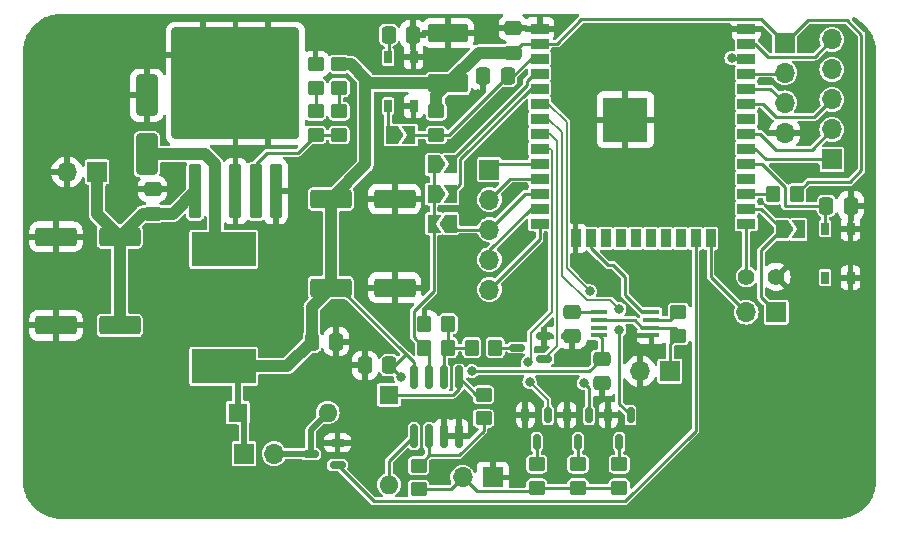
<source format=gbr>
%TF.GenerationSoftware,KiCad,Pcbnew,7.0.8*%
%TF.CreationDate,2023-12-29T21:58:38-05:00*%
%TF.ProjectId,SleepMonitor,536c6565-704d-46f6-9e69-746f722e6b69,rev?*%
%TF.SameCoordinates,Original*%
%TF.FileFunction,Copper,L1,Top*%
%TF.FilePolarity,Positive*%
%FSLAX46Y46*%
G04 Gerber Fmt 4.6, Leading zero omitted, Abs format (unit mm)*
G04 Created by KiCad (PCBNEW 7.0.8) date 2023-12-29 21:58:38*
%MOMM*%
%LPD*%
G01*
G04 APERTURE LIST*
G04 Aperture macros list*
%AMRoundRect*
0 Rectangle with rounded corners*
0 $1 Rounding radius*
0 $2 $3 $4 $5 $6 $7 $8 $9 X,Y pos of 4 corners*
0 Add a 4 corners polygon primitive as box body*
4,1,4,$2,$3,$4,$5,$6,$7,$8,$9,$2,$3,0*
0 Add four circle primitives for the rounded corners*
1,1,$1+$1,$2,$3*
1,1,$1+$1,$4,$5*
1,1,$1+$1,$6,$7*
1,1,$1+$1,$8,$9*
0 Add four rect primitives between the rounded corners*
20,1,$1+$1,$2,$3,$4,$5,0*
20,1,$1+$1,$4,$5,$6,$7,0*
20,1,$1+$1,$6,$7,$8,$9,0*
20,1,$1+$1,$8,$9,$2,$3,0*%
%AMFreePoly0*
4,1,6,1.000000,0.000000,0.500000,-0.750000,-0.500000,-0.750000,-0.500000,0.750000,0.500000,0.750000,1.000000,0.000000,1.000000,0.000000,$1*%
%AMFreePoly1*
4,1,6,0.500000,-0.750000,-0.650000,-0.750000,-0.150000,0.000000,-0.650000,0.750000,0.500000,0.750000,0.500000,-0.750000,0.500000,-0.750000,$1*%
G04 Aperture macros list end*
%TA.AperFunction,SMDPad,CuDef*%
%ADD10R,0.900000X0.900000*%
%TD*%
%TA.AperFunction,HeatsinkPad*%
%ADD11C,0.600000*%
%TD*%
%TA.AperFunction,SMDPad,CuDef*%
%ADD12R,3.800000X3.800000*%
%TD*%
%TA.AperFunction,HeatsinkPad*%
%ADD13C,0.800000*%
%TD*%
%TA.AperFunction,SMDPad,CuDef*%
%ADD14R,1.500000X0.900000*%
%TD*%
%TA.AperFunction,SMDPad,CuDef*%
%ADD15R,0.900000X1.500000*%
%TD*%
%TA.AperFunction,ComponentPad*%
%ADD16R,1.700000X1.700000*%
%TD*%
%TA.AperFunction,ComponentPad*%
%ADD17O,1.700000X1.700000*%
%TD*%
%TA.AperFunction,SMDPad,CuDef*%
%ADD18RoundRect,0.150000X0.512500X0.150000X-0.512500X0.150000X-0.512500X-0.150000X0.512500X-0.150000X0*%
%TD*%
%TA.AperFunction,SMDPad,CuDef*%
%ADD19RoundRect,0.250000X0.450000X-0.350000X0.450000X0.350000X-0.450000X0.350000X-0.450000X-0.350000X0*%
%TD*%
%TA.AperFunction,SMDPad,CuDef*%
%ADD20RoundRect,0.250000X0.350000X0.450000X-0.350000X0.450000X-0.350000X-0.450000X0.350000X-0.450000X0*%
%TD*%
%TA.AperFunction,ComponentPad*%
%ADD21R,1.600000X1.600000*%
%TD*%
%TA.AperFunction,ComponentPad*%
%ADD22O,1.600000X1.600000*%
%TD*%
%TA.AperFunction,SMDPad,CuDef*%
%ADD23RoundRect,0.250000X-0.475000X0.337500X-0.475000X-0.337500X0.475000X-0.337500X0.475000X0.337500X0*%
%TD*%
%TA.AperFunction,SMDPad,CuDef*%
%ADD24RoundRect,0.250000X-1.500000X-0.550000X1.500000X-0.550000X1.500000X0.550000X-1.500000X0.550000X0*%
%TD*%
%TA.AperFunction,SMDPad,CuDef*%
%ADD25R,1.450000X0.450000*%
%TD*%
%TA.AperFunction,SMDPad,CuDef*%
%ADD26RoundRect,0.150000X-0.150000X0.512500X-0.150000X-0.512500X0.150000X-0.512500X0.150000X0.512500X0*%
%TD*%
%TA.AperFunction,SMDPad,CuDef*%
%ADD27FreePoly0,180.000000*%
%TD*%
%TA.AperFunction,SMDPad,CuDef*%
%ADD28FreePoly1,180.000000*%
%TD*%
%TA.AperFunction,SMDPad,CuDef*%
%ADD29RoundRect,0.250000X-0.450000X0.350000X-0.450000X-0.350000X0.450000X-0.350000X0.450000X0.350000X0*%
%TD*%
%TA.AperFunction,SMDPad,CuDef*%
%ADD30RoundRect,0.250000X0.650000X-1.500000X0.650000X1.500000X-0.650000X1.500000X-0.650000X-1.500000X0*%
%TD*%
%TA.AperFunction,SMDPad,CuDef*%
%ADD31RoundRect,0.250000X-0.350000X-0.450000X0.350000X-0.450000X0.350000X0.450000X-0.350000X0.450000X0*%
%TD*%
%TA.AperFunction,SMDPad,CuDef*%
%ADD32FreePoly0,0.000000*%
%TD*%
%TA.AperFunction,SMDPad,CuDef*%
%ADD33FreePoly1,0.000000*%
%TD*%
%TA.AperFunction,SMDPad,CuDef*%
%ADD34RoundRect,0.250000X-0.337500X-0.475000X0.337500X-0.475000X0.337500X0.475000X-0.337500X0.475000X0*%
%TD*%
%TA.AperFunction,SMDPad,CuDef*%
%ADD35RoundRect,0.250000X0.475000X-0.337500X0.475000X0.337500X-0.475000X0.337500X-0.475000X-0.337500X0*%
%TD*%
%TA.AperFunction,SMDPad,CuDef*%
%ADD36R,5.400000X2.900000*%
%TD*%
%TA.AperFunction,ComponentPad*%
%ADD37C,1.400000*%
%TD*%
%TA.AperFunction,SMDPad,CuDef*%
%ADD38RoundRect,0.250000X0.337500X0.475000X-0.337500X0.475000X-0.337500X-0.475000X0.337500X-0.475000X0*%
%TD*%
%TA.AperFunction,SMDPad,CuDef*%
%ADD39R,0.650000X1.050000*%
%TD*%
%TA.AperFunction,SMDPad,CuDef*%
%ADD40RoundRect,0.250000X1.500000X0.550000X-1.500000X0.550000X-1.500000X-0.550000X1.500000X-0.550000X0*%
%TD*%
%TA.AperFunction,SMDPad,CuDef*%
%ADD41RoundRect,0.150000X0.150000X-0.825000X0.150000X0.825000X-0.150000X0.825000X-0.150000X-0.825000X0*%
%TD*%
%TA.AperFunction,SMDPad,CuDef*%
%ADD42RoundRect,0.250000X-1.450000X0.537500X-1.450000X-0.537500X1.450000X-0.537500X1.450000X0.537500X0*%
%TD*%
%TA.AperFunction,SMDPad,CuDef*%
%ADD43RoundRect,0.250000X0.300000X-2.050000X0.300000X2.050000X-0.300000X2.050000X-0.300000X-2.050000X0*%
%TD*%
%TA.AperFunction,SMDPad,CuDef*%
%ADD44RoundRect,0.250000X2.375000X-2.025000X2.375000X2.025000X-2.375000X2.025000X-2.375000X-2.025000X0*%
%TD*%
%TA.AperFunction,SMDPad,CuDef*%
%ADD45RoundRect,0.250002X5.149998X-4.449998X5.149998X4.449998X-5.149998X4.449998X-5.149998X-4.449998X0*%
%TD*%
%TA.AperFunction,ViaPad*%
%ADD46C,0.800000*%
%TD*%
%TA.AperFunction,Conductor*%
%ADD47C,0.203200*%
%TD*%
%TA.AperFunction,Conductor*%
%ADD48C,0.250000*%
%TD*%
%TA.AperFunction,Conductor*%
%ADD49C,1.000000*%
%TD*%
%TA.AperFunction,Conductor*%
%ADD50C,0.500000*%
%TD*%
G04 APERTURE END LIST*
D10*
%TO.P,U3,39,GND*%
%TO.N,GND*%
X143400000Y-79115000D03*
D11*
X143400000Y-78415000D03*
D10*
X143400000Y-77715000D03*
D11*
X143400000Y-77015000D03*
D10*
X143400000Y-76315000D03*
D11*
X142700000Y-79115000D03*
X142700000Y-77715000D03*
X142700000Y-76315000D03*
D10*
X142000000Y-79115000D03*
D12*
X142000000Y-77715000D03*
D10*
X142000000Y-77715000D03*
X142000000Y-76315000D03*
D11*
X141975000Y-78415000D03*
X141975000Y-77015000D03*
X141300000Y-79115000D03*
X141300000Y-77715000D03*
D13*
X141300000Y-76315000D03*
D10*
X140600000Y-79115000D03*
D11*
X140600000Y-78415000D03*
D10*
X140600000Y-77715000D03*
D13*
X140600000Y-77015000D03*
D10*
X140600000Y-76315000D03*
D14*
%TO.P,U3,38,GND*%
X152250000Y-69995000D03*
%TO.P,U3,37,IO23*%
%TO.N,/ESP_P37*%
X152250000Y-71265000D03*
%TO.P,U3,36,IO22*%
%TO.N,/ESP_P36*%
X152250000Y-72535000D03*
%TO.P,U3,35,TXD0/IO1*%
%TO.N,/TX*%
X152250000Y-73805000D03*
%TO.P,U3,34,RXD0/IO3*%
%TO.N,/RX*%
X152250000Y-75075000D03*
%TO.P,U3,33,IO21*%
%TO.N,/ESP_P33*%
X152250000Y-76345000D03*
%TO.P,U3,32,NC*%
%TO.N,unconnected-(U3-NC-Pad32)*%
X152250000Y-77615000D03*
%TO.P,U3,31,IO19*%
%TO.N,/ESP_P31*%
X152250000Y-78885000D03*
%TO.P,U3,30,IO18*%
%TO.N,/ESP_P30*%
X152250000Y-80155000D03*
%TO.P,U3,29,IO5*%
%TO.N,/Wake_DIS*%
X152250000Y-81425000D03*
%TO.P,U3,28,IO17*%
%TO.N,unconnected-(U3-IO17-Pad28)*%
X152250000Y-82695000D03*
%TO.P,U3,27,IO16*%
%TO.N,/16PU*%
X152250000Y-83965000D03*
%TO.P,U3,26,IO4*%
%TO.N,/Touch0*%
X152250000Y-85235000D03*
%TO.P,U3,25,IO0*%
%TO.N,/Boot*%
X152250000Y-86505000D03*
D15*
%TO.P,U3,24,IO2*%
%TO.N,/Touch2*%
X149220000Y-87755000D03*
%TO.P,U3,23,IO15*%
%TO.N,/Wake_EN*%
X147950000Y-87755000D03*
%TO.P,U3,22,SDI/SD1*%
%TO.N,unconnected-(U3-SDI{slash}SD1-Pad22)*%
X146680000Y-87755000D03*
%TO.P,U3,21,SDO/SD0*%
%TO.N,unconnected-(U3-SDO{slash}SD0-Pad21)*%
X145410000Y-87755000D03*
%TO.P,U3,20,SCK/CLK*%
%TO.N,unconnected-(U3-SCK{slash}CLK-Pad20)*%
X144140000Y-87755000D03*
%TO.P,U3,19,SCS/CMD*%
%TO.N,unconnected-(U3-SCS{slash}CMD-Pad19)*%
X142870000Y-87755000D03*
%TO.P,U3,18,SWP/SD3*%
%TO.N,unconnected-(U3-SWP{slash}SD3-Pad18)*%
X141600000Y-87755000D03*
%TO.P,U3,17,SHD/SD2*%
%TO.N,unconnected-(U3-SHD{slash}SD2-Pad17)*%
X140330000Y-87755000D03*
%TO.P,U3,16,IO13*%
%TO.N,/555_EN*%
X139060000Y-87755000D03*
%TO.P,U3,15,GND*%
%TO.N,GND*%
X137790000Y-87755000D03*
D14*
%TO.P,U3,14,IO12*%
%TO.N,/ESP_P14*%
X134750000Y-86505000D03*
%TO.P,U3,13,IO14*%
%TO.N,/ESP_P13*%
X134750000Y-85235000D03*
%TO.P,U3,12,IO27*%
%TO.N,/ESP_P12*%
X134750000Y-83965000D03*
%TO.P,U3,11,IO26*%
%TO.N,/ESP_P11*%
X134750000Y-82695000D03*
%TO.P,U3,10,IO25*%
%TO.N,/ESP_P10*%
X134750000Y-81425000D03*
%TO.P,U3,9,IO33*%
%TO.N,/PZ_ATN1MEG*%
X134750000Y-80155000D03*
%TO.P,U3,8,IO32*%
%TO.N,/PZ_G10*%
X134750000Y-78885000D03*
%TO.P,U3,7,IO35*%
%TO.N,/PZ_ATN10K*%
X134750000Y-77615000D03*
%TO.P,U3,6,IO34*%
%TO.N,/PZ_ATN100K*%
X134750000Y-76345000D03*
%TO.P,U3,5,SENSOR_VN*%
%TO.N,/SENSOR_VN*%
X134750000Y-75075000D03*
%TO.P,U3,4,SENSOR_VP*%
%TO.N,/SENSOR_VP*%
X134750000Y-73805000D03*
%TO.P,U3,3,EN*%
%TO.N,/ESP_EN*%
X134750000Y-72535000D03*
%TO.P,U3,2,VDD*%
%TO.N,VDD*%
X134750000Y-71265000D03*
%TO.P,U3,1,GND*%
%TO.N,GND*%
X134750000Y-69995000D03*
%TD*%
D16*
%TO.P,J1,1,Pin_1*%
%TO.N,+5V*%
X97275000Y-82125000D03*
D17*
%TO.P,J1,2,Pin_2*%
%TO.N,GND*%
X94735000Y-82125000D03*
%TD*%
D18*
%TO.P,Q1,1,G*%
%TO.N,/Wake_EN*%
X117637500Y-106950000D03*
%TO.P,Q1,2,S*%
%TO.N,GND*%
X117637500Y-105050000D03*
%TO.P,Q1,3,D*%
%TO.N,Net-(D2-A)*%
X115362500Y-106000000D03*
%TD*%
D19*
%TO.P,R2,1*%
%TO.N,Net-(R15-Pad2)*%
X115775000Y-75000000D03*
%TO.P,R2,2*%
%TO.N,GND*%
X115775000Y-73000000D03*
%TD*%
D16*
%TO.P,Y1,1,1*%
%TO.N,GND*%
X130775000Y-108000000D03*
D17*
%TO.P,Y1,2,2*%
%TO.N,Net-(R4-Pad2)*%
X128235000Y-108000000D03*
%TD*%
D20*
%TO.P,R14,1*%
%TO.N,Net-(Q6-D)*%
X131000000Y-97000000D03*
%TO.P,R14,2*%
%TO.N,Net-(U2B--)*%
X129000000Y-97000000D03*
%TD*%
D21*
%TO.P,D2,1,K*%
%TO.N,VDD*%
X109190000Y-102500000D03*
D22*
%TO.P,D2,2,A*%
%TO.N,Net-(D2-A)*%
X116810000Y-102500000D03*
%TD*%
D23*
%TO.P,C1,1*%
%TO.N,Net-(U1-CV)*%
X137500000Y-93962500D03*
%TO.P,C1,2*%
%TO.N,GND*%
X137500000Y-96037500D03*
%TD*%
D16*
%TO.P,J5,1,Pin_1*%
%TO.N,/Touch0*%
X154775000Y-94000000D03*
D17*
%TO.P,J5,2,Pin_2*%
%TO.N,/Touch2*%
X152235000Y-94000000D03*
%TD*%
D24*
%TO.P,C9,1*%
%TO.N,VDD*%
X117075000Y-91925000D03*
%TO.P,C9,2*%
%TO.N,GND*%
X122475000Y-91925000D03*
%TD*%
D25*
%TO.P,U1,1,GND*%
%TO.N,GND*%
X144200000Y-95975000D03*
%TO.P,U1,2,TR*%
%TO.N,/Capacity_electrode*%
X144200000Y-95325000D03*
%TO.P,U1,3,Q*%
%TO.N,Net-(U1-Q)*%
X144200000Y-94675000D03*
%TO.P,U1,4,R*%
%TO.N,/555_EN*%
X144200000Y-94025000D03*
%TO.P,U1,5,CV*%
%TO.N,Net-(U1-CV)*%
X139800000Y-94025000D03*
%TO.P,U1,6,THR*%
%TO.N,/Capacity_electrode*%
X139800000Y-94675000D03*
%TO.P,U1,7,DIS*%
%TO.N,unconnected-(U1-DIS-Pad7)*%
X139800000Y-95325000D03*
%TO.P,U1,8,VCC*%
%TO.N,VDD*%
X139800000Y-95975000D03*
%TD*%
D21*
%TO.P,D1,1,K*%
%TO.N,Net-(D1-K)*%
X122000000Y-101000000D03*
D22*
%TO.P,D1,2,A*%
%TO.N,Net-(D1-A)*%
X122000000Y-108620000D03*
%TD*%
D26*
%TO.P,Q3,1,G*%
%TO.N,/PZ_ATN10K*%
X142450000Y-102725000D03*
%TO.P,Q3,2,S*%
%TO.N,GND*%
X140550000Y-102725000D03*
%TO.P,Q3,3,D*%
%TO.N,Net-(Q3-D)*%
X141500000Y-105000000D03*
%TD*%
D27*
%TO.P,JP5,1,A*%
%TO.N,/ESP_P12*%
X127225000Y-86500000D03*
D28*
%TO.P,JP5,2,B*%
%TO.N,/PZ_OUT*%
X125775000Y-86500000D03*
%TD*%
D29*
%TO.P,R5,1*%
%TO.N,VDD*%
X126000000Y-77000000D03*
%TO.P,R5,2*%
%TO.N,/ESP_EN*%
X126000000Y-79000000D03*
%TD*%
D30*
%TO.P,D3,1,K*%
%TO.N,Net-(D3-K)*%
X101500000Y-80625000D03*
%TO.P,D3,2,A*%
%TO.N,GND*%
X101500000Y-75625000D03*
%TD*%
D31*
%TO.P,R12,1*%
%TO.N,/PZ_OUT*%
X125000000Y-97000000D03*
%TO.P,R12,2*%
%TO.N,Net-(U2B--)*%
X127000000Y-97000000D03*
%TD*%
D29*
%TO.P,R8,1*%
%TO.N,Net-(Q4-D)*%
X134500000Y-106862500D03*
%TO.P,R8,2*%
%TO.N,Net-(R4-Pad2)*%
X134500000Y-108862500D03*
%TD*%
D32*
%TO.P,JP2,1,A*%
%TO.N,Net-(JP2-A)*%
X122275000Y-79000000D03*
D33*
%TO.P,JP2,2,B*%
%TO.N,/ESP_EN*%
X123725000Y-79000000D03*
%TD*%
D24*
%TO.P,C6,1*%
%TO.N,VDD*%
X117075000Y-84425000D03*
%TO.P,C6,2*%
%TO.N,GND*%
X122475000Y-84425000D03*
%TD*%
D34*
%TO.P,C3,1*%
%TO.N,GND*%
X119962500Y-98500000D03*
%TO.P,C3,2*%
%TO.N,VDD*%
X122037500Y-98500000D03*
%TD*%
%TO.P,C8,1*%
%TO.N,VDD*%
X115462500Y-96500000D03*
%TO.P,C8,2*%
%TO.N,GND*%
X117537500Y-96500000D03*
%TD*%
D35*
%TO.P,C2,1*%
%TO.N,GND*%
X140000000Y-100037500D03*
%TO.P,C2,2*%
%TO.N,VDD*%
X140000000Y-97962500D03*
%TD*%
D29*
%TO.P,R9,1*%
%TO.N,Net-(U2A--)*%
X124500000Y-107000000D03*
%TO.P,R9,2*%
%TO.N,Net-(R4-Pad2)*%
X124500000Y-109000000D03*
%TD*%
D36*
%TO.P,L1,1,1*%
%TO.N,Net-(D3-K)*%
X108000000Y-88675000D03*
%TO.P,L1,2,2*%
%TO.N,VDD*%
X108000000Y-98575000D03*
%TD*%
D29*
%TO.P,R6,1*%
%TO.N,Net-(Q2-D)*%
X138000000Y-106862500D03*
%TO.P,R6,2*%
%TO.N,Net-(R4-Pad2)*%
X138000000Y-108862500D03*
%TD*%
D37*
%TO.P,JP1,1,A*%
%TO.N,/Boot*%
X152250000Y-91000000D03*
%TO.P,JP1,2,B*%
%TO.N,GND*%
X154790000Y-91000000D03*
%TD*%
D20*
%TO.P,R11,1*%
%TO.N,Net-(U2B--)*%
X127000000Y-95000000D03*
%TO.P,R11,2*%
%TO.N,GND*%
X125000000Y-95000000D03*
%TD*%
D23*
%TO.P,C10,1*%
%TO.N,GND*%
X132500000Y-69962500D03*
%TO.P,C10,2*%
%TO.N,VDD*%
X132500000Y-72037500D03*
%TD*%
D16*
%TO.P,M1,1,+*%
%TO.N,VDD*%
X109725000Y-105985000D03*
D17*
%TO.P,M1,2,-*%
%TO.N,Net-(D2-A)*%
X112265000Y-105985000D03*
%TD*%
D19*
%TO.P,R15,1*%
%TO.N,Net-(U4-F{slash}B)*%
X115775000Y-79000000D03*
%TO.P,R15,2*%
%TO.N,Net-(R15-Pad2)*%
X115775000Y-77000000D03*
%TD*%
D16*
%TO.P,J4,1,Pin_1*%
%TO.N,/ESP_P30*%
X159500000Y-81075000D03*
D17*
%TO.P,J4,2,Pin_2*%
%TO.N,/ESP_P31*%
X159500000Y-78535000D03*
%TO.P,J4,3,Pin_3*%
%TO.N,/ESP_P33*%
X159500000Y-75995000D03*
%TO.P,J4,4,Pin_4*%
%TO.N,/ESP_P36*%
X159500000Y-73455000D03*
%TO.P,J4,5,Pin_5*%
%TO.N,/ESP_P37*%
X159500000Y-70915000D03*
%TD*%
D26*
%TO.P,Q4,1,G*%
%TO.N,/PZ_ATN1MEG*%
X135450000Y-102725000D03*
%TO.P,Q4,2,S*%
%TO.N,GND*%
X133550000Y-102725000D03*
%TO.P,Q4,3,D*%
%TO.N,Net-(Q4-D)*%
X134500000Y-105000000D03*
%TD*%
%TO.P,Q2,1,G*%
%TO.N,/PZ_ATN100K*%
X138950000Y-102725000D03*
%TO.P,Q2,2,S*%
%TO.N,GND*%
X137050000Y-102725000D03*
%TO.P,Q2,3,D*%
%TO.N,Net-(Q2-D)*%
X138000000Y-105000000D03*
%TD*%
D31*
%TO.P,R3,1*%
%TO.N,/16PU*%
X154500000Y-84000000D03*
%TO.P,R3,2*%
%TO.N,VDD*%
X156500000Y-84000000D03*
%TD*%
D32*
%TO.P,JP3,1,A*%
%TO.N,/PZ_OUT*%
X125775000Y-81500000D03*
D33*
%TO.P,JP3,2,B*%
%TO.N,/SENSOR_VP*%
X127225000Y-81500000D03*
%TD*%
D38*
%TO.P,C12,1*%
%TO.N,/ESP_EN*%
X132037500Y-74000000D03*
%TO.P,C12,2*%
%TO.N,GND*%
X129962500Y-74000000D03*
%TD*%
D29*
%TO.P,R17,1*%
%TO.N,Net-(R16-Pad2)*%
X117775000Y-77000000D03*
%TO.P,R17,2*%
%TO.N,Net-(U4-F{slash}B)*%
X117775000Y-79000000D03*
%TD*%
%TO.P,R4,1*%
%TO.N,Net-(Q3-D)*%
X141500000Y-106862500D03*
%TO.P,R4,2*%
%TO.N,Net-(R4-Pad2)*%
X141500000Y-108862500D03*
%TD*%
%TO.P,R16,1*%
%TO.N,VDD*%
X117775000Y-73000000D03*
%TO.P,R16,2*%
%TO.N,Net-(R16-Pad2)*%
X117775000Y-75000000D03*
%TD*%
D39*
%TO.P,SW2,1,1*%
%TO.N,/Wake_DIS*%
X158925000Y-91075000D03*
X158925000Y-86925000D03*
%TO.P,SW2,2,2*%
%TO.N,GND*%
X161075000Y-91075000D03*
X161075000Y-86950000D03*
%TD*%
D29*
%TO.P,R1,1*%
%TO.N,Net-(U1-Q)*%
X146500000Y-94000000D03*
%TO.P,R1,2*%
%TO.N,/Capacity_electrode*%
X146500000Y-96000000D03*
%TD*%
D35*
%TO.P,C7,1*%
%TO.N,+5V*%
X102000000Y-85662500D03*
%TO.P,C7,2*%
%TO.N,GND*%
X102000000Y-83587500D03*
%TD*%
D16*
%TO.P,J3,1,Pin_1*%
%TO.N,/ESP_P10*%
X130500000Y-81925000D03*
D17*
%TO.P,J3,2,Pin_2*%
%TO.N,/ESP_P11*%
X130500000Y-84465000D03*
%TO.P,J3,3,Pin_3*%
%TO.N,/ESP_P12*%
X130500000Y-87005000D03*
%TO.P,J3,4,Pin_4*%
%TO.N,/ESP_P13*%
X130500000Y-89545000D03*
%TO.P,J3,5,Pin_5*%
%TO.N,/ESP_P14*%
X130500000Y-92085000D03*
%TD*%
D29*
%TO.P,R10,1*%
%TO.N,Net-(D1-K)*%
X130000000Y-101000000D03*
%TO.P,R10,2*%
%TO.N,Net-(U2A--)*%
X130000000Y-103000000D03*
%TD*%
D40*
%TO.P,C4,1*%
%TO.N,+5V*%
X99200000Y-87625000D03*
%TO.P,C4,2*%
%TO.N,GND*%
X93800000Y-87625000D03*
%TD*%
D32*
%TO.P,JP4,1,A*%
%TO.N,/PZ_OUT*%
X125775000Y-84000000D03*
D33*
%TO.P,JP4,2,B*%
%TO.N,/SENSOR_VN*%
X127225000Y-84000000D03*
%TD*%
D16*
%TO.P,J2,1,Pin_1*%
%TO.N,VDD*%
X155500000Y-71200000D03*
D17*
%TO.P,J2,2,Pin_2*%
%TO.N,/TX*%
X155500000Y-73740000D03*
%TO.P,J2,3,Pin_3*%
%TO.N,/RX*%
X155500000Y-76280000D03*
%TO.P,J2,4,Pin_4*%
%TO.N,GND*%
X155500000Y-78820000D03*
%TD*%
D41*
%TO.P,U2,1*%
%TO.N,Net-(D1-A)*%
X124095000Y-104475000D03*
%TO.P,U2,2,-*%
%TO.N,Net-(U2A--)*%
X125365000Y-104475000D03*
%TO.P,U2,3,+*%
%TO.N,GND*%
X126635000Y-104475000D03*
%TO.P,U2,4,V-*%
X127905000Y-104475000D03*
%TO.P,U2,5,+*%
%TO.N,Net-(D1-K)*%
X127905000Y-99525000D03*
%TO.P,U2,6,-*%
%TO.N,Net-(U2B--)*%
X126635000Y-99525000D03*
%TO.P,U2,7*%
%TO.N,/PZ_OUT*%
X125365000Y-99525000D03*
%TO.P,U2,8,V+*%
%TO.N,VDD*%
X124095000Y-99525000D03*
%TD*%
D39*
%TO.P,SW1,1,1*%
%TO.N,GND*%
X124075000Y-72425000D03*
X124075000Y-76575000D03*
%TO.P,SW1,2,2*%
%TO.N,Net-(JP2-A)*%
X121925000Y-72425000D03*
X121925000Y-76550000D03*
%TD*%
D34*
%TO.P,C14,1*%
%TO.N,/Wake_DIS*%
X159037500Y-85000000D03*
%TO.P,C14,2*%
%TO.N,GND*%
X161112500Y-85000000D03*
%TD*%
D18*
%TO.P,Q6,1,G*%
%TO.N,/PZ_G10*%
X135137500Y-97950000D03*
%TO.P,Q6,2,S*%
%TO.N,GND*%
X135137500Y-96050000D03*
%TO.P,Q6,3,D*%
%TO.N,Net-(Q6-D)*%
X132862500Y-97000000D03*
%TD*%
D16*
%TO.P,J6,1,Pin_1*%
%TO.N,/Capacity_electrode*%
X145775000Y-99000000D03*
D17*
%TO.P,J6,2,Pin_2*%
%TO.N,GND*%
X143235000Y-99000000D03*
%TD*%
D38*
%TO.P,C13,1*%
%TO.N,GND*%
X124037500Y-70500000D03*
%TO.P,C13,2*%
%TO.N,Net-(JP2-A)*%
X121962500Y-70500000D03*
%TD*%
D32*
%TO.P,JP6,1,A*%
%TO.N,/Touch0*%
X155275000Y-87000000D03*
D33*
%TO.P,JP6,2,B*%
%TO.N,/PZ_OUT*%
X156725000Y-87000000D03*
%TD*%
D42*
%TO.P,C11,1*%
%TO.N,GND*%
X127000000Y-70362500D03*
%TO.P,C11,2*%
%TO.N,VDD*%
X127000000Y-74637500D03*
%TD*%
D40*
%TO.P,C5,1*%
%TO.N,+5V*%
X99200000Y-95125000D03*
%TO.P,C5,2*%
%TO.N,GND*%
X93800000Y-95125000D03*
%TD*%
D43*
%TO.P,U4,1,Vin*%
%TO.N,+5V*%
X105600000Y-83775000D03*
%TO.P,U4,2,OUT*%
%TO.N,Net-(D3-K)*%
X107300000Y-83775000D03*
%TO.P,U4,3,GND*%
%TO.N,GND*%
X109000000Y-83775000D03*
D44*
X106225000Y-77050000D03*
X111775000Y-77050000D03*
D45*
X109000000Y-74625000D03*
D44*
X106225000Y-72200000D03*
X111775000Y-72200000D03*
D43*
%TO.P,U4,4,F/B*%
%TO.N,Net-(U4-F{slash}B)*%
X110700000Y-83775000D03*
%TO.P,U4,5,~{EN}*%
%TO.N,GND*%
X112400000Y-83775000D03*
%TD*%
D46*
%TO.N,GND*%
X99000000Y-85250000D03*
X104000000Y-82000000D03*
X131750000Y-75500000D03*
X127250000Y-102500000D03*
X118750000Y-103750000D03*
X120500000Y-108250000D03*
X110500000Y-101000000D03*
X124000000Y-81250000D03*
X115500000Y-81750000D03*
X115750000Y-88250000D03*
X109000000Y-80250000D03*
X115750000Y-70750000D03*
X101750000Y-72000000D03*
X92500000Y-91500000D03*
X92500000Y-97500000D03*
X147000000Y-97500000D03*
X143250000Y-107250000D03*
X129500000Y-106000000D03*
X157000000Y-82250000D03*
X157500000Y-75000000D03*
X157500000Y-71000000D03*
X162500000Y-83500000D03*
X157750000Y-84000000D03*
X153750000Y-87000000D03*
X148750000Y-91750000D03*
X150750000Y-88000000D03*
X141000000Y-89250000D03*
X147000000Y-92250000D03*
X127000000Y-88500000D03*
X126000000Y-93250000D03*
X124500000Y-88500000D03*
X123000000Y-106750000D03*
X142500000Y-96000000D03*
X123250000Y-93750000D03*
X121500000Y-97000000D03*
X129500000Y-75500000D03*
X123250000Y-96250000D03*
X138000000Y-98000000D03*
X120000000Y-71500000D03*
X133500000Y-87500000D03*
X117000000Y-94500000D03*
X133250000Y-95750000D03*
X133000000Y-77500000D03*
X137250000Y-100000000D03*
X130000000Y-69500000D03*
X129000000Y-85500000D03*
%TO.N,VDD*%
X123000000Y-99500000D03*
X129000000Y-99000000D03*
%TO.N,/ESP_P36*%
X151000000Y-72500000D03*
%TO.N,/PZ_ATN100K*%
X138500000Y-100000000D03*
X139000000Y-92250000D03*
%TO.N,/PZ_ATN10K*%
X141500000Y-93750000D03*
X141500000Y-95500000D03*
%TO.N,/PZ_ATN1MEG*%
X133750000Y-98250000D03*
X133895362Y-99895362D03*
%TD*%
D47*
%TO.N,/PZ_ATN1MEG*%
X135655000Y-80155000D02*
X134750000Y-80155000D01*
X135801600Y-80301600D02*
X135655000Y-80155000D01*
X134000000Y-95750000D02*
X135801600Y-93948400D01*
X133750000Y-98250000D02*
X134000000Y-98000000D01*
X134000000Y-98000000D02*
X134000000Y-95750000D01*
X135801600Y-93948400D02*
X135801600Y-80301600D01*
D48*
%TO.N,/ESP_P33*%
X157995000Y-77500000D02*
X159500000Y-75995000D01*
X154779973Y-77500000D02*
X157995000Y-77500000D01*
X153624973Y-76345000D02*
X154779973Y-77500000D01*
X152250000Y-76345000D02*
X153624973Y-76345000D01*
%TO.N,/ESP_P31*%
X157785000Y-80250000D02*
X159500000Y-78535000D01*
X153394973Y-78885000D02*
X154759973Y-80250000D01*
X154759973Y-80250000D02*
X157785000Y-80250000D01*
X152250000Y-78885000D02*
X153394973Y-78885000D01*
D49*
%TO.N,Net-(D3-K)*%
X107300000Y-81475000D02*
X107300000Y-83775000D01*
X106450000Y-80625000D02*
X107300000Y-81475000D01*
X101500000Y-80625000D02*
X106450000Y-80625000D01*
D48*
%TO.N,/SENSOR_VP*%
X127225000Y-81213604D02*
X127225000Y-81500000D01*
X134277690Y-73805000D02*
X133675000Y-74407690D01*
X134750000Y-73805000D02*
X134277690Y-73805000D01*
X133675000Y-74407690D02*
X133675000Y-74763604D01*
X133675000Y-74763604D02*
X127225000Y-81213604D01*
%TO.N,/ESP_EN*%
X126000000Y-79000000D02*
X127037500Y-79000000D01*
X127037500Y-79000000D02*
X132037500Y-74000000D01*
D49*
%TO.N,VDD*%
X120387500Y-74637500D02*
X120000000Y-74250000D01*
X127000000Y-74637500D02*
X120387500Y-74637500D01*
X120000000Y-81500000D02*
X117075000Y-84425000D01*
X120000000Y-74250000D02*
X120000000Y-81500000D01*
X118750000Y-73000000D02*
X120000000Y-74250000D01*
X117775000Y-73000000D02*
X118750000Y-73000000D01*
D48*
%TO.N,Net-(U1-CV)*%
X137562500Y-94025000D02*
X137500000Y-93962500D01*
X139800000Y-94025000D02*
X137562500Y-94025000D01*
%TO.N,GND*%
X129962500Y-75037500D02*
X129500000Y-75500000D01*
X129962500Y-74000000D02*
X129962500Y-75037500D01*
%TO.N,VDD*%
X161000000Y-83000000D02*
X162000000Y-82000000D01*
X123434810Y-97565190D02*
X117794620Y-91925000D01*
X124095000Y-99525000D02*
X124095000Y-98225380D01*
D50*
X109725000Y-105985000D02*
X109725000Y-103035000D01*
D48*
X122037500Y-98500000D02*
X122500000Y-98500000D01*
X124095000Y-98225380D02*
X123434810Y-97565190D01*
D49*
X113387500Y-98575000D02*
X115462500Y-96500000D01*
X108000000Y-98575000D02*
X113387500Y-98575000D01*
D48*
X140000000Y-97962500D02*
X138962500Y-99000000D01*
X162000000Y-70500000D02*
X160750000Y-69250000D01*
D49*
X132500000Y-72037500D02*
X129600000Y-72037500D01*
X117075000Y-91925000D02*
X117075000Y-84425000D01*
D48*
X138962500Y-99000000D02*
X129000000Y-99000000D01*
X123000000Y-99462500D02*
X122037500Y-98500000D01*
X123000000Y-99500000D02*
X123000000Y-99462500D01*
X138280000Y-69220000D02*
X136235000Y-71265000D01*
D50*
X109190000Y-102500000D02*
X109190000Y-99765000D01*
D48*
X134750000Y-71265000D02*
X133272500Y-71265000D01*
D49*
X117075000Y-91925000D02*
X115462500Y-93537500D01*
D48*
X156500000Y-84000000D02*
X157500000Y-83000000D01*
X122500000Y-98500000D02*
X123434810Y-97565190D01*
D49*
X126000000Y-75637500D02*
X126000000Y-77000000D01*
X127000000Y-74637500D02*
X126000000Y-75637500D01*
D50*
X109725000Y-103035000D02*
X109190000Y-102500000D01*
D48*
X140000000Y-96175000D02*
X139800000Y-95975000D01*
X155500000Y-71200000D02*
X153520000Y-69220000D01*
X133272500Y-71265000D02*
X132500000Y-72037500D01*
X160750000Y-69250000D02*
X157450000Y-69250000D01*
D49*
X129600000Y-72037500D02*
X127000000Y-74637500D01*
D48*
X162000000Y-82000000D02*
X162000000Y-70500000D01*
X157450000Y-69250000D02*
X155500000Y-71200000D01*
D50*
X109190000Y-99765000D02*
X108000000Y-98575000D01*
D49*
X115462500Y-93537500D02*
X115462500Y-96500000D01*
D48*
X157500000Y-83000000D02*
X161000000Y-83000000D01*
X140000000Y-97962500D02*
X140000000Y-96175000D01*
X136235000Y-71265000D02*
X134750000Y-71265000D01*
X153520000Y-69220000D02*
X138280000Y-69220000D01*
X117794620Y-91925000D02*
X117075000Y-91925000D01*
D49*
%TO.N,+5V*%
X102000000Y-85662500D02*
X101162500Y-85662500D01*
X101162500Y-85662500D02*
X99200000Y-87625000D01*
X103712500Y-85662500D02*
X102000000Y-85662500D01*
X97275000Y-85700000D02*
X99200000Y-87625000D01*
X105600000Y-83775000D02*
X103712500Y-85662500D01*
X99200000Y-95125000D02*
X99200000Y-87625000D01*
X97275000Y-82125000D02*
X97275000Y-85700000D01*
D48*
%TO.N,/ESP_EN*%
X123725000Y-79000000D02*
X126000000Y-79000000D01*
X134000000Y-72535000D02*
X132535000Y-74000000D01*
X134750000Y-72535000D02*
X134000000Y-72535000D01*
X132535000Y-74000000D02*
X132037500Y-74000000D01*
%TO.N,Net-(JP2-A)*%
X121962500Y-72387500D02*
X121925000Y-72425000D01*
X121925000Y-78650000D02*
X122275000Y-79000000D01*
X121925000Y-76550000D02*
X121925000Y-78650000D01*
X121962500Y-70500000D02*
X121962500Y-72387500D01*
%TO.N,/Wake_DIS*%
X155500000Y-83386826D02*
X153538174Y-81425000D01*
X158925000Y-85112500D02*
X159037500Y-85000000D01*
X159037500Y-85000000D02*
X159012500Y-85025000D01*
X155525000Y-85025000D02*
X155500000Y-85000000D01*
X158925000Y-86925000D02*
X158925000Y-85112500D01*
X155500000Y-85000000D02*
X155500000Y-83386826D01*
X153538174Y-81425000D02*
X152250000Y-81425000D01*
X159012500Y-85025000D02*
X155525000Y-85025000D01*
%TO.N,Net-(D1-K)*%
X129380000Y-101000000D02*
X130000000Y-101000000D01*
X127905000Y-100500000D02*
X127905000Y-99525000D01*
X127405000Y-101000000D02*
X127905000Y-100500000D01*
X127905000Y-99525000D02*
X129380000Y-101000000D01*
X122000000Y-101000000D02*
X127405000Y-101000000D01*
%TO.N,Net-(D1-A)*%
X122000000Y-106570000D02*
X124095000Y-104475000D01*
X122000000Y-108620000D02*
X122000000Y-106570000D01*
D50*
%TO.N,Net-(D2-A)*%
X116810000Y-102500000D02*
X115362500Y-103947500D01*
X115362500Y-103947500D02*
X115362500Y-106000000D01*
X112265000Y-105985000D02*
X115347500Y-105985000D01*
X115347500Y-105985000D02*
X115362500Y-106000000D01*
D49*
%TO.N,Net-(D3-K)*%
X107300000Y-83775000D02*
X107300000Y-87975000D01*
X107300000Y-87975000D02*
X108000000Y-88675000D01*
D48*
%TO.N,/TX*%
X152250000Y-73805000D02*
X155435000Y-73805000D01*
X155435000Y-73805000D02*
X155500000Y-73740000D01*
%TO.N,/RX*%
X154295000Y-75075000D02*
X155500000Y-76280000D01*
X152250000Y-75075000D02*
X154295000Y-75075000D01*
%TO.N,/ESP_P10*%
X131000000Y-81425000D02*
X134750000Y-81425000D01*
X130500000Y-81925000D02*
X131000000Y-81425000D01*
%TO.N,/ESP_P11*%
X130500000Y-84465000D02*
X132270000Y-82695000D01*
X132270000Y-82695000D02*
X134750000Y-82695000D01*
%TO.N,/ESP_P12*%
X130500000Y-87005000D02*
X133540000Y-83965000D01*
X133540000Y-83965000D02*
X134750000Y-83965000D01*
X127730000Y-87005000D02*
X127225000Y-86500000D01*
X130500000Y-87005000D02*
X127730000Y-87005000D01*
%TO.N,/ESP_P13*%
X130500000Y-88735000D02*
X130500000Y-89545000D01*
X134000000Y-85235000D02*
X130500000Y-88735000D01*
X134750000Y-85235000D02*
X134000000Y-85235000D01*
%TO.N,/ESP_P14*%
X134750000Y-87835000D02*
X130500000Y-92085000D01*
X134750000Y-86505000D02*
X134750000Y-87835000D01*
%TO.N,/ESP_P30*%
X153000000Y-80155000D02*
X153920000Y-81075000D01*
X153920000Y-81075000D02*
X159500000Y-81075000D01*
X152250000Y-80155000D02*
X153000000Y-80155000D01*
%TO.N,/ESP_P36*%
X152250000Y-72535000D02*
X151035000Y-72535000D01*
X151035000Y-72535000D02*
X151000000Y-72500000D01*
%TO.N,/ESP_P37*%
X154110000Y-72375000D02*
X158040000Y-72375000D01*
X153000000Y-71265000D02*
X154110000Y-72375000D01*
X158040000Y-72375000D02*
X159500000Y-70915000D01*
X152250000Y-71265000D02*
X153000000Y-71265000D01*
%TO.N,/Touch0*%
X155275000Y-87000000D02*
X153500000Y-88775000D01*
X153510000Y-85235000D02*
X152250000Y-85235000D01*
X153500000Y-88775000D02*
X153500000Y-92725000D01*
X153500000Y-92725000D02*
X154775000Y-94000000D01*
X155275000Y-87000000D02*
X153510000Y-85235000D01*
%TO.N,/Touch2*%
X149220000Y-87755000D02*
X149220000Y-90985000D01*
X149220000Y-90985000D02*
X152235000Y-94000000D01*
%TO.N,/Capacity_electrode*%
X145775000Y-99000000D02*
X145775000Y-96725000D01*
X146500000Y-96000000D02*
X146500000Y-95613604D01*
X139800000Y-94675000D02*
X142790380Y-94675000D01*
X146500000Y-95613604D02*
X146211396Y-95325000D01*
X145775000Y-96725000D02*
X146500000Y-96000000D01*
X143440380Y-95325000D02*
X144200000Y-95325000D01*
X146211396Y-95325000D02*
X144200000Y-95325000D01*
X142790380Y-94675000D02*
X143440380Y-95325000D01*
%TO.N,/Boot*%
X152250000Y-86505000D02*
X152250000Y-91000000D01*
%TO.N,/PZ_OUT*%
X125365000Y-99525000D02*
X125365000Y-97365000D01*
X125365000Y-97365000D02*
X125000000Y-97000000D01*
X125000000Y-97000000D02*
X124075000Y-96075000D01*
X125775000Y-84000000D02*
X125775000Y-81500000D01*
X125775000Y-86500000D02*
X125775000Y-84000000D01*
X125775000Y-92225000D02*
X125775000Y-86500000D01*
X124075000Y-93925000D02*
X125775000Y-92225000D01*
X124075000Y-96075000D02*
X124075000Y-93925000D01*
%TO.N,/SENSOR_VN*%
X134000000Y-75075000D02*
X128050000Y-81025000D01*
X134750000Y-75075000D02*
X134000000Y-75075000D01*
X128050000Y-81025000D02*
X128050000Y-83175000D01*
X128050000Y-83175000D02*
X127225000Y-84000000D01*
%TO.N,/Wake_EN*%
X141975674Y-110000000D02*
X120687500Y-110000000D01*
X147950000Y-87755000D02*
X147950000Y-104025674D01*
X147950000Y-104025674D02*
X141975674Y-110000000D01*
X120687500Y-110000000D02*
X117637500Y-106950000D01*
D47*
%TO.N,/PZ_ATN100K*%
X135500000Y-76345000D02*
X134750000Y-76345000D01*
X137038400Y-90288400D02*
X137038400Y-77883400D01*
D48*
X138950000Y-100450000D02*
X138950000Y-102725000D01*
D47*
X137038400Y-77883400D02*
X135500000Y-76345000D01*
D48*
X138500000Y-100000000D02*
X138950000Y-100450000D01*
D47*
X139000000Y-92250000D02*
X137038400Y-90288400D01*
D48*
%TO.N,Net-(Q2-D)*%
X138000000Y-106862500D02*
X138000000Y-105000000D01*
D47*
%TO.N,/PZ_ATN10K*%
X140750000Y-93000000D02*
X141500000Y-93750000D01*
X136635200Y-90910505D02*
X138724695Y-93000000D01*
X138724695Y-93000000D02*
X140750000Y-93000000D01*
D48*
X141500000Y-101775000D02*
X142450000Y-102725000D01*
D47*
X134750000Y-77615000D02*
X135500000Y-77615000D01*
X136635200Y-78750200D02*
X136635200Y-90910505D01*
D48*
X141500000Y-95500000D02*
X141500000Y-101775000D01*
D47*
X135500000Y-77615000D02*
X136635200Y-78750200D01*
D48*
%TO.N,Net-(Q3-D)*%
X141500000Y-106862500D02*
X141500000Y-105000000D01*
D47*
%TO.N,/PZ_ATN1MEG*%
X135450000Y-101450000D02*
X135450000Y-102725000D01*
X133895362Y-99895362D02*
X135450000Y-101450000D01*
D48*
%TO.N,Net-(Q4-D)*%
X134500000Y-106862500D02*
X134500000Y-105000000D01*
D47*
%TO.N,/PZ_G10*%
X136232000Y-96855500D02*
X135137500Y-97950000D01*
X136232000Y-79482000D02*
X136232000Y-96855500D01*
X134750000Y-78885000D02*
X135635000Y-78885000D01*
X135635000Y-78885000D02*
X136232000Y-79482000D01*
D48*
%TO.N,Net-(Q6-D)*%
X131000000Y-97000000D02*
X132862500Y-97000000D01*
%TO.N,Net-(U1-Q)*%
X146500000Y-94000000D02*
X145825000Y-94675000D01*
X145825000Y-94675000D02*
X144200000Y-94675000D01*
%TO.N,Net-(R15-Pad2)*%
X115775000Y-77000000D02*
X115775000Y-75000000D01*
%TO.N,/16PU*%
X152285000Y-84000000D02*
X152250000Y-83965000D01*
X154500000Y-84000000D02*
X152285000Y-84000000D01*
%TO.N,Net-(R4-Pad2)*%
X138000000Y-108862500D02*
X134500000Y-108862500D01*
X124500000Y-109000000D02*
X127235000Y-109000000D01*
X141500000Y-108862500D02*
X138000000Y-108862500D01*
X129410000Y-109175000D02*
X134187500Y-109175000D01*
X134187500Y-109175000D02*
X134500000Y-108862500D01*
X127235000Y-109000000D02*
X128235000Y-108000000D01*
X128235000Y-108000000D02*
X129410000Y-109175000D01*
%TO.N,Net-(U2A--)*%
X130000000Y-104026752D02*
X127891752Y-106135000D01*
X125365000Y-106135000D02*
X124500000Y-107000000D01*
X127891752Y-106135000D02*
X125365000Y-106135000D01*
X125365000Y-104475000D02*
X125365000Y-106135000D01*
X130000000Y-103000000D02*
X130000000Y-104026752D01*
%TO.N,Net-(U2B--)*%
X129000000Y-97000000D02*
X127000000Y-97000000D01*
X126635000Y-99525000D02*
X126635000Y-97365000D01*
X127000000Y-95000000D02*
X127000000Y-97000000D01*
X126635000Y-97365000D02*
X127000000Y-97000000D01*
%TO.N,Net-(U4-F{slash}B)*%
X117775000Y-79000000D02*
X115775000Y-79000000D01*
X110700000Y-83775000D02*
X110700000Y-81475000D01*
X110700000Y-81475000D02*
X111675000Y-80500000D01*
X111675000Y-80500000D02*
X114275000Y-80500000D01*
X114275000Y-80500000D02*
X115775000Y-79000000D01*
%TO.N,Net-(R16-Pad2)*%
X117775000Y-75000000D02*
X117775000Y-77000000D01*
%TO.N,/555_EN*%
X139060000Y-88560000D02*
X140500000Y-90000000D01*
X141000000Y-90000000D02*
X142000000Y-91000000D01*
X140500000Y-90000000D02*
X141000000Y-90000000D01*
X142000000Y-91000000D02*
X142000000Y-92588174D01*
X142000000Y-92588174D02*
X143436826Y-94025000D01*
X143436826Y-94025000D02*
X144200000Y-94025000D01*
X139060000Y-87755000D02*
X139060000Y-88560000D01*
%TD*%
%TA.AperFunction,Conductor*%
%TO.N,GND*%
G36*
X131643948Y-68770185D02*
G01*
X131689703Y-68822989D01*
X131699647Y-68892147D01*
X131670622Y-68955703D01*
X131642006Y-68980039D01*
X131556654Y-69032684D01*
X131432684Y-69156654D01*
X131340643Y-69305875D01*
X131340641Y-69305880D01*
X131285494Y-69472302D01*
X131285493Y-69472309D01*
X131275000Y-69575013D01*
X131275000Y-69712500D01*
X133681138Y-69712500D01*
X133748177Y-69732185D01*
X133764080Y-69745000D01*
X134500000Y-69745000D01*
X134500000Y-69045000D01*
X135000000Y-69045000D01*
X135000000Y-69745000D01*
X136000000Y-69745000D01*
X136000000Y-69497172D01*
X135999999Y-69497155D01*
X135993598Y-69437627D01*
X135993596Y-69437620D01*
X135943354Y-69302913D01*
X135943350Y-69302906D01*
X135857190Y-69187812D01*
X135857187Y-69187809D01*
X135742093Y-69101649D01*
X135742086Y-69101645D01*
X135607379Y-69051403D01*
X135607372Y-69051401D01*
X135547844Y-69045000D01*
X135000000Y-69045000D01*
X134500000Y-69045000D01*
X133952155Y-69045000D01*
X133892627Y-69051401D01*
X133892620Y-69051403D01*
X133757913Y-69101645D01*
X133757910Y-69101647D01*
X133703469Y-69142402D01*
X133638004Y-69166819D01*
X133569731Y-69151967D01*
X133541477Y-69130816D01*
X133443345Y-69032684D01*
X133357994Y-68980039D01*
X133311270Y-68928091D01*
X133300047Y-68859128D01*
X133327891Y-68795046D01*
X133385960Y-68756190D01*
X133423091Y-68750500D01*
X137984641Y-68750500D01*
X138051680Y-68770185D01*
X138097435Y-68822989D01*
X138107379Y-68892147D01*
X138078354Y-68955703D01*
X138069778Y-68964143D01*
X138041523Y-68997815D01*
X138037868Y-69001804D01*
X137081324Y-69958350D01*
X136136493Y-70903181D01*
X136075170Y-70936666D01*
X136048812Y-70939500D01*
X136002120Y-70939500D01*
X135935081Y-70919815D01*
X135889326Y-70867011D01*
X135879382Y-70797853D01*
X135902854Y-70741188D01*
X135943352Y-70687089D01*
X135943354Y-70687086D01*
X135993596Y-70552379D01*
X135993598Y-70552372D01*
X135999999Y-70492844D01*
X136000000Y-70492827D01*
X136000000Y-70245000D01*
X133543862Y-70245000D01*
X133476823Y-70225315D01*
X133460920Y-70212500D01*
X131275001Y-70212500D01*
X131275001Y-70349986D01*
X131285494Y-70452697D01*
X131340641Y-70619119D01*
X131340643Y-70619124D01*
X131432684Y-70768345D01*
X131556654Y-70892315D01*
X131705875Y-70984356D01*
X131705882Y-70984359D01*
X131874081Y-71040094D01*
X131931526Y-71079866D01*
X131958350Y-71144382D01*
X131946035Y-71213158D01*
X131898493Y-71264358D01*
X131876035Y-71274841D01*
X131812115Y-71297208D01*
X131812113Y-71297209D01*
X131791030Y-71312770D01*
X131725401Y-71336741D01*
X131717397Y-71337000D01*
X129623037Y-71337000D01*
X129619293Y-71336887D01*
X129557397Y-71333143D01*
X129557390Y-71333143D01*
X129496402Y-71344319D01*
X129492701Y-71344882D01*
X129431125Y-71352360D01*
X129421642Y-71355956D01*
X129400038Y-71361978D01*
X129398535Y-71362254D01*
X129390065Y-71363806D01*
X129390063Y-71363807D01*
X129333527Y-71389252D01*
X129330068Y-71390685D01*
X129277389Y-71410664D01*
X129207726Y-71416031D01*
X129146219Y-71382884D01*
X129112398Y-71321746D01*
X129116999Y-71252028D01*
X129127882Y-71229620D01*
X129134354Y-71219127D01*
X129134358Y-71219119D01*
X129189505Y-71052697D01*
X129189506Y-71052690D01*
X129199999Y-70949986D01*
X129200000Y-70949973D01*
X129200000Y-70612500D01*
X127250000Y-70612500D01*
X127250000Y-71649999D01*
X128499972Y-71649999D01*
X128499986Y-71649998D01*
X128602695Y-71639506D01*
X128711227Y-71603541D01*
X128781055Y-71601139D01*
X128841097Y-71636870D01*
X128872290Y-71699390D01*
X128864731Y-71768850D01*
X128837913Y-71808928D01*
X127033662Y-73613181D01*
X126972339Y-73646666D01*
X126945981Y-73649500D01*
X125495730Y-73649500D01*
X125465300Y-73652353D01*
X125465298Y-73652353D01*
X125337119Y-73697206D01*
X125337117Y-73697207D01*
X125227850Y-73777850D01*
X125147564Y-73886634D01*
X125091916Y-73928884D01*
X125047794Y-73937000D01*
X120729019Y-73937000D01*
X120661980Y-73917315D01*
X120641338Y-73900681D01*
X120548307Y-73807650D01*
X120533940Y-73790412D01*
X120528183Y-73782071D01*
X120481750Y-73740935D01*
X120479056Y-73738399D01*
X120465367Y-73724710D01*
X119261598Y-72520941D01*
X119259064Y-72518250D01*
X119217929Y-72471817D01*
X119217928Y-72471816D01*
X119217924Y-72471812D01*
X119171781Y-72439963D01*
X119166892Y-72436588D01*
X119163887Y-72434377D01*
X119115060Y-72396124D01*
X119115055Y-72396120D01*
X119105813Y-72391961D01*
X119086266Y-72380936D01*
X119077931Y-72375183D01*
X119077932Y-72375183D01*
X119077930Y-72375182D01*
X119019941Y-72353189D01*
X119016490Y-72351759D01*
X118959930Y-72326304D01*
X118949946Y-72324474D01*
X118928343Y-72318451D01*
X118918874Y-72314860D01*
X118918870Y-72314859D01*
X118857313Y-72307384D01*
X118853612Y-72306821D01*
X118792608Y-72295642D01*
X118792603Y-72295642D01*
X118730697Y-72299387D01*
X118726952Y-72299500D01*
X118549540Y-72299500D01*
X118482501Y-72279815D01*
X118475907Y-72275270D01*
X118437886Y-72247209D01*
X118437880Y-72247206D01*
X118309700Y-72202353D01*
X118279270Y-72199500D01*
X118279266Y-72199500D01*
X117270734Y-72199500D01*
X117270730Y-72199500D01*
X117240300Y-72202353D01*
X117240298Y-72202353D01*
X117112119Y-72247206D01*
X117112113Y-72247209D01*
X117045747Y-72296190D01*
X116980118Y-72320161D01*
X116911948Y-72304845D01*
X116866575Y-72261517D01*
X116817315Y-72181654D01*
X116693345Y-72057684D01*
X116544124Y-71965643D01*
X116544119Y-71965641D01*
X116377697Y-71910494D01*
X116377690Y-71910493D01*
X116274986Y-71900000D01*
X116025000Y-71900000D01*
X116025000Y-73126000D01*
X116005315Y-73193039D01*
X115952511Y-73238794D01*
X115901000Y-73250000D01*
X115649000Y-73250000D01*
X115581961Y-73230315D01*
X115536206Y-73177511D01*
X115525000Y-73126000D01*
X115525000Y-71900000D01*
X115275029Y-71900000D01*
X115275012Y-71900001D01*
X115172301Y-71910494D01*
X115063002Y-71946712D01*
X114993174Y-71949114D01*
X114933132Y-71913382D01*
X114901940Y-71850861D01*
X114899999Y-71829006D01*
X114899999Y-71029269D01*
X121174500Y-71029269D01*
X121177353Y-71059699D01*
X121177353Y-71059701D01*
X121222206Y-71187880D01*
X121222207Y-71187882D01*
X121302850Y-71297150D01*
X121412118Y-71377793D01*
X121444866Y-71389252D01*
X121547423Y-71425139D01*
X121546928Y-71426551D01*
X121600746Y-71455990D01*
X121634186Y-71517337D01*
X121637000Y-71543606D01*
X121637000Y-71586447D01*
X121617315Y-71653486D01*
X121564511Y-71699241D01*
X121537194Y-71708064D01*
X121521769Y-71711132D01*
X121455447Y-71755447D01*
X121411132Y-71821769D01*
X121411131Y-71821770D01*
X121399500Y-71880247D01*
X121399500Y-72969752D01*
X121411131Y-73028229D01*
X121411132Y-73028230D01*
X121455447Y-73094552D01*
X121521769Y-73138867D01*
X121521770Y-73138868D01*
X121580247Y-73150499D01*
X121580250Y-73150500D01*
X121580252Y-73150500D01*
X122269750Y-73150500D01*
X122269751Y-73150499D01*
X122284568Y-73147552D01*
X122328229Y-73138868D01*
X122328229Y-73138867D01*
X122328231Y-73138867D01*
X122394552Y-73094552D01*
X122438867Y-73028231D01*
X122438867Y-73028229D01*
X122438868Y-73028229D01*
X122450499Y-72969752D01*
X122450500Y-72969750D01*
X122450500Y-72675000D01*
X123250000Y-72675000D01*
X123250000Y-72997844D01*
X123256401Y-73057372D01*
X123256403Y-73057379D01*
X123306645Y-73192086D01*
X123306649Y-73192093D01*
X123392809Y-73307187D01*
X123392812Y-73307190D01*
X123507906Y-73393350D01*
X123507913Y-73393354D01*
X123642620Y-73443596D01*
X123642627Y-73443598D01*
X123702155Y-73449999D01*
X123702172Y-73450000D01*
X123825000Y-73450000D01*
X123825000Y-72675000D01*
X124325000Y-72675000D01*
X124325000Y-73450000D01*
X124447828Y-73450000D01*
X124447844Y-73449999D01*
X124507372Y-73443598D01*
X124507379Y-73443596D01*
X124642086Y-73393354D01*
X124642093Y-73393350D01*
X124757187Y-73307190D01*
X124757190Y-73307187D01*
X124843350Y-73192093D01*
X124843354Y-73192086D01*
X124893596Y-73057379D01*
X124893598Y-73057372D01*
X124899999Y-72997844D01*
X124900000Y-72997827D01*
X124900000Y-72675000D01*
X124325000Y-72675000D01*
X123825000Y-72675000D01*
X123250000Y-72675000D01*
X122450500Y-72675000D01*
X122450500Y-71880249D01*
X122450499Y-71880247D01*
X122438868Y-71821770D01*
X122438867Y-71821769D01*
X122394552Y-71755447D01*
X122343109Y-71721074D01*
X122298304Y-71667461D01*
X122288000Y-71617972D01*
X122288000Y-71543606D01*
X122307685Y-71476567D01*
X122360489Y-71430812D01*
X122378904Y-71424674D01*
X122418942Y-71410664D01*
X122512882Y-71377793D01*
X122622150Y-71297150D01*
X122702793Y-71187882D01*
X122725158Y-71123964D01*
X122765877Y-71067192D01*
X122830830Y-71041444D01*
X122899392Y-71054900D01*
X122949795Y-71103287D01*
X122959904Y-71125917D01*
X123015642Y-71294121D01*
X123015643Y-71294124D01*
X123107684Y-71443345D01*
X123231652Y-71567313D01*
X123233411Y-71568398D01*
X123234365Y-71569458D01*
X123237320Y-71571795D01*
X123236920Y-71572299D01*
X123280140Y-71620342D01*
X123291368Y-71689303D01*
X123284505Y-71717275D01*
X123256403Y-71792620D01*
X123256401Y-71792627D01*
X123250000Y-71852155D01*
X123250000Y-72175000D01*
X123825000Y-72175000D01*
X123825000Y-71765000D01*
X123823819Y-71763819D01*
X123790334Y-71702496D01*
X123787500Y-71676138D01*
X123787500Y-71360000D01*
X124287500Y-71360000D01*
X124288681Y-71361181D01*
X124322166Y-71422504D01*
X124325000Y-71448862D01*
X124325000Y-72175000D01*
X124900000Y-72175000D01*
X124900000Y-71852172D01*
X124899999Y-71852155D01*
X124893598Y-71792627D01*
X124893597Y-71792623D01*
X124846588Y-71666586D01*
X124841604Y-71596894D01*
X124875089Y-71535571D01*
X124912426Y-71498234D01*
X124973749Y-71464749D01*
X125043441Y-71469733D01*
X125077021Y-71488651D01*
X125081657Y-71492317D01*
X125230875Y-71584356D01*
X125230880Y-71584358D01*
X125397302Y-71639505D01*
X125397309Y-71639506D01*
X125500019Y-71649999D01*
X126749999Y-71649999D01*
X126750000Y-71649998D01*
X126750000Y-70612500D01*
X125165000Y-70612500D01*
X125165000Y-70626000D01*
X125145315Y-70693039D01*
X125092511Y-70738794D01*
X125041000Y-70750000D01*
X124287500Y-70750000D01*
X124287500Y-71360000D01*
X123787500Y-71360000D01*
X123787500Y-70250000D01*
X124287500Y-70250000D01*
X124760000Y-70250000D01*
X124760000Y-70236500D01*
X124779685Y-70169461D01*
X124832489Y-70123706D01*
X124884000Y-70112500D01*
X126750000Y-70112500D01*
X126750000Y-69075000D01*
X127250000Y-69075000D01*
X127250000Y-70112500D01*
X129199999Y-70112500D01*
X129199999Y-69775028D01*
X129199998Y-69775013D01*
X129189505Y-69672302D01*
X129134358Y-69505880D01*
X129134356Y-69505875D01*
X129042315Y-69356654D01*
X128918345Y-69232684D01*
X128769124Y-69140643D01*
X128769119Y-69140641D01*
X128602697Y-69085494D01*
X128602690Y-69085493D01*
X128499986Y-69075000D01*
X127250000Y-69075000D01*
X126750000Y-69075000D01*
X125500028Y-69075000D01*
X125500012Y-69075001D01*
X125397302Y-69085494D01*
X125230880Y-69140641D01*
X125230875Y-69140643D01*
X125081654Y-69232684D01*
X124957683Y-69356655D01*
X124957679Y-69356660D01*
X124957293Y-69357287D01*
X124956916Y-69357625D01*
X124953202Y-69362323D01*
X124952399Y-69361688D01*
X124905342Y-69404008D01*
X124836379Y-69415226D01*
X124786662Y-69397721D01*
X124694130Y-69340646D01*
X124694119Y-69340641D01*
X124527697Y-69285494D01*
X124527690Y-69285493D01*
X124424986Y-69275000D01*
X124287500Y-69275000D01*
X124287500Y-70250000D01*
X123787500Y-70250000D01*
X123787500Y-69275000D01*
X123650027Y-69275000D01*
X123650012Y-69275001D01*
X123547302Y-69285494D01*
X123380880Y-69340641D01*
X123380875Y-69340643D01*
X123231654Y-69432684D01*
X123107684Y-69556654D01*
X123015643Y-69705875D01*
X123015641Y-69705880D01*
X122959905Y-69874082D01*
X122920132Y-69931527D01*
X122855617Y-69958350D01*
X122786841Y-69946035D01*
X122735641Y-69898492D01*
X122725158Y-69876033D01*
X122715628Y-69848800D01*
X122702793Y-69812118D01*
X122622150Y-69702850D01*
X122512882Y-69622207D01*
X122512880Y-69622206D01*
X122384700Y-69577353D01*
X122354270Y-69574500D01*
X122354266Y-69574500D01*
X121570734Y-69574500D01*
X121570730Y-69574500D01*
X121540300Y-69577353D01*
X121540298Y-69577353D01*
X121412119Y-69622206D01*
X121412117Y-69622207D01*
X121302850Y-69702850D01*
X121222207Y-69812117D01*
X121222206Y-69812119D01*
X121177353Y-69940298D01*
X121177353Y-69940300D01*
X121174500Y-69970730D01*
X121174500Y-71029269D01*
X114899999Y-71029269D01*
X114899999Y-70125028D01*
X114899998Y-70125013D01*
X114889505Y-70022302D01*
X114834358Y-69855880D01*
X114834356Y-69855875D01*
X114742315Y-69706654D01*
X114618345Y-69582684D01*
X114469124Y-69490643D01*
X114469119Y-69490641D01*
X114302697Y-69435494D01*
X114302690Y-69435493D01*
X114199986Y-69425000D01*
X112025000Y-69425000D01*
X112025000Y-79824999D01*
X114190313Y-79824999D01*
X114257352Y-79844684D01*
X114303107Y-79897488D01*
X114313051Y-79966646D01*
X114284026Y-80030202D01*
X114277994Y-80036680D01*
X114176493Y-80138181D01*
X114115170Y-80171666D01*
X114088812Y-80174500D01*
X111691913Y-80174500D01*
X111686511Y-80174264D01*
X111679126Y-80173618D01*
X111646192Y-80170736D01*
X111646191Y-80170736D01*
X111607099Y-80181211D01*
X111601819Y-80182382D01*
X111561954Y-80189412D01*
X111556962Y-80191229D01*
X111540117Y-80198206D01*
X111535313Y-80200446D01*
X111502163Y-80223658D01*
X111497602Y-80226564D01*
X111462548Y-80246804D01*
X111462545Y-80246806D01*
X111462543Y-80246807D01*
X111462542Y-80246809D01*
X111436523Y-80277815D01*
X111432869Y-80281803D01*
X110481804Y-81232869D01*
X110477817Y-81236522D01*
X110467138Y-81245484D01*
X110403132Y-81273501D01*
X110387426Y-81274500D01*
X110345730Y-81274500D01*
X110315300Y-81277353D01*
X110315298Y-81277353D01*
X110187119Y-81322206D01*
X110187113Y-81322209D01*
X110120747Y-81371190D01*
X110055118Y-81395161D01*
X109986948Y-81379845D01*
X109941575Y-81336517D01*
X109892315Y-81256654D01*
X109768345Y-81132684D01*
X109619124Y-81040643D01*
X109619119Y-81040641D01*
X109452697Y-80985494D01*
X109452690Y-80985493D01*
X109349986Y-80975000D01*
X109250000Y-80975000D01*
X109250000Y-86574999D01*
X109349972Y-86574999D01*
X109349986Y-86574998D01*
X109452697Y-86564505D01*
X109619119Y-86509358D01*
X109619124Y-86509356D01*
X109768345Y-86417315D01*
X109892317Y-86293343D01*
X109941575Y-86213483D01*
X109993522Y-86166758D01*
X110062485Y-86155535D01*
X110120745Y-86178807D01*
X110187118Y-86227793D01*
X110229845Y-86242744D01*
X110315299Y-86272646D01*
X110345730Y-86275500D01*
X110345734Y-86275500D01*
X111054270Y-86275500D01*
X111084699Y-86272646D01*
X111084701Y-86272646D01*
X111149432Y-86249995D01*
X111212882Y-86227793D01*
X111279252Y-86178809D01*
X111344880Y-86154839D01*
X111413050Y-86170154D01*
X111458423Y-86213482D01*
X111507682Y-86293343D01*
X111631654Y-86417315D01*
X111780875Y-86509356D01*
X111780880Y-86509358D01*
X111947302Y-86564505D01*
X111947309Y-86564506D01*
X112050019Y-86574999D01*
X112150000Y-86574998D01*
X112150000Y-84025000D01*
X112650000Y-84025000D01*
X112650000Y-86574999D01*
X112749972Y-86574999D01*
X112749986Y-86574998D01*
X112852697Y-86564505D01*
X113019119Y-86509358D01*
X113019124Y-86509356D01*
X113168345Y-86417315D01*
X113292315Y-86293345D01*
X113384356Y-86144124D01*
X113384358Y-86144119D01*
X113439505Y-85977697D01*
X113439506Y-85977690D01*
X113449999Y-85874986D01*
X113450000Y-85874973D01*
X113450000Y-84025000D01*
X112650000Y-84025000D01*
X112150000Y-84025000D01*
X112150000Y-83649000D01*
X112169685Y-83581961D01*
X112222489Y-83536206D01*
X112274000Y-83525000D01*
X113449999Y-83525000D01*
X113449999Y-81675028D01*
X113449998Y-81675013D01*
X113439505Y-81572302D01*
X113384358Y-81405880D01*
X113384356Y-81405875D01*
X113292315Y-81256654D01*
X113168345Y-81132684D01*
X113042462Y-81055039D01*
X112995738Y-81003091D01*
X112984515Y-80934128D01*
X113012359Y-80870046D01*
X113070427Y-80831190D01*
X113107559Y-80825500D01*
X114258078Y-80825500D01*
X114263481Y-80825735D01*
X114303807Y-80829264D01*
X114342940Y-80818777D01*
X114348162Y-80817619D01*
X114388045Y-80810588D01*
X114388050Y-80810584D01*
X114393099Y-80808747D01*
X114409824Y-80801819D01*
X114414681Y-80799554D01*
X114414684Y-80799554D01*
X114447841Y-80776335D01*
X114452390Y-80773438D01*
X114487455Y-80753194D01*
X114513481Y-80722176D01*
X114517122Y-80718202D01*
X115398508Y-79836819D01*
X115459831Y-79803334D01*
X115486189Y-79800500D01*
X116279270Y-79800500D01*
X116309699Y-79797646D01*
X116309701Y-79797646D01*
X116373790Y-79775219D01*
X116437882Y-79752793D01*
X116547150Y-79672150D01*
X116627793Y-79562882D01*
X116650644Y-79497578D01*
X116657959Y-79476673D01*
X116698681Y-79419897D01*
X116763633Y-79394150D01*
X116832195Y-79407606D01*
X116882598Y-79455994D01*
X116892041Y-79476673D01*
X116915370Y-79543345D01*
X116922207Y-79562882D01*
X117002850Y-79672150D01*
X117112118Y-79752793D01*
X117154845Y-79767744D01*
X117240299Y-79797646D01*
X117270730Y-79800500D01*
X117270734Y-79800500D01*
X118279270Y-79800500D01*
X118309699Y-79797646D01*
X118309701Y-79797646D01*
X118373790Y-79775219D01*
X118437882Y-79752793D01*
X118547150Y-79672150D01*
X118627793Y-79562882D01*
X118650644Y-79497578D01*
X118672646Y-79434701D01*
X118672646Y-79434699D01*
X118675500Y-79404269D01*
X118675500Y-78595730D01*
X118672646Y-78565300D01*
X118672646Y-78565298D01*
X118635217Y-78458334D01*
X118627793Y-78437118D01*
X118547150Y-78327850D01*
X118437882Y-78247207D01*
X118437880Y-78247206D01*
X118309700Y-78202353D01*
X118279270Y-78199500D01*
X118279266Y-78199500D01*
X117270734Y-78199500D01*
X117270730Y-78199500D01*
X117240300Y-78202353D01*
X117240298Y-78202353D01*
X117112119Y-78247206D01*
X117112117Y-78247207D01*
X117002850Y-78327850D01*
X116922207Y-78437117D01*
X116922206Y-78437119D01*
X116892041Y-78523326D01*
X116851319Y-78580102D01*
X116786366Y-78605849D01*
X116717805Y-78592392D01*
X116667402Y-78544005D01*
X116657959Y-78523326D01*
X116635217Y-78458334D01*
X116627793Y-78437118D01*
X116547150Y-78327850D01*
X116437882Y-78247207D01*
X116437880Y-78247206D01*
X116309700Y-78202353D01*
X116279270Y-78199500D01*
X116279266Y-78199500D01*
X115270734Y-78199500D01*
X115270730Y-78199500D01*
X115240300Y-78202353D01*
X115240298Y-78202353D01*
X115112119Y-78247206D01*
X115112114Y-78247209D01*
X115097631Y-78257898D01*
X115032001Y-78281868D01*
X114963831Y-78266550D01*
X114914765Y-78216808D01*
X114900000Y-78158126D01*
X114900000Y-77841873D01*
X114919685Y-77774834D01*
X114972489Y-77729079D01*
X115041647Y-77719135D01*
X115097632Y-77742102D01*
X115112118Y-77752793D01*
X115154845Y-77767744D01*
X115240299Y-77797646D01*
X115270730Y-77800500D01*
X115270734Y-77800500D01*
X116279270Y-77800500D01*
X116309699Y-77797646D01*
X116309701Y-77797646D01*
X116374892Y-77774834D01*
X116437882Y-77752793D01*
X116547150Y-77672150D01*
X116627793Y-77562882D01*
X116657959Y-77476673D01*
X116698681Y-77419897D01*
X116763633Y-77394150D01*
X116832195Y-77407606D01*
X116882598Y-77455994D01*
X116892041Y-77476673D01*
X116921117Y-77559769D01*
X116922207Y-77562882D01*
X117002850Y-77672150D01*
X117112118Y-77752793D01*
X117154845Y-77767744D01*
X117240299Y-77797646D01*
X117270730Y-77800500D01*
X117270734Y-77800500D01*
X118279270Y-77800500D01*
X118309699Y-77797646D01*
X118309701Y-77797646D01*
X118374892Y-77774834D01*
X118437882Y-77752793D01*
X118547150Y-77672150D01*
X118627793Y-77562882D01*
X118657959Y-77476673D01*
X118672646Y-77434701D01*
X118672646Y-77434699D01*
X118675500Y-77404269D01*
X118675500Y-76595730D01*
X118672646Y-76565300D01*
X118672646Y-76565298D01*
X118632121Y-76449486D01*
X118627793Y-76437118D01*
X118547150Y-76327850D01*
X118437882Y-76247207D01*
X118437880Y-76247206D01*
X118309700Y-76202353D01*
X118279270Y-76199500D01*
X118279266Y-76199500D01*
X118224500Y-76199500D01*
X118157461Y-76179815D01*
X118111706Y-76127011D01*
X118100500Y-76075500D01*
X118100500Y-75924500D01*
X118120185Y-75857461D01*
X118172989Y-75811706D01*
X118224500Y-75800500D01*
X118279270Y-75800500D01*
X118309699Y-75797646D01*
X118309701Y-75797646D01*
X118374895Y-75774833D01*
X118437882Y-75752793D01*
X118547150Y-75672150D01*
X118627793Y-75562882D01*
X118663093Y-75462000D01*
X118672646Y-75434701D01*
X118672646Y-75434699D01*
X118675500Y-75404269D01*
X118675500Y-74595730D01*
X118672646Y-74565300D01*
X118672646Y-74565298D01*
X118639006Y-74469163D01*
X118627793Y-74437118D01*
X118547150Y-74327850D01*
X118437882Y-74247207D01*
X118437880Y-74247206D01*
X118309700Y-74202353D01*
X118279270Y-74199500D01*
X118279266Y-74199500D01*
X117270734Y-74199500D01*
X117270730Y-74199500D01*
X117240300Y-74202353D01*
X117240298Y-74202353D01*
X117112119Y-74247206D01*
X117112117Y-74247207D01*
X117002850Y-74327850D01*
X116922207Y-74437117D01*
X116922206Y-74437119D01*
X116892041Y-74523326D01*
X116851319Y-74580102D01*
X116786366Y-74605849D01*
X116717805Y-74592392D01*
X116667402Y-74544005D01*
X116657959Y-74523326D01*
X116638547Y-74467853D01*
X116627793Y-74437118D01*
X116547150Y-74327850D01*
X116464396Y-74266775D01*
X116422147Y-74211129D01*
X116416688Y-74141472D01*
X116449756Y-74079923D01*
X116499028Y-74049300D01*
X116544117Y-74034359D01*
X116544124Y-74034356D01*
X116693345Y-73942315D01*
X116817317Y-73818343D01*
X116866575Y-73738483D01*
X116918522Y-73691758D01*
X116987485Y-73680535D01*
X117045745Y-73703807D01*
X117112118Y-73752793D01*
X117154845Y-73767744D01*
X117240299Y-73797646D01*
X117270730Y-73800500D01*
X117270734Y-73800500D01*
X118279270Y-73800500D01*
X118309699Y-73797646D01*
X118309701Y-73797646D01*
X118419346Y-73759279D01*
X118489125Y-73755716D01*
X118547982Y-73788639D01*
X119263181Y-74503838D01*
X119296666Y-74565161D01*
X119299500Y-74591519D01*
X119299500Y-81158481D01*
X119279815Y-81225520D01*
X119263181Y-81246162D01*
X117121162Y-83388181D01*
X117059839Y-83421666D01*
X117033481Y-83424500D01*
X115520730Y-83424500D01*
X115490300Y-83427353D01*
X115490298Y-83427353D01*
X115362119Y-83472206D01*
X115362117Y-83472207D01*
X115252850Y-83552850D01*
X115172207Y-83662117D01*
X115172206Y-83662119D01*
X115127353Y-83790298D01*
X115127353Y-83790300D01*
X115124500Y-83820730D01*
X115124500Y-85029269D01*
X115127353Y-85059699D01*
X115127353Y-85059701D01*
X115172206Y-85187880D01*
X115172207Y-85187882D01*
X115252850Y-85297150D01*
X115362118Y-85377793D01*
X115404845Y-85392744D01*
X115490299Y-85422646D01*
X115520730Y-85425500D01*
X115520734Y-85425500D01*
X116250500Y-85425500D01*
X116317539Y-85445185D01*
X116363294Y-85497989D01*
X116374500Y-85549500D01*
X116374500Y-90800500D01*
X116354815Y-90867539D01*
X116302011Y-90913294D01*
X116250500Y-90924500D01*
X115520730Y-90924500D01*
X115490300Y-90927353D01*
X115490298Y-90927353D01*
X115362119Y-90972206D01*
X115362117Y-90972207D01*
X115252850Y-91052850D01*
X115172207Y-91162117D01*
X115172206Y-91162119D01*
X115127353Y-91290298D01*
X115127353Y-91290300D01*
X115124500Y-91320730D01*
X115124500Y-92529269D01*
X115127353Y-92559696D01*
X115172207Y-92687882D01*
X115172208Y-92687883D01*
X115172220Y-92687900D01*
X115172227Y-92687920D01*
X115176548Y-92696095D01*
X115175429Y-92696686D01*
X115196190Y-92753530D01*
X115180872Y-92821700D01*
X115160129Y-92849212D01*
X114983466Y-93025875D01*
X114980740Y-93028442D01*
X114934318Y-93069568D01*
X114899086Y-93120609D01*
X114896868Y-93123624D01*
X114858624Y-93172439D01*
X114858619Y-93172448D01*
X114854460Y-93181688D01*
X114843442Y-93201223D01*
X114837687Y-93209561D01*
X114837683Y-93209567D01*
X114837682Y-93209570D01*
X114837680Y-93209574D01*
X114837679Y-93209577D01*
X114815689Y-93267555D01*
X114814257Y-93271013D01*
X114788805Y-93327568D01*
X114786977Y-93337542D01*
X114780953Y-93359153D01*
X114777360Y-93368627D01*
X114777359Y-93368628D01*
X114769884Y-93430185D01*
X114769321Y-93433886D01*
X114758142Y-93494890D01*
X114758142Y-93494895D01*
X114761887Y-93556802D01*
X114762000Y-93560547D01*
X114762000Y-95717397D01*
X114742315Y-95784436D01*
X114737770Y-95791030D01*
X114722209Y-95812113D01*
X114722206Y-95812119D01*
X114677353Y-95940298D01*
X114677353Y-95940300D01*
X114674500Y-95970730D01*
X114674500Y-96245981D01*
X114654815Y-96313020D01*
X114638181Y-96333662D01*
X113133662Y-97838181D01*
X113072339Y-97871666D01*
X113045981Y-97874500D01*
X111024500Y-97874500D01*
X110957461Y-97854815D01*
X110911706Y-97802011D01*
X110900500Y-97750500D01*
X110900500Y-97105249D01*
X110900499Y-97105247D01*
X110888868Y-97046770D01*
X110888867Y-97046769D01*
X110844552Y-96980447D01*
X110778230Y-96936132D01*
X110778229Y-96936131D01*
X110719752Y-96924500D01*
X110719748Y-96924500D01*
X105280252Y-96924500D01*
X105280247Y-96924500D01*
X105221770Y-96936131D01*
X105221769Y-96936132D01*
X105155447Y-96980447D01*
X105111132Y-97046769D01*
X105111131Y-97046770D01*
X105099500Y-97105247D01*
X105099500Y-100044752D01*
X105111131Y-100103229D01*
X105111132Y-100103230D01*
X105155447Y-100169552D01*
X105221769Y-100213867D01*
X105221770Y-100213868D01*
X105280247Y-100225499D01*
X105280250Y-100225500D01*
X105280252Y-100225500D01*
X108615500Y-100225500D01*
X108682539Y-100245185D01*
X108728294Y-100297989D01*
X108739500Y-100349500D01*
X108739500Y-101375500D01*
X108719815Y-101442539D01*
X108667011Y-101488294D01*
X108615500Y-101499500D01*
X108370247Y-101499500D01*
X108311770Y-101511131D01*
X108311769Y-101511132D01*
X108245447Y-101555447D01*
X108201132Y-101621769D01*
X108201131Y-101621770D01*
X108189500Y-101680247D01*
X108189500Y-103319752D01*
X108201131Y-103378229D01*
X108201132Y-103378230D01*
X108245447Y-103444552D01*
X108311769Y-103488867D01*
X108311770Y-103488868D01*
X108370247Y-103500499D01*
X108370250Y-103500500D01*
X108370252Y-103500500D01*
X109150500Y-103500500D01*
X109217539Y-103520185D01*
X109263294Y-103572989D01*
X109274500Y-103624500D01*
X109274500Y-104810500D01*
X109254815Y-104877539D01*
X109202011Y-104923294D01*
X109150500Y-104934500D01*
X108855247Y-104934500D01*
X108796770Y-104946131D01*
X108796769Y-104946132D01*
X108730447Y-104990447D01*
X108686132Y-105056769D01*
X108686131Y-105056770D01*
X108674500Y-105115247D01*
X108674500Y-106854752D01*
X108686131Y-106913229D01*
X108686132Y-106913230D01*
X108730447Y-106979552D01*
X108796769Y-107023867D01*
X108796770Y-107023868D01*
X108855247Y-107035499D01*
X108855250Y-107035500D01*
X108855252Y-107035500D01*
X110594750Y-107035500D01*
X110594751Y-107035499D01*
X110609568Y-107032552D01*
X110653229Y-107023868D01*
X110653229Y-107023867D01*
X110653231Y-107023867D01*
X110719552Y-106979552D01*
X110763867Y-106913231D01*
X110763867Y-106913229D01*
X110763868Y-106913229D01*
X110775499Y-106854752D01*
X110775500Y-106854750D01*
X110775500Y-105985000D01*
X111209417Y-105985000D01*
X111229699Y-106190932D01*
X111232298Y-106199500D01*
X111289768Y-106388954D01*
X111387315Y-106571450D01*
X111405425Y-106593517D01*
X111518589Y-106731410D01*
X111593405Y-106792809D01*
X111678550Y-106862685D01*
X111861046Y-106960232D01*
X112059066Y-107020300D01*
X112059065Y-107020300D01*
X112077529Y-107022118D01*
X112265000Y-107040583D01*
X112470934Y-107020300D01*
X112668954Y-106960232D01*
X112851450Y-106862685D01*
X113011410Y-106731410D01*
X113142685Y-106571450D01*
X113158859Y-106541191D01*
X113180317Y-106501047D01*
X113229279Y-106451203D01*
X113289675Y-106435500D01*
X114607265Y-106435500D01*
X114661723Y-106448098D01*
X114748607Y-106490573D01*
X114782673Y-106495536D01*
X114816739Y-106500500D01*
X114816740Y-106500500D01*
X115908261Y-106500500D01*
X115933579Y-106496811D01*
X115976393Y-106490573D01*
X116081483Y-106439198D01*
X116164198Y-106356483D01*
X116215573Y-106251393D01*
X116225500Y-106183260D01*
X116225500Y-105816740D01*
X116215573Y-105748607D01*
X116164198Y-105643517D01*
X116164196Y-105643515D01*
X116164196Y-105643514D01*
X116081485Y-105560803D01*
X115976391Y-105509426D01*
X115919122Y-105501082D01*
X115855621Y-105471938D01*
X115817957Y-105413088D01*
X115813000Y-105378378D01*
X115813000Y-105300001D01*
X116477704Y-105300001D01*
X116477899Y-105302486D01*
X116523718Y-105460198D01*
X116607314Y-105601552D01*
X116607321Y-105601561D01*
X116723438Y-105717678D01*
X116723447Y-105717685D01*
X116864803Y-105801282D01*
X116864806Y-105801283D01*
X117022504Y-105847099D01*
X117022510Y-105847100D01*
X117059356Y-105850000D01*
X117387500Y-105850000D01*
X117387500Y-105300000D01*
X117887500Y-105300000D01*
X117887500Y-105850000D01*
X118215644Y-105850000D01*
X118252489Y-105847100D01*
X118252495Y-105847099D01*
X118410193Y-105801283D01*
X118410196Y-105801282D01*
X118551552Y-105717685D01*
X118551561Y-105717678D01*
X118667678Y-105601561D01*
X118667685Y-105601552D01*
X118751281Y-105460198D01*
X118797100Y-105302486D01*
X118797295Y-105300001D01*
X118797295Y-105300000D01*
X117887500Y-105300000D01*
X117387500Y-105300000D01*
X116477705Y-105300000D01*
X116477704Y-105300001D01*
X115813000Y-105300001D01*
X115813000Y-104799998D01*
X116477704Y-104799998D01*
X116477705Y-104800000D01*
X117387500Y-104800000D01*
X117387500Y-104250000D01*
X117887500Y-104250000D01*
X117887500Y-104800000D01*
X118797295Y-104800000D01*
X118797295Y-104799998D01*
X118797100Y-104797513D01*
X118751281Y-104639801D01*
X118667685Y-104498447D01*
X118667678Y-104498438D01*
X118551561Y-104382321D01*
X118551552Y-104382314D01*
X118410196Y-104298717D01*
X118410193Y-104298716D01*
X118252495Y-104252900D01*
X118252489Y-104252899D01*
X118215644Y-104250000D01*
X117887500Y-104250000D01*
X117387500Y-104250000D01*
X117059356Y-104250000D01*
X117022510Y-104252899D01*
X117022504Y-104252900D01*
X116864806Y-104298716D01*
X116864803Y-104298717D01*
X116723447Y-104382314D01*
X116723438Y-104382321D01*
X116607321Y-104498438D01*
X116607314Y-104498447D01*
X116523718Y-104639801D01*
X116477899Y-104797513D01*
X116477704Y-104799998D01*
X115813000Y-104799998D01*
X115813000Y-104185465D01*
X115832685Y-104118426D01*
X115849319Y-104097784D01*
X116146603Y-103800500D01*
X116444087Y-103503015D01*
X116505408Y-103469532D01*
X116567762Y-103472038D01*
X116583827Y-103476911D01*
X116613868Y-103486024D01*
X116810000Y-103505341D01*
X117006132Y-103486024D01*
X117194727Y-103428814D01*
X117240648Y-103404269D01*
X117321729Y-103360930D01*
X117368538Y-103335910D01*
X117520883Y-103210883D01*
X117645910Y-103058538D01*
X117738814Y-102884727D01*
X117796024Y-102696132D01*
X117815341Y-102500000D01*
X117796024Y-102303868D01*
X117738814Y-102115273D01*
X117738811Y-102115269D01*
X117738811Y-102115266D01*
X117645913Y-101941467D01*
X117645909Y-101941460D01*
X117520883Y-101789116D01*
X117368539Y-101664090D01*
X117368532Y-101664086D01*
X117194733Y-101571188D01*
X117194727Y-101571186D01*
X117068997Y-101533046D01*
X117006129Y-101513975D01*
X116810000Y-101494659D01*
X116613870Y-101513975D01*
X116425266Y-101571188D01*
X116251467Y-101664086D01*
X116251460Y-101664090D01*
X116099116Y-101789116D01*
X115974090Y-101941460D01*
X115974086Y-101941467D01*
X115881188Y-102115266D01*
X115823975Y-102303870D01*
X115804659Y-102500000D01*
X115823975Y-102696129D01*
X115837962Y-102742237D01*
X115838585Y-102812104D01*
X115806982Y-102865913D01*
X115064304Y-103608592D01*
X115059117Y-103613227D01*
X115028533Y-103637617D01*
X115028529Y-103637621D01*
X114995019Y-103686771D01*
X114959706Y-103734618D01*
X114955716Y-103742167D01*
X114952028Y-103749826D01*
X114934492Y-103806677D01*
X114914853Y-103862801D01*
X114913271Y-103871159D01*
X114912000Y-103879600D01*
X114912000Y-103939073D01*
X114909775Y-103998509D01*
X114910816Y-104007743D01*
X114909985Y-104007836D01*
X114912000Y-104023135D01*
X114912000Y-105378378D01*
X114892315Y-105445417D01*
X114839511Y-105491172D01*
X114805878Y-105501082D01*
X114748608Y-105509426D01*
X114723091Y-105521901D01*
X114668631Y-105534500D01*
X113289675Y-105534500D01*
X113222636Y-105514815D01*
X113180317Y-105468953D01*
X113142688Y-105398555D01*
X113142684Y-105398549D01*
X113142682Y-105398547D01*
X113063848Y-105302486D01*
X113011410Y-105238589D01*
X112861121Y-105115252D01*
X112851450Y-105107315D01*
X112668954Y-105009768D01*
X112470934Y-104949700D01*
X112470932Y-104949699D01*
X112470934Y-104949699D01*
X112265000Y-104929417D01*
X112059067Y-104949699D01*
X111861043Y-105009769D01*
X111773114Y-105056769D01*
X111678550Y-105107315D01*
X111678548Y-105107316D01*
X111678547Y-105107317D01*
X111518589Y-105238589D01*
X111387317Y-105398547D01*
X111387315Y-105398550D01*
X111376998Y-105417852D01*
X111289769Y-105581043D01*
X111229699Y-105779067D01*
X111209417Y-105985000D01*
X110775500Y-105985000D01*
X110775500Y-105115249D01*
X110775499Y-105115247D01*
X110763868Y-105056770D01*
X110763867Y-105056769D01*
X110719552Y-104990447D01*
X110653230Y-104946132D01*
X110653229Y-104946131D01*
X110594752Y-104934500D01*
X110594748Y-104934500D01*
X110299500Y-104934500D01*
X110232461Y-104914815D01*
X110186706Y-104862011D01*
X110175500Y-104810500D01*
X110175500Y-103407370D01*
X110177883Y-103383178D01*
X110190500Y-103319750D01*
X110190500Y-101680249D01*
X110190499Y-101680247D01*
X110178868Y-101621770D01*
X110178867Y-101621769D01*
X110134552Y-101555447D01*
X110068230Y-101511132D01*
X110068229Y-101511131D01*
X110009752Y-101499500D01*
X110009748Y-101499500D01*
X109764500Y-101499500D01*
X109697461Y-101479815D01*
X109651706Y-101427011D01*
X109640500Y-101375500D01*
X109640500Y-100349500D01*
X109660185Y-100282461D01*
X109712989Y-100236706D01*
X109764500Y-100225500D01*
X110719750Y-100225500D01*
X110719751Y-100225499D01*
X110734568Y-100222552D01*
X110778229Y-100213868D01*
X110778229Y-100213867D01*
X110778231Y-100213867D01*
X110844552Y-100169552D01*
X110888867Y-100103231D01*
X110888867Y-100103229D01*
X110888868Y-100103229D01*
X110900499Y-100044752D01*
X110900500Y-100044750D01*
X110900500Y-99399500D01*
X110920185Y-99332461D01*
X110972989Y-99286706D01*
X111024500Y-99275500D01*
X113364452Y-99275500D01*
X113368197Y-99275613D01*
X113375542Y-99276057D01*
X113430106Y-99279358D01*
X113467814Y-99272447D01*
X113491121Y-99268177D01*
X113494825Y-99267613D01*
X113512670Y-99265446D01*
X113556372Y-99260140D01*
X113565835Y-99256550D01*
X113587461Y-99250522D01*
X113588393Y-99250351D01*
X113597432Y-99248695D01*
X113654012Y-99223229D01*
X113657442Y-99221809D01*
X113715430Y-99199818D01*
X113723766Y-99194062D01*
X113743321Y-99183034D01*
X113752557Y-99178878D01*
X113801396Y-99140613D01*
X113804376Y-99138421D01*
X113855429Y-99103183D01*
X113896565Y-99056748D01*
X113899099Y-99054056D01*
X114203155Y-98750000D01*
X118875001Y-98750000D01*
X118875001Y-99024986D01*
X118885494Y-99127697D01*
X118940641Y-99294119D01*
X118940643Y-99294124D01*
X119032684Y-99443345D01*
X119156654Y-99567315D01*
X119305875Y-99659356D01*
X119305880Y-99659358D01*
X119472302Y-99714505D01*
X119472309Y-99714506D01*
X119575019Y-99724999D01*
X119712499Y-99724999D01*
X119712500Y-99724998D01*
X119712500Y-98750000D01*
X118875001Y-98750000D01*
X114203155Y-98750000D01*
X114703156Y-98250000D01*
X118875000Y-98250000D01*
X119712500Y-98250000D01*
X119712500Y-97275000D01*
X119575027Y-97275000D01*
X119575012Y-97275001D01*
X119472302Y-97285494D01*
X119305880Y-97340641D01*
X119305875Y-97340643D01*
X119156654Y-97432684D01*
X119032684Y-97556654D01*
X118940643Y-97705875D01*
X118940641Y-97705880D01*
X118885494Y-97872302D01*
X118885493Y-97872309D01*
X118875000Y-97975013D01*
X118875000Y-98250000D01*
X114703156Y-98250000D01*
X115491338Y-97461819D01*
X115552661Y-97428334D01*
X115579019Y-97425500D01*
X115854270Y-97425500D01*
X115884699Y-97422646D01*
X115884701Y-97422646D01*
X115955165Y-97397989D01*
X116012882Y-97377793D01*
X116122150Y-97297150D01*
X116202793Y-97187882D01*
X116225158Y-97123964D01*
X116265877Y-97067192D01*
X116330830Y-97041444D01*
X116399392Y-97054900D01*
X116449795Y-97103287D01*
X116459904Y-97125917D01*
X116515642Y-97294121D01*
X116515643Y-97294124D01*
X116607684Y-97443345D01*
X116731654Y-97567315D01*
X116880875Y-97659356D01*
X116880880Y-97659358D01*
X117047302Y-97714505D01*
X117047309Y-97714506D01*
X117150019Y-97724999D01*
X117287499Y-97724999D01*
X117287500Y-97724998D01*
X117287500Y-96750000D01*
X117787500Y-96750000D01*
X117787500Y-97724999D01*
X117924972Y-97724999D01*
X117924986Y-97724998D01*
X118027697Y-97714505D01*
X118194119Y-97659358D01*
X118194124Y-97659356D01*
X118343345Y-97567315D01*
X118467315Y-97443345D01*
X118559356Y-97294124D01*
X118559358Y-97294119D01*
X118614505Y-97127697D01*
X118614506Y-97127690D01*
X118624999Y-97024986D01*
X118625000Y-97024973D01*
X118625000Y-96750000D01*
X117787500Y-96750000D01*
X117287500Y-96750000D01*
X117287500Y-95275000D01*
X117787500Y-95275000D01*
X117787500Y-96250000D01*
X118624999Y-96250000D01*
X118624999Y-95975028D01*
X118624998Y-95975013D01*
X118614505Y-95872302D01*
X118559358Y-95705880D01*
X118559356Y-95705875D01*
X118467315Y-95556654D01*
X118343345Y-95432684D01*
X118194124Y-95340643D01*
X118194119Y-95340641D01*
X118027697Y-95285494D01*
X118027690Y-95285493D01*
X117924986Y-95275000D01*
X117787500Y-95275000D01*
X117287500Y-95275000D01*
X117150027Y-95275000D01*
X117150012Y-95275001D01*
X117047302Y-95285494D01*
X116880880Y-95340641D01*
X116880875Y-95340643D01*
X116731654Y-95432684D01*
X116607684Y-95556654D01*
X116515643Y-95705875D01*
X116515641Y-95705880D01*
X116459905Y-95874082D01*
X116420132Y-95931527D01*
X116355617Y-95958350D01*
X116286841Y-95946035D01*
X116235641Y-95898492D01*
X116225158Y-95876033D01*
X116202793Y-95812119D01*
X116202790Y-95812113D01*
X116187230Y-95791030D01*
X116163259Y-95725401D01*
X116163000Y-95717397D01*
X116163000Y-93879019D01*
X116182685Y-93811980D01*
X116199319Y-93791338D01*
X117028838Y-92961819D01*
X117090161Y-92928334D01*
X117116519Y-92925500D01*
X118283432Y-92925500D01*
X118350471Y-92945185D01*
X118371112Y-92961818D01*
X122886803Y-97477510D01*
X122920287Y-97538831D01*
X122915303Y-97608523D01*
X122886802Y-97652870D01*
X122852968Y-97686704D01*
X122791645Y-97720189D01*
X122721953Y-97715205D01*
X122691654Y-97698793D01*
X122587886Y-97622209D01*
X122587880Y-97622206D01*
X122459700Y-97577353D01*
X122429270Y-97574500D01*
X122429266Y-97574500D01*
X121645734Y-97574500D01*
X121645730Y-97574500D01*
X121615300Y-97577353D01*
X121615298Y-97577353D01*
X121487119Y-97622206D01*
X121487117Y-97622207D01*
X121377850Y-97702850D01*
X121297207Y-97812117D01*
X121274842Y-97876033D01*
X121234120Y-97932808D01*
X121169167Y-97958555D01*
X121100605Y-97945098D01*
X121050203Y-97896711D01*
X121040095Y-97874081D01*
X120984358Y-97705880D01*
X120984356Y-97705875D01*
X120892315Y-97556654D01*
X120768345Y-97432684D01*
X120619124Y-97340643D01*
X120619119Y-97340641D01*
X120452697Y-97285494D01*
X120452690Y-97285493D01*
X120349986Y-97275000D01*
X120212500Y-97275000D01*
X120212500Y-99724999D01*
X120349972Y-99724999D01*
X120349986Y-99724998D01*
X120452697Y-99714505D01*
X120619119Y-99659358D01*
X120619124Y-99659356D01*
X120768345Y-99567315D01*
X120892315Y-99443345D01*
X120984356Y-99294124D01*
X120984359Y-99294117D01*
X121040094Y-99125918D01*
X121079866Y-99068473D01*
X121144382Y-99041649D01*
X121213158Y-99053964D01*
X121264358Y-99101506D01*
X121274841Y-99123965D01*
X121288226Y-99162215D01*
X121297207Y-99187882D01*
X121377850Y-99297150D01*
X121487118Y-99377793D01*
X121525925Y-99391372D01*
X121615299Y-99422646D01*
X121645730Y-99425500D01*
X121645734Y-99425500D01*
X122275765Y-99425500D01*
X122342804Y-99445185D01*
X122388559Y-99497989D01*
X122398704Y-99533315D01*
X122414955Y-99656760D01*
X122414956Y-99656762D01*
X122448854Y-99738600D01*
X122475465Y-99802843D01*
X122479528Y-99809881D01*
X122477551Y-99811022D01*
X122498489Y-99865193D01*
X122484445Y-99933637D01*
X122435627Y-99983623D01*
X122374918Y-99999500D01*
X121180247Y-99999500D01*
X121121770Y-100011131D01*
X121121769Y-100011132D01*
X121055447Y-100055447D01*
X121011132Y-100121769D01*
X121011131Y-100121770D01*
X120999500Y-100180247D01*
X120999500Y-101819752D01*
X121011131Y-101878229D01*
X121011132Y-101878230D01*
X121055447Y-101944552D01*
X121121769Y-101988867D01*
X121121770Y-101988868D01*
X121180247Y-102000499D01*
X121180250Y-102000500D01*
X121180252Y-102000500D01*
X122819750Y-102000500D01*
X122819751Y-102000499D01*
X122834568Y-101997552D01*
X122878229Y-101988868D01*
X122878229Y-101988867D01*
X122878231Y-101988867D01*
X122944552Y-101944552D01*
X122988867Y-101878231D01*
X122988867Y-101878229D01*
X122988868Y-101878229D01*
X122997552Y-101834568D01*
X123000500Y-101819748D01*
X123000500Y-101449500D01*
X123020185Y-101382461D01*
X123072989Y-101336706D01*
X123124500Y-101325500D01*
X127388078Y-101325500D01*
X127393481Y-101325735D01*
X127433807Y-101329264D01*
X127472940Y-101318777D01*
X127478162Y-101317619D01*
X127518045Y-101310588D01*
X127518050Y-101310584D01*
X127523099Y-101308747D01*
X127539824Y-101301819D01*
X127544681Y-101299554D01*
X127544684Y-101299554D01*
X127577841Y-101276335D01*
X127582390Y-101273438D01*
X127617455Y-101253194D01*
X127621030Y-101248934D01*
X127628537Y-101239986D01*
X127643481Y-101222176D01*
X127647122Y-101218202D01*
X128123204Y-100742120D01*
X128127165Y-100738490D01*
X128158194Y-100712455D01*
X128158195Y-100712452D01*
X128165167Y-100704145D01*
X128166361Y-100705147D01*
X128208138Y-100665307D01*
X128210474Y-100664133D01*
X128261483Y-100639198D01*
X128275314Y-100625367D01*
X128322497Y-100578185D01*
X128383820Y-100544700D01*
X128453512Y-100549684D01*
X128497859Y-100578185D01*
X129063181Y-101143507D01*
X129096666Y-101204830D01*
X129099500Y-101231188D01*
X129099500Y-101404269D01*
X129102353Y-101434699D01*
X129102353Y-101434701D01*
X129147206Y-101562880D01*
X129147207Y-101562882D01*
X129227850Y-101672150D01*
X129337118Y-101752793D01*
X129359961Y-101760786D01*
X129465299Y-101797646D01*
X129495730Y-101800500D01*
X129495734Y-101800500D01*
X130504270Y-101800500D01*
X130534699Y-101797646D01*
X130534701Y-101797646D01*
X130598790Y-101775219D01*
X130662882Y-101752793D01*
X130772150Y-101672150D01*
X130852793Y-101562882D01*
X130894239Y-101444436D01*
X130897646Y-101434701D01*
X130897646Y-101434699D01*
X130900500Y-101404269D01*
X130900500Y-100595730D01*
X130897646Y-100565300D01*
X130897646Y-100565298D01*
X130857788Y-100451393D01*
X130852793Y-100437118D01*
X130772150Y-100327850D01*
X130662882Y-100247207D01*
X130662880Y-100247206D01*
X130534700Y-100202353D01*
X130504270Y-100199500D01*
X130504266Y-100199500D01*
X129495734Y-100199500D01*
X129495730Y-100199500D01*
X129465300Y-100202353D01*
X129465298Y-100202353D01*
X129337119Y-100247206D01*
X129337118Y-100247207D01*
X129289351Y-100282461D01*
X129279374Y-100289824D01*
X129213745Y-100313794D01*
X129145575Y-100298478D01*
X129118060Y-100277734D01*
X128570695Y-99730369D01*
X128537210Y-99669046D01*
X128542194Y-99599354D01*
X128584066Y-99543421D01*
X128649530Y-99519004D01*
X128705828Y-99528126D01*
X128843238Y-99585044D01*
X128900017Y-99592519D01*
X128999999Y-99605682D01*
X129000000Y-99605682D01*
X129000001Y-99605682D01*
X129052254Y-99598802D01*
X129156762Y-99585044D01*
X129302841Y-99524536D01*
X129428282Y-99428282D01*
X129469923Y-99374013D01*
X129526351Y-99332811D01*
X129568299Y-99325500D01*
X133324271Y-99325500D01*
X133391310Y-99345185D01*
X133437065Y-99397989D01*
X133447009Y-99467147D01*
X133422647Y-99524986D01*
X133370826Y-99592519D01*
X133310318Y-99738599D01*
X133310317Y-99738601D01*
X133289680Y-99895360D01*
X133289680Y-99895363D01*
X133310317Y-100052122D01*
X133310318Y-100052124D01*
X133353660Y-100156762D01*
X133370826Y-100198203D01*
X133467080Y-100323644D01*
X133592521Y-100419898D01*
X133738600Y-100480406D01*
X133816981Y-100490725D01*
X133895361Y-100501044D01*
X133895362Y-100501044D01*
X133992425Y-100488265D01*
X134061457Y-100499030D01*
X134096289Y-100523523D01*
X135111581Y-101538815D01*
X135145066Y-101600138D01*
X135147900Y-101626496D01*
X135147900Y-101820645D01*
X135128215Y-101887684D01*
X135095958Y-101921559D01*
X135093520Y-101923299D01*
X135010802Y-102006016D01*
X134959426Y-102111108D01*
X134949500Y-102179239D01*
X134949500Y-103270760D01*
X134959426Y-103338891D01*
X135010803Y-103443985D01*
X135093514Y-103526696D01*
X135093515Y-103526696D01*
X135093517Y-103526698D01*
X135198607Y-103578073D01*
X135232673Y-103583036D01*
X135266739Y-103588000D01*
X135266740Y-103588000D01*
X135633261Y-103588000D01*
X135658270Y-103584356D01*
X135701393Y-103578073D01*
X135806483Y-103526698D01*
X135889198Y-103443983D01*
X135940573Y-103338893D01*
X135950500Y-103270760D01*
X135950500Y-102975000D01*
X136250000Y-102975000D01*
X136250000Y-103303144D01*
X136252899Y-103339989D01*
X136252900Y-103339995D01*
X136298716Y-103497693D01*
X136298717Y-103497696D01*
X136382314Y-103639052D01*
X136382321Y-103639061D01*
X136498438Y-103755178D01*
X136498447Y-103755185D01*
X136639801Y-103838781D01*
X136797514Y-103884600D01*
X136797511Y-103884600D01*
X136799998Y-103884795D01*
X136800000Y-103884795D01*
X136800000Y-102975000D01*
X137300000Y-102975000D01*
X137300000Y-103884795D01*
X137300001Y-103884795D01*
X137302486Y-103884600D01*
X137460198Y-103838781D01*
X137601552Y-103755185D01*
X137601561Y-103755178D01*
X137717678Y-103639061D01*
X137717685Y-103639052D01*
X137801282Y-103497696D01*
X137801283Y-103497693D01*
X137847099Y-103339995D01*
X137847100Y-103339989D01*
X137850000Y-103303144D01*
X137850000Y-102975000D01*
X137300000Y-102975000D01*
X136800000Y-102975000D01*
X136250000Y-102975000D01*
X135950500Y-102975000D01*
X135950500Y-102475000D01*
X136250000Y-102475000D01*
X136800000Y-102475000D01*
X136800000Y-101565203D01*
X137300000Y-101565203D01*
X137300000Y-102475000D01*
X137850000Y-102475000D01*
X137850000Y-102146856D01*
X137847100Y-102110010D01*
X137847099Y-102110004D01*
X137801283Y-101952306D01*
X137801282Y-101952303D01*
X137717685Y-101810947D01*
X137717678Y-101810938D01*
X137601561Y-101694821D01*
X137601552Y-101694814D01*
X137460196Y-101611217D01*
X137460193Y-101611216D01*
X137302494Y-101565400D01*
X137302497Y-101565400D01*
X137300000Y-101565203D01*
X136800000Y-101565203D01*
X136797503Y-101565400D01*
X136639806Y-101611216D01*
X136639803Y-101611217D01*
X136498447Y-101694814D01*
X136498438Y-101694821D01*
X136382321Y-101810938D01*
X136382314Y-101810947D01*
X136298717Y-101952303D01*
X136298716Y-101952306D01*
X136252900Y-102110004D01*
X136252899Y-102110010D01*
X136250000Y-102146856D01*
X136250000Y-102475000D01*
X135950500Y-102475000D01*
X135950500Y-102179240D01*
X135940573Y-102111107D01*
X135889198Y-102006017D01*
X135806483Y-101923302D01*
X135806481Y-101923301D01*
X135806479Y-101923299D01*
X135804042Y-101921559D01*
X135801507Y-101918327D01*
X135799218Y-101916038D01*
X135799494Y-101915761D01*
X135760923Y-101866582D01*
X135752100Y-101820645D01*
X135752100Y-101513155D01*
X135752695Y-101504579D01*
X135754384Y-101492465D01*
X135754386Y-101492460D01*
X135752166Y-101444436D01*
X135752100Y-101441573D01*
X135752100Y-101422010D01*
X135752099Y-101422004D01*
X135751603Y-101419352D01*
X135750610Y-101410800D01*
X135750308Y-101404266D01*
X135749170Y-101379636D01*
X135749169Y-101379633D01*
X135749169Y-101379632D01*
X135746325Y-101373191D01*
X135737872Y-101345894D01*
X135736579Y-101338980D01*
X135736579Y-101338979D01*
X135730563Y-101329263D01*
X135720155Y-101312454D01*
X135716154Y-101304864D01*
X135703549Y-101276315D01*
X135698573Y-101271339D01*
X135680827Y-101248934D01*
X135677122Y-101242951D01*
X135677123Y-101242951D01*
X135661545Y-101231188D01*
X135652219Y-101224145D01*
X135645749Y-101218515D01*
X134523523Y-100096289D01*
X134490038Y-100034966D01*
X134488265Y-99992427D01*
X134501044Y-99895362D01*
X134497847Y-99871082D01*
X134480406Y-99738601D01*
X134480406Y-99738600D01*
X134419898Y-99592521D01*
X134419897Y-99592520D01*
X134419897Y-99592519D01*
X134368077Y-99524986D01*
X134342883Y-99459817D01*
X134356921Y-99391372D01*
X134405735Y-99341383D01*
X134466453Y-99325500D01*
X138027304Y-99325500D01*
X138094343Y-99345185D01*
X138140098Y-99397989D01*
X138150042Y-99467147D01*
X138121017Y-99530703D01*
X138102790Y-99547876D01*
X138071719Y-99571716D01*
X137975463Y-99697160D01*
X137914956Y-99843237D01*
X137914955Y-99843239D01*
X137894318Y-99999998D01*
X137894318Y-100000001D01*
X137914955Y-100156760D01*
X137914956Y-100156762D01*
X137952419Y-100247207D01*
X137975464Y-100302841D01*
X138071718Y-100428282D01*
X138197159Y-100524536D01*
X138343238Y-100585044D01*
X138421619Y-100595363D01*
X138499999Y-100605682D01*
X138500500Y-100605682D01*
X138500907Y-100605801D01*
X138508058Y-100606743D01*
X138507911Y-100607858D01*
X138567539Y-100625367D01*
X138613294Y-100678171D01*
X138624500Y-100729682D01*
X138624500Y-101840956D01*
X138604815Y-101907995D01*
X138588181Y-101928637D01*
X138510803Y-102006014D01*
X138459426Y-102111108D01*
X138449500Y-102179239D01*
X138449500Y-103270760D01*
X138459426Y-103338891D01*
X138510803Y-103443985D01*
X138593514Y-103526696D01*
X138593515Y-103526696D01*
X138593517Y-103526698D01*
X138698607Y-103578073D01*
X138732673Y-103583036D01*
X138766739Y-103588000D01*
X138766740Y-103588000D01*
X139133261Y-103588000D01*
X139158270Y-103584356D01*
X139201393Y-103578073D01*
X139306483Y-103526698D01*
X139389198Y-103443983D01*
X139440573Y-103338893D01*
X139450500Y-103270760D01*
X139450500Y-102975000D01*
X139750000Y-102975000D01*
X139750000Y-103303144D01*
X139752899Y-103339989D01*
X139752900Y-103339995D01*
X139798716Y-103497693D01*
X139798717Y-103497696D01*
X139882314Y-103639052D01*
X139882321Y-103639061D01*
X139998438Y-103755178D01*
X139998447Y-103755185D01*
X140139801Y-103838781D01*
X140297514Y-103884600D01*
X140297511Y-103884600D01*
X140299998Y-103884795D01*
X140300000Y-103884795D01*
X140300000Y-102975000D01*
X140800000Y-102975000D01*
X140800000Y-103884795D01*
X140800001Y-103884795D01*
X140802486Y-103884600D01*
X140960198Y-103838781D01*
X141101552Y-103755185D01*
X141101561Y-103755178D01*
X141217678Y-103639061D01*
X141217685Y-103639052D01*
X141301282Y-103497696D01*
X141301283Y-103497693D01*
X141347099Y-103339995D01*
X141347100Y-103339989D01*
X141350000Y-103303144D01*
X141350000Y-102975000D01*
X140800000Y-102975000D01*
X140300000Y-102975000D01*
X139750000Y-102975000D01*
X139450500Y-102975000D01*
X139450500Y-102475000D01*
X139750000Y-102475000D01*
X140300000Y-102475000D01*
X140300000Y-101565203D01*
X140297503Y-101565400D01*
X140139806Y-101611216D01*
X140139803Y-101611217D01*
X139998447Y-101694814D01*
X139998438Y-101694821D01*
X139882321Y-101810938D01*
X139882314Y-101810947D01*
X139798717Y-101952303D01*
X139798716Y-101952306D01*
X139752900Y-102110004D01*
X139752899Y-102110010D01*
X139750000Y-102146856D01*
X139750000Y-102475000D01*
X139450500Y-102475000D01*
X139450500Y-102179240D01*
X139440573Y-102111107D01*
X139389198Y-102006017D01*
X139389196Y-102006015D01*
X139389196Y-102006014D01*
X139311819Y-101928637D01*
X139278334Y-101867314D01*
X139275500Y-101840956D01*
X139275500Y-101241930D01*
X139295185Y-101174891D01*
X139347989Y-101129136D01*
X139412103Y-101118572D01*
X139475019Y-101124999D01*
X139749999Y-101124999D01*
X139750000Y-101124998D01*
X139750000Y-99911500D01*
X139769685Y-99844461D01*
X139822489Y-99798706D01*
X139874000Y-99787500D01*
X140126000Y-99787500D01*
X140193039Y-99807185D01*
X140238794Y-99859989D01*
X140250000Y-99911500D01*
X140250000Y-101124999D01*
X140524972Y-101124999D01*
X140524986Y-101124998D01*
X140627697Y-101114505D01*
X140794119Y-101059358D01*
X140794124Y-101059356D01*
X140943345Y-100967315D01*
X140962819Y-100947842D01*
X141024142Y-100914357D01*
X141093834Y-100919341D01*
X141149767Y-100961213D01*
X141174184Y-101026677D01*
X141174500Y-101035523D01*
X141174500Y-101520560D01*
X141154815Y-101587599D01*
X141102011Y-101633354D01*
X141032853Y-101643298D01*
X140987381Y-101627293D01*
X140960199Y-101611218D01*
X140960193Y-101611216D01*
X140802494Y-101565400D01*
X140802497Y-101565400D01*
X140800000Y-101565203D01*
X140800000Y-102475000D01*
X141350000Y-102475000D01*
X141350000Y-102384688D01*
X141369685Y-102317649D01*
X141422489Y-102271894D01*
X141491647Y-102261950D01*
X141555203Y-102290975D01*
X141561681Y-102297007D01*
X141913181Y-102648507D01*
X141946666Y-102709830D01*
X141949500Y-102736188D01*
X141949500Y-103270760D01*
X141959426Y-103338891D01*
X142010803Y-103443985D01*
X142093514Y-103526696D01*
X142093515Y-103526696D01*
X142093517Y-103526698D01*
X142198607Y-103578073D01*
X142232673Y-103583036D01*
X142266739Y-103588000D01*
X142266740Y-103588000D01*
X142633261Y-103588000D01*
X142658270Y-103584356D01*
X142701393Y-103578073D01*
X142806483Y-103526698D01*
X142889198Y-103443983D01*
X142940573Y-103338893D01*
X142950500Y-103270760D01*
X142950500Y-102179240D01*
X142940573Y-102111107D01*
X142889198Y-102006017D01*
X142889196Y-102006015D01*
X142889196Y-102006014D01*
X142806485Y-101923303D01*
X142791057Y-101915761D01*
X142701393Y-101871927D01*
X142701391Y-101871926D01*
X142633261Y-101862000D01*
X142633260Y-101862000D01*
X142266740Y-101862000D01*
X142266739Y-101862000D01*
X142198611Y-101871925D01*
X142198604Y-101871928D01*
X142183201Y-101879458D01*
X142114328Y-101891215D01*
X142050032Y-101863870D01*
X142041063Y-101855737D01*
X141861819Y-101676493D01*
X141828334Y-101615170D01*
X141825500Y-101588812D01*
X141825500Y-99731017D01*
X141845185Y-99663978D01*
X141897989Y-99618223D01*
X141967147Y-99608279D01*
X142030703Y-99637304D01*
X142057907Y-99673347D01*
X142058695Y-99672893D01*
X142061399Y-99677577D01*
X142196894Y-99871082D01*
X142363917Y-100038105D01*
X142557421Y-100173600D01*
X142771507Y-100273429D01*
X142771516Y-100273433D01*
X142985000Y-100330634D01*
X142985000Y-99435501D01*
X143092685Y-99484680D01*
X143199237Y-99500000D01*
X143270763Y-99500000D01*
X143377315Y-99484680D01*
X143485000Y-99435501D01*
X143485000Y-100330633D01*
X143698483Y-100273433D01*
X143698492Y-100273429D01*
X143912578Y-100173600D01*
X144106082Y-100038105D01*
X144273105Y-99871082D01*
X144408599Y-99677578D01*
X144488118Y-99507051D01*
X144534290Y-99454612D01*
X144601484Y-99435460D01*
X144668365Y-99455676D01*
X144713699Y-99508841D01*
X144724500Y-99559456D01*
X144724500Y-99869752D01*
X144736131Y-99928229D01*
X144736132Y-99928230D01*
X144780447Y-99994552D01*
X144846769Y-100038867D01*
X144846770Y-100038868D01*
X144905247Y-100050499D01*
X144905250Y-100050500D01*
X144905252Y-100050500D01*
X146644750Y-100050500D01*
X146644751Y-100050499D01*
X146659568Y-100047552D01*
X146703229Y-100038868D01*
X146703229Y-100038867D01*
X146703231Y-100038867D01*
X146769552Y-99994552D01*
X146813867Y-99928231D01*
X146813867Y-99928229D01*
X146813868Y-99928229D01*
X146822552Y-99884568D01*
X146825500Y-99869748D01*
X146825500Y-98130252D01*
X146825500Y-98130249D01*
X146825499Y-98130247D01*
X146813868Y-98071770D01*
X146813867Y-98071769D01*
X146769552Y-98005447D01*
X146703230Y-97961132D01*
X146703229Y-97961131D01*
X146644752Y-97949500D01*
X146644748Y-97949500D01*
X146224500Y-97949500D01*
X146157461Y-97929815D01*
X146111706Y-97877011D01*
X146100500Y-97825500D01*
X146100500Y-96924500D01*
X146120185Y-96857461D01*
X146172989Y-96811706D01*
X146224500Y-96800500D01*
X147004270Y-96800500D01*
X147034699Y-96797646D01*
X147034701Y-96797646D01*
X147098790Y-96775219D01*
X147162882Y-96752793D01*
X147272150Y-96672150D01*
X147352793Y-96562882D01*
X147383459Y-96475244D01*
X147424180Y-96418468D01*
X147489133Y-96392721D01*
X147557695Y-96406177D01*
X147608098Y-96454565D01*
X147624500Y-96516199D01*
X147624500Y-103839486D01*
X147604815Y-103906525D01*
X147588181Y-103927167D01*
X142612181Y-108903167D01*
X142550858Y-108936652D01*
X142481166Y-108931668D01*
X142425233Y-108889796D01*
X142400816Y-108824332D01*
X142400500Y-108815486D01*
X142400500Y-108458230D01*
X142397646Y-108427800D01*
X142397646Y-108427798D01*
X142352793Y-108299619D01*
X142352792Y-108299617D01*
X142272150Y-108190350D01*
X142162882Y-108109707D01*
X142162880Y-108109706D01*
X142034700Y-108064853D01*
X142004270Y-108062000D01*
X142004266Y-108062000D01*
X140995734Y-108062000D01*
X140995730Y-108062000D01*
X140965300Y-108064853D01*
X140965298Y-108064853D01*
X140837119Y-108109706D01*
X140837117Y-108109707D01*
X140727850Y-108190350D01*
X140647207Y-108299617D01*
X140647206Y-108299619D01*
X140602353Y-108427798D01*
X140600744Y-108435170D01*
X140598620Y-108434706D01*
X140576802Y-108489482D01*
X140519959Y-108530109D01*
X140479198Y-108537000D01*
X139020802Y-108537000D01*
X138953763Y-108517315D01*
X138908008Y-108464511D01*
X138900122Y-108434980D01*
X138899256Y-108435170D01*
X138897646Y-108427798D01*
X138852793Y-108299619D01*
X138852792Y-108299617D01*
X138772150Y-108190350D01*
X138662882Y-108109707D01*
X138662880Y-108109706D01*
X138534700Y-108064853D01*
X138504270Y-108062000D01*
X138504266Y-108062000D01*
X137495734Y-108062000D01*
X137495730Y-108062000D01*
X137465300Y-108064853D01*
X137465298Y-108064853D01*
X137337119Y-108109706D01*
X137337117Y-108109707D01*
X137227850Y-108190350D01*
X137147207Y-108299617D01*
X137147206Y-108299619D01*
X137102353Y-108427798D01*
X137100744Y-108435170D01*
X137098620Y-108434706D01*
X137076802Y-108489482D01*
X137019959Y-108530109D01*
X136979198Y-108537000D01*
X135520802Y-108537000D01*
X135453763Y-108517315D01*
X135408008Y-108464511D01*
X135400122Y-108434980D01*
X135399256Y-108435170D01*
X135397646Y-108427798D01*
X135352793Y-108299619D01*
X135352792Y-108299617D01*
X135272150Y-108190350D01*
X135162882Y-108109707D01*
X135162880Y-108109706D01*
X135034700Y-108064853D01*
X135004270Y-108062000D01*
X135004266Y-108062000D01*
X133995734Y-108062000D01*
X133995730Y-108062000D01*
X133965300Y-108064853D01*
X133965298Y-108064853D01*
X133837119Y-108109706D01*
X133837117Y-108109707D01*
X133727850Y-108190350D01*
X133647207Y-108299617D01*
X133647206Y-108299619D01*
X133602353Y-108427798D01*
X133602353Y-108427800D01*
X133599500Y-108458230D01*
X133599500Y-108725500D01*
X133579815Y-108792539D01*
X133527011Y-108838294D01*
X133475500Y-108849500D01*
X132249000Y-108849500D01*
X132181961Y-108829815D01*
X132136206Y-108777011D01*
X132125000Y-108725500D01*
X132125000Y-108250000D01*
X131208686Y-108250000D01*
X131234493Y-108209844D01*
X131275000Y-108071889D01*
X131275000Y-107928111D01*
X131234493Y-107790156D01*
X131208686Y-107750000D01*
X132125000Y-107750000D01*
X132125000Y-107266769D01*
X133599500Y-107266769D01*
X133602353Y-107297199D01*
X133602353Y-107297201D01*
X133647206Y-107425380D01*
X133647207Y-107425382D01*
X133727850Y-107534650D01*
X133837118Y-107615293D01*
X133866434Y-107625551D01*
X133965299Y-107660146D01*
X133995730Y-107663000D01*
X133995734Y-107663000D01*
X135004270Y-107663000D01*
X135034699Y-107660146D01*
X135034701Y-107660146D01*
X135098790Y-107637719D01*
X135162882Y-107615293D01*
X135272150Y-107534650D01*
X135352793Y-107425382D01*
X135394397Y-107306485D01*
X135397646Y-107297201D01*
X135397646Y-107297199D01*
X135400500Y-107266769D01*
X137099500Y-107266769D01*
X137102353Y-107297199D01*
X137102353Y-107297201D01*
X137147206Y-107425380D01*
X137147207Y-107425382D01*
X137227850Y-107534650D01*
X137337118Y-107615293D01*
X137366434Y-107625551D01*
X137465299Y-107660146D01*
X137495730Y-107663000D01*
X137495734Y-107663000D01*
X138504270Y-107663000D01*
X138534699Y-107660146D01*
X138534701Y-107660146D01*
X138598790Y-107637719D01*
X138662882Y-107615293D01*
X138772150Y-107534650D01*
X138852793Y-107425382D01*
X138894397Y-107306485D01*
X138897646Y-107297201D01*
X138897646Y-107297199D01*
X138900500Y-107266769D01*
X140599500Y-107266769D01*
X140602353Y-107297199D01*
X140602353Y-107297201D01*
X140647206Y-107425380D01*
X140647207Y-107425382D01*
X140727850Y-107534650D01*
X140837118Y-107615293D01*
X140866434Y-107625551D01*
X140965299Y-107660146D01*
X140995730Y-107663000D01*
X140995734Y-107663000D01*
X142004270Y-107663000D01*
X142034699Y-107660146D01*
X142034701Y-107660146D01*
X142098790Y-107637719D01*
X142162882Y-107615293D01*
X142272150Y-107534650D01*
X142352793Y-107425382D01*
X142394397Y-107306485D01*
X142397646Y-107297201D01*
X142397646Y-107297199D01*
X142400500Y-107266769D01*
X142400500Y-106458230D01*
X142397646Y-106427800D01*
X142397646Y-106427798D01*
X142352793Y-106299619D01*
X142352792Y-106299617D01*
X142272150Y-106190350D01*
X142162882Y-106109707D01*
X142162880Y-106109706D01*
X142034700Y-106064853D01*
X142004270Y-106062000D01*
X142004266Y-106062000D01*
X141949500Y-106062000D01*
X141882461Y-106042315D01*
X141836706Y-105989511D01*
X141825500Y-105938000D01*
X141825500Y-105884043D01*
X141845185Y-105817004D01*
X141861814Y-105796366D01*
X141939198Y-105718983D01*
X141990573Y-105613893D01*
X142000500Y-105545760D01*
X142000500Y-104454240D01*
X141990573Y-104386107D01*
X141939198Y-104281017D01*
X141939196Y-104281015D01*
X141939196Y-104281014D01*
X141856485Y-104198303D01*
X141751391Y-104146926D01*
X141683261Y-104137000D01*
X141683260Y-104137000D01*
X141316740Y-104137000D01*
X141316739Y-104137000D01*
X141248608Y-104146926D01*
X141143514Y-104198303D01*
X141060803Y-104281014D01*
X141009426Y-104386108D01*
X140999500Y-104454239D01*
X140999500Y-105545760D01*
X141009426Y-105613891D01*
X141009427Y-105613893D01*
X141060802Y-105718983D01*
X141138182Y-105796363D01*
X141171666Y-105857684D01*
X141174500Y-105884043D01*
X141174500Y-105938000D01*
X141154815Y-106005039D01*
X141102011Y-106050794D01*
X141050500Y-106062000D01*
X140995730Y-106062000D01*
X140965300Y-106064853D01*
X140965298Y-106064853D01*
X140837119Y-106109706D01*
X140837117Y-106109707D01*
X140727850Y-106190350D01*
X140647207Y-106299617D01*
X140647206Y-106299619D01*
X140602353Y-106427798D01*
X140602353Y-106427800D01*
X140599500Y-106458230D01*
X140599500Y-107266769D01*
X138900500Y-107266769D01*
X138900500Y-106458230D01*
X138897646Y-106427800D01*
X138897646Y-106427798D01*
X138852793Y-106299619D01*
X138852792Y-106299617D01*
X138772150Y-106190350D01*
X138662882Y-106109707D01*
X138662880Y-106109706D01*
X138534700Y-106064853D01*
X138504270Y-106062000D01*
X138504266Y-106062000D01*
X138449500Y-106062000D01*
X138382461Y-106042315D01*
X138336706Y-105989511D01*
X138325500Y-105938000D01*
X138325500Y-105884043D01*
X138345185Y-105817004D01*
X138361814Y-105796366D01*
X138439198Y-105718983D01*
X138490573Y-105613893D01*
X138500500Y-105545760D01*
X138500500Y-104454240D01*
X138490573Y-104386107D01*
X138439198Y-104281017D01*
X138439196Y-104281015D01*
X138439196Y-104281014D01*
X138356485Y-104198303D01*
X138251391Y-104146926D01*
X138183261Y-104137000D01*
X138183260Y-104137000D01*
X137816740Y-104137000D01*
X137816739Y-104137000D01*
X137748608Y-104146926D01*
X137643514Y-104198303D01*
X137560803Y-104281014D01*
X137509426Y-104386108D01*
X137499500Y-104454239D01*
X137499500Y-105545760D01*
X137509426Y-105613891D01*
X137509427Y-105613893D01*
X137560802Y-105718983D01*
X137638182Y-105796363D01*
X137671666Y-105857684D01*
X137674500Y-105884043D01*
X137674500Y-105938000D01*
X137654815Y-106005039D01*
X137602011Y-106050794D01*
X137550500Y-106062000D01*
X137495730Y-106062000D01*
X137465300Y-106064853D01*
X137465298Y-106064853D01*
X137337119Y-106109706D01*
X137337117Y-106109707D01*
X137227850Y-106190350D01*
X137147207Y-106299617D01*
X137147206Y-106299619D01*
X137102353Y-106427798D01*
X137102353Y-106427800D01*
X137099500Y-106458230D01*
X137099500Y-107266769D01*
X135400500Y-107266769D01*
X135400500Y-106458230D01*
X135397646Y-106427800D01*
X135397646Y-106427798D01*
X135352793Y-106299619D01*
X135352792Y-106299617D01*
X135272150Y-106190350D01*
X135162882Y-106109707D01*
X135162880Y-106109706D01*
X135034700Y-106064853D01*
X135004270Y-106062000D01*
X135004266Y-106062000D01*
X134949500Y-106062000D01*
X134882461Y-106042315D01*
X134836706Y-105989511D01*
X134825500Y-105938000D01*
X134825500Y-105884043D01*
X134845185Y-105817004D01*
X134861814Y-105796366D01*
X134939198Y-105718983D01*
X134990573Y-105613893D01*
X135000500Y-105545760D01*
X135000500Y-104454240D01*
X134990573Y-104386107D01*
X134939198Y-104281017D01*
X134939196Y-104281015D01*
X134939196Y-104281014D01*
X134856485Y-104198303D01*
X134751391Y-104146926D01*
X134683261Y-104137000D01*
X134683260Y-104137000D01*
X134316740Y-104137000D01*
X134316739Y-104137000D01*
X134248608Y-104146926D01*
X134143514Y-104198303D01*
X134060803Y-104281014D01*
X134009426Y-104386108D01*
X133999500Y-104454239D01*
X133999500Y-105545760D01*
X134009426Y-105613891D01*
X134009427Y-105613893D01*
X134060802Y-105718983D01*
X134138182Y-105796363D01*
X134171666Y-105857684D01*
X134174500Y-105884043D01*
X134174500Y-105938000D01*
X134154815Y-106005039D01*
X134102011Y-106050794D01*
X134050500Y-106062000D01*
X133995730Y-106062000D01*
X133965300Y-106064853D01*
X133965298Y-106064853D01*
X133837119Y-106109706D01*
X133837117Y-106109707D01*
X133727850Y-106190350D01*
X133647207Y-106299617D01*
X133647206Y-106299619D01*
X133602353Y-106427798D01*
X133602353Y-106427800D01*
X133599500Y-106458230D01*
X133599500Y-107266769D01*
X132125000Y-107266769D01*
X132125000Y-107102172D01*
X132124999Y-107102155D01*
X132118598Y-107042627D01*
X132118596Y-107042620D01*
X132068354Y-106907913D01*
X132068350Y-106907906D01*
X131982190Y-106792812D01*
X131982187Y-106792809D01*
X131867093Y-106706649D01*
X131867086Y-106706645D01*
X131732379Y-106656403D01*
X131732372Y-106656401D01*
X131672844Y-106650000D01*
X131025000Y-106650000D01*
X131025000Y-107564498D01*
X130917315Y-107515320D01*
X130810763Y-107500000D01*
X130739237Y-107500000D01*
X130632685Y-107515320D01*
X130525000Y-107564498D01*
X130525000Y-106650000D01*
X129877155Y-106650000D01*
X129817627Y-106656401D01*
X129817620Y-106656403D01*
X129682913Y-106706645D01*
X129682906Y-106706649D01*
X129567812Y-106792809D01*
X129567809Y-106792812D01*
X129481649Y-106907906D01*
X129481645Y-106907913D01*
X129431403Y-107042620D01*
X129431401Y-107042627D01*
X129425000Y-107102155D01*
X129425000Y-107502813D01*
X129405315Y-107569852D01*
X129352511Y-107615607D01*
X129283353Y-107625551D01*
X129219797Y-107596526D01*
X129191642Y-107561267D01*
X129177414Y-107534649D01*
X129112685Y-107413550D01*
X129017539Y-107297613D01*
X128981410Y-107253589D01*
X128863677Y-107156969D01*
X128821450Y-107122315D01*
X128638954Y-107024768D01*
X128440934Y-106964700D01*
X128440932Y-106964699D01*
X128440934Y-106964699D01*
X128235000Y-106944417D01*
X128029067Y-106964699D01*
X127831043Y-107024769D01*
X127797634Y-107042627D01*
X127648550Y-107122315D01*
X127648548Y-107122316D01*
X127648547Y-107122317D01*
X127488589Y-107253589D01*
X127357317Y-107413547D01*
X127357315Y-107413550D01*
X127342871Y-107440573D01*
X127259769Y-107596043D01*
X127199699Y-107794067D01*
X127179417Y-108000000D01*
X127199699Y-108205932D01*
X127212220Y-108247207D01*
X127259768Y-108403954D01*
X127259769Y-108403957D01*
X127259770Y-108403958D01*
X127260561Y-108405868D01*
X127260677Y-108406948D01*
X127261537Y-108409783D01*
X127260999Y-108409946D01*
X127268026Y-108475338D01*
X127236747Y-108537815D01*
X127233697Y-108540975D01*
X127136491Y-108638182D01*
X127075171Y-108671666D01*
X127048812Y-108674500D01*
X125520802Y-108674500D01*
X125453763Y-108654815D01*
X125408008Y-108602011D01*
X125400122Y-108572480D01*
X125399256Y-108572670D01*
X125397646Y-108565298D01*
X125352793Y-108437119D01*
X125352792Y-108437117D01*
X125351013Y-108434706D01*
X125272150Y-108327850D01*
X125162882Y-108247207D01*
X125162880Y-108247206D01*
X125034700Y-108202353D01*
X125004270Y-108199500D01*
X125004266Y-108199500D01*
X123995734Y-108199500D01*
X123995730Y-108199500D01*
X123965300Y-108202353D01*
X123965298Y-108202353D01*
X123837119Y-108247206D01*
X123837117Y-108247207D01*
X123727850Y-108327850D01*
X123647207Y-108437117D01*
X123647206Y-108437119D01*
X123602353Y-108565298D01*
X123602353Y-108565300D01*
X123599500Y-108595730D01*
X123599500Y-109404269D01*
X123602353Y-109434699D01*
X123602354Y-109434701D01*
X123628543Y-109509545D01*
X123632105Y-109579324D01*
X123597377Y-109639951D01*
X123535383Y-109672179D01*
X123511502Y-109674500D01*
X122638742Y-109674500D01*
X122571703Y-109654815D01*
X122525948Y-109602011D01*
X122516004Y-109532853D01*
X122545029Y-109469297D01*
X122560077Y-109454647D01*
X122710883Y-109330883D01*
X122738527Y-109297199D01*
X122835910Y-109178538D01*
X122901631Y-109055582D01*
X122928811Y-109004733D01*
X122928811Y-109004732D01*
X122928814Y-109004727D01*
X122986024Y-108816132D01*
X123005341Y-108620000D01*
X122986024Y-108423868D01*
X122928814Y-108235273D01*
X122928811Y-108235269D01*
X122928811Y-108235266D01*
X122835913Y-108061467D01*
X122835909Y-108061460D01*
X122710883Y-107909116D01*
X122558539Y-107784090D01*
X122558532Y-107784085D01*
X122391047Y-107694563D01*
X122341202Y-107645601D01*
X122325500Y-107585205D01*
X122325500Y-107404269D01*
X123599500Y-107404269D01*
X123602353Y-107434699D01*
X123602353Y-107434701D01*
X123637328Y-107534650D01*
X123647207Y-107562882D01*
X123727850Y-107672150D01*
X123837118Y-107752793D01*
X123879845Y-107767744D01*
X123965299Y-107797646D01*
X123995730Y-107800500D01*
X123995734Y-107800500D01*
X125004270Y-107800500D01*
X125034699Y-107797646D01*
X125034701Y-107797646D01*
X125098790Y-107775219D01*
X125162882Y-107752793D01*
X125272150Y-107672150D01*
X125352793Y-107562882D01*
X125375219Y-107498790D01*
X125397646Y-107434701D01*
X125397646Y-107434699D01*
X125400500Y-107404269D01*
X125400500Y-106611188D01*
X125420185Y-106544149D01*
X125436820Y-106523505D01*
X125449523Y-106510803D01*
X125463509Y-106496817D01*
X125524833Y-106463333D01*
X125551189Y-106460500D01*
X127874830Y-106460500D01*
X127880233Y-106460735D01*
X127920559Y-106464264D01*
X127959692Y-106453777D01*
X127964914Y-106452619D01*
X128004797Y-106445588D01*
X128004802Y-106445584D01*
X128009851Y-106443747D01*
X128026576Y-106436819D01*
X128031433Y-106434554D01*
X128031436Y-106434554D01*
X128064593Y-106411335D01*
X128069142Y-106408438D01*
X128104207Y-106388194D01*
X128130233Y-106357176D01*
X128133874Y-106353202D01*
X130218204Y-104268872D01*
X130222166Y-104265241D01*
X130253194Y-104239207D01*
X130273438Y-104204142D01*
X130276335Y-104199593D01*
X130299554Y-104166436D01*
X130299554Y-104166433D01*
X130301819Y-104161576D01*
X130308747Y-104144851D01*
X130310584Y-104139802D01*
X130310588Y-104139797D01*
X130317619Y-104099914D01*
X130318777Y-104094692D01*
X130329264Y-104055559D01*
X130325735Y-104015233D01*
X130325500Y-104009830D01*
X130325500Y-103924500D01*
X130345185Y-103857461D01*
X130397989Y-103811706D01*
X130449500Y-103800500D01*
X130504270Y-103800500D01*
X130534699Y-103797646D01*
X130534701Y-103797646D01*
X130598790Y-103775219D01*
X130662882Y-103752793D01*
X130772150Y-103672150D01*
X130852793Y-103562882D01*
X130884581Y-103472038D01*
X130897646Y-103434701D01*
X130897646Y-103434699D01*
X130900500Y-103404269D01*
X130900500Y-102975000D01*
X132750000Y-102975000D01*
X132750000Y-103303144D01*
X132752899Y-103339989D01*
X132752900Y-103339995D01*
X132798716Y-103497693D01*
X132798717Y-103497696D01*
X132882314Y-103639052D01*
X132882321Y-103639061D01*
X132998438Y-103755178D01*
X132998447Y-103755185D01*
X133139801Y-103838781D01*
X133297514Y-103884600D01*
X133297511Y-103884600D01*
X133299998Y-103884795D01*
X133300000Y-103884795D01*
X133300000Y-102975000D01*
X133800000Y-102975000D01*
X133800000Y-103884795D01*
X133800001Y-103884795D01*
X133802486Y-103884600D01*
X133960198Y-103838781D01*
X134101552Y-103755185D01*
X134101561Y-103755178D01*
X134217678Y-103639061D01*
X134217685Y-103639052D01*
X134301282Y-103497696D01*
X134301283Y-103497693D01*
X134347099Y-103339995D01*
X134347100Y-103339989D01*
X134350000Y-103303144D01*
X134350000Y-102975000D01*
X133800000Y-102975000D01*
X133300000Y-102975000D01*
X132750000Y-102975000D01*
X130900500Y-102975000D01*
X130900500Y-102595730D01*
X130897646Y-102565300D01*
X130897646Y-102565298D01*
X130866048Y-102475000D01*
X132750000Y-102475000D01*
X133300000Y-102475000D01*
X133300000Y-101565203D01*
X133800000Y-101565203D01*
X133800000Y-102475000D01*
X134350000Y-102475000D01*
X134350000Y-102146856D01*
X134347100Y-102110010D01*
X134347099Y-102110004D01*
X134301283Y-101952306D01*
X134301282Y-101952303D01*
X134217685Y-101810947D01*
X134217678Y-101810938D01*
X134101561Y-101694821D01*
X134101552Y-101694814D01*
X133960196Y-101611217D01*
X133960193Y-101611216D01*
X133802494Y-101565400D01*
X133802497Y-101565400D01*
X133800000Y-101565203D01*
X133300000Y-101565203D01*
X133297503Y-101565400D01*
X133139806Y-101611216D01*
X133139803Y-101611217D01*
X132998447Y-101694814D01*
X132998438Y-101694821D01*
X132882321Y-101810938D01*
X132882314Y-101810947D01*
X132798717Y-101952303D01*
X132798716Y-101952306D01*
X132752900Y-102110004D01*
X132752899Y-102110010D01*
X132750000Y-102146856D01*
X132750000Y-102475000D01*
X130866048Y-102475000D01*
X130852793Y-102437119D01*
X130852792Y-102437117D01*
X130814098Y-102384688D01*
X130772150Y-102327850D01*
X130662882Y-102247207D01*
X130662880Y-102247206D01*
X130534700Y-102202353D01*
X130504270Y-102199500D01*
X130504266Y-102199500D01*
X129495734Y-102199500D01*
X129495730Y-102199500D01*
X129465300Y-102202353D01*
X129465298Y-102202353D01*
X129337119Y-102247206D01*
X129337117Y-102247207D01*
X129227850Y-102327850D01*
X129147207Y-102437117D01*
X129147206Y-102437119D01*
X129102353Y-102565298D01*
X129102353Y-102565300D01*
X129099500Y-102595730D01*
X129099500Y-103404269D01*
X129102353Y-103434699D01*
X129102353Y-103434701D01*
X129141826Y-103547504D01*
X129147207Y-103562882D01*
X129227850Y-103672150D01*
X129337118Y-103752793D01*
X129368063Y-103763621D01*
X129465295Y-103797645D01*
X129465299Y-103797645D01*
X129465301Y-103797646D01*
X129480144Y-103799038D01*
X129545051Y-103824894D01*
X129585677Y-103881738D01*
X129589122Y-103951523D01*
X129556248Y-104010177D01*
X128860894Y-104705532D01*
X128799571Y-104739017D01*
X128729880Y-104734033D01*
X128715825Y-104725000D01*
X126509000Y-104725000D01*
X126441961Y-104705315D01*
X126396206Y-104652511D01*
X126385000Y-104601000D01*
X126385000Y-104225000D01*
X126885000Y-104225000D01*
X127655000Y-104225000D01*
X127655000Y-103002703D01*
X128155000Y-103002703D01*
X128155000Y-104225000D01*
X128705000Y-104225000D01*
X128705000Y-103584356D01*
X128702100Y-103547510D01*
X128702099Y-103547504D01*
X128656283Y-103389806D01*
X128656282Y-103389803D01*
X128572685Y-103248447D01*
X128572678Y-103248438D01*
X128456561Y-103132321D01*
X128456552Y-103132314D01*
X128315196Y-103048717D01*
X128315193Y-103048716D01*
X128157494Y-103002900D01*
X128157497Y-103002900D01*
X128155000Y-103002703D01*
X127655000Y-103002703D01*
X127652503Y-103002900D01*
X127494806Y-103048716D01*
X127494803Y-103048717D01*
X127353447Y-103132314D01*
X127347278Y-103137100D01*
X127345457Y-103134753D01*
X127296358Y-103161564D01*
X127226666Y-103156580D01*
X127193930Y-103135541D01*
X127192722Y-103137100D01*
X127186552Y-103132314D01*
X127045196Y-103048717D01*
X127045193Y-103048716D01*
X126887494Y-103002900D01*
X126887497Y-103002900D01*
X126885000Y-103002703D01*
X126885000Y-104225000D01*
X126385000Y-104225000D01*
X126385000Y-103002703D01*
X126382503Y-103002900D01*
X126224806Y-103048716D01*
X126224803Y-103048717D01*
X126083447Y-103132314D01*
X126083438Y-103132321D01*
X125967321Y-103248438D01*
X125967317Y-103248444D01*
X125915580Y-103335926D01*
X125864510Y-103383609D01*
X125795768Y-103396112D01*
X125731179Y-103369466D01*
X125721663Y-103360930D01*
X125721486Y-103360804D01*
X125721484Y-103360803D01*
X125721483Y-103360802D01*
X125616393Y-103309427D01*
X125616391Y-103309426D01*
X125548261Y-103299500D01*
X125548260Y-103299500D01*
X125181740Y-103299500D01*
X125181739Y-103299500D01*
X125113608Y-103309426D01*
X125008514Y-103360803D01*
X124925803Y-103443514D01*
X124874426Y-103548608D01*
X124864500Y-103616739D01*
X124864500Y-105333260D01*
X124874426Y-105401391D01*
X124874427Y-105401393D01*
X124925802Y-105506483D01*
X125003182Y-105583863D01*
X125036666Y-105645184D01*
X125039500Y-105671543D01*
X125039500Y-105948812D01*
X125019815Y-106015851D01*
X125003181Y-106036493D01*
X124876493Y-106163181D01*
X124815170Y-106196666D01*
X124788812Y-106199500D01*
X123995730Y-106199500D01*
X123965300Y-106202353D01*
X123965298Y-106202353D01*
X123837119Y-106247206D01*
X123837117Y-106247207D01*
X123727850Y-106327850D01*
X123647207Y-106437117D01*
X123647206Y-106437119D01*
X123602353Y-106565298D01*
X123602353Y-106565300D01*
X123599500Y-106595730D01*
X123599500Y-107404269D01*
X122325500Y-107404269D01*
X122325500Y-106756187D01*
X122345185Y-106689148D01*
X122361814Y-106668511D01*
X123502142Y-105528182D01*
X123563463Y-105494699D01*
X123633155Y-105499683D01*
X123677502Y-105528184D01*
X123738514Y-105589196D01*
X123738515Y-105589196D01*
X123738517Y-105589198D01*
X123843607Y-105640573D01*
X123863813Y-105643517D01*
X123911739Y-105650500D01*
X123911740Y-105650500D01*
X124278261Y-105650500D01*
X124300971Y-105647191D01*
X124346393Y-105640573D01*
X124451483Y-105589198D01*
X124534198Y-105506483D01*
X124585573Y-105401393D01*
X124595500Y-105333260D01*
X124595500Y-103616740D01*
X124585573Y-103548607D01*
X124534198Y-103443517D01*
X124534196Y-103443515D01*
X124534196Y-103443514D01*
X124451485Y-103360803D01*
X124346391Y-103309426D01*
X124278261Y-103299500D01*
X124278260Y-103299500D01*
X123911740Y-103299500D01*
X123911739Y-103299500D01*
X123843608Y-103309426D01*
X123738514Y-103360803D01*
X123655803Y-103443514D01*
X123604426Y-103548608D01*
X123594500Y-103616739D01*
X123594500Y-104463811D01*
X123574815Y-104530850D01*
X123558181Y-104551492D01*
X121781803Y-106327870D01*
X121777814Y-106331525D01*
X121746805Y-106357545D01*
X121726562Y-106392606D01*
X121723656Y-106397166D01*
X121700446Y-106430313D01*
X121698206Y-106435117D01*
X121691229Y-106451961D01*
X121689410Y-106456959D01*
X121682383Y-106496811D01*
X121681212Y-106502091D01*
X121670735Y-106541191D01*
X121674264Y-106581513D01*
X121674500Y-106586920D01*
X121674500Y-107585205D01*
X121654815Y-107652244D01*
X121608953Y-107694563D01*
X121441467Y-107784085D01*
X121441460Y-107784090D01*
X121289116Y-107909116D01*
X121164090Y-108061460D01*
X121164086Y-108061467D01*
X121071188Y-108235266D01*
X121013975Y-108423870D01*
X120994659Y-108620000D01*
X121013975Y-108816129D01*
X121013976Y-108816132D01*
X121062238Y-108975231D01*
X121071188Y-109004733D01*
X121164086Y-109178532D01*
X121164090Y-109178539D01*
X121289116Y-109330883D01*
X121439923Y-109454647D01*
X121479257Y-109512393D01*
X121481128Y-109582237D01*
X121444940Y-109642005D01*
X121382185Y-109672721D01*
X121361258Y-109674500D01*
X120873689Y-109674500D01*
X120806650Y-109654815D01*
X120786008Y-109638181D01*
X119647827Y-108500000D01*
X118506761Y-107358935D01*
X118473277Y-107297613D01*
X118478261Y-107227921D01*
X118483039Y-107216802D01*
X118490573Y-107201393D01*
X118500500Y-107133260D01*
X118500500Y-106766740D01*
X118498962Y-106756187D01*
X118490573Y-106698608D01*
X118490573Y-106698607D01*
X118439198Y-106593517D01*
X118439196Y-106593515D01*
X118439196Y-106593514D01*
X118356485Y-106510803D01*
X118251391Y-106459426D01*
X118183261Y-106449500D01*
X118183260Y-106449500D01*
X117091740Y-106449500D01*
X117091739Y-106449500D01*
X117023608Y-106459426D01*
X116918514Y-106510803D01*
X116835803Y-106593514D01*
X116784426Y-106698608D01*
X116774500Y-106766739D01*
X116774500Y-107133260D01*
X116784426Y-107201391D01*
X116835803Y-107306485D01*
X116918514Y-107389196D01*
X116918515Y-107389196D01*
X116918517Y-107389198D01*
X117023607Y-107440573D01*
X117057673Y-107445536D01*
X117091739Y-107450500D01*
X117091740Y-107450500D01*
X117626312Y-107450500D01*
X117693351Y-107470185D01*
X117713992Y-107486818D01*
X119116969Y-108889796D01*
X120445368Y-110218195D01*
X120449023Y-110222184D01*
X120475041Y-110253190D01*
X120475043Y-110253191D01*
X120475045Y-110253194D01*
X120510099Y-110273432D01*
X120514659Y-110276337D01*
X120547816Y-110299554D01*
X120547819Y-110299554D01*
X120552676Y-110301820D01*
X120569433Y-110308760D01*
X120574453Y-110310587D01*
X120574455Y-110310588D01*
X120614330Y-110317618D01*
X120619587Y-110318784D01*
X120658693Y-110329263D01*
X120699010Y-110325735D01*
X120704412Y-110325500D01*
X141958752Y-110325500D01*
X141964155Y-110325735D01*
X142004481Y-110329264D01*
X142043614Y-110318777D01*
X142048836Y-110317619D01*
X142088719Y-110310588D01*
X142088724Y-110310584D01*
X142093773Y-110308747D01*
X142110498Y-110301819D01*
X142115355Y-110299554D01*
X142115358Y-110299554D01*
X142148515Y-110276335D01*
X142153064Y-110273438D01*
X142188129Y-110253194D01*
X142188133Y-110253190D01*
X142199211Y-110239986D01*
X142214155Y-110222176D01*
X142217796Y-110218202D01*
X148168204Y-104267794D01*
X148172166Y-104264163D01*
X148203194Y-104238129D01*
X148223438Y-104203064D01*
X148226335Y-104198515D01*
X148249554Y-104165358D01*
X148249554Y-104165355D01*
X148251819Y-104160498D01*
X148258747Y-104143773D01*
X148260584Y-104138724D01*
X148260588Y-104138719D01*
X148267619Y-104098836D01*
X148268777Y-104093614D01*
X148279264Y-104054481D01*
X148275735Y-104014152D01*
X148275500Y-104008749D01*
X148275500Y-88829500D01*
X148295185Y-88762461D01*
X148347989Y-88716706D01*
X148399500Y-88705500D01*
X148419750Y-88705500D01*
X148419751Y-88705499D01*
X148438294Y-88701811D01*
X148478229Y-88693868D01*
X148478231Y-88693867D01*
X148516108Y-88668558D01*
X148582785Y-88647679D01*
X148650165Y-88666163D01*
X148653892Y-88668558D01*
X148691768Y-88693867D01*
X148691770Y-88693868D01*
X148750247Y-88705499D01*
X148750250Y-88705500D01*
X148750252Y-88705500D01*
X148770500Y-88705500D01*
X148837539Y-88725185D01*
X148883294Y-88777989D01*
X148894500Y-88829500D01*
X148894500Y-90968078D01*
X148894264Y-90973485D01*
X148890735Y-91013808D01*
X148901212Y-91052910D01*
X148902383Y-91058190D01*
X148909411Y-91098043D01*
X148911235Y-91103055D01*
X148918197Y-91119861D01*
X148920445Y-91124681D01*
X148920446Y-91124684D01*
X148934452Y-91144687D01*
X148943655Y-91157831D01*
X148946561Y-91162392D01*
X148966806Y-91197455D01*
X148997815Y-91223475D01*
X149001805Y-91227131D01*
X151233678Y-93459004D01*
X151267163Y-93520327D01*
X151262179Y-93590019D01*
X151260563Y-93594126D01*
X151259771Y-93596038D01*
X151259769Y-93596043D01*
X151259768Y-93596046D01*
X151250375Y-93627011D01*
X151199699Y-93794067D01*
X151179417Y-94000000D01*
X151199699Y-94205932D01*
X151223268Y-94283628D01*
X151259768Y-94403954D01*
X151357315Y-94586450D01*
X151357317Y-94586452D01*
X151488589Y-94746410D01*
X151585209Y-94825702D01*
X151648550Y-94877685D01*
X151831046Y-94975232D01*
X152029066Y-95035300D01*
X152029065Y-95035300D01*
X152044488Y-95036819D01*
X152235000Y-95055583D01*
X152440934Y-95035300D01*
X152638954Y-94975232D01*
X152821450Y-94877685D01*
X152981410Y-94746410D01*
X153112685Y-94586450D01*
X153210232Y-94403954D01*
X153270300Y-94205934D01*
X153290583Y-94000000D01*
X153270300Y-93794066D01*
X153210232Y-93596046D01*
X153112685Y-93413550D01*
X153025716Y-93307577D01*
X152981410Y-93253589D01*
X152852326Y-93147654D01*
X152821450Y-93122315D01*
X152638954Y-93024768D01*
X152440934Y-92964700D01*
X152440932Y-92964699D01*
X152440934Y-92964699D01*
X152235000Y-92944417D01*
X152029067Y-92964699D01*
X151920430Y-92997653D01*
X151831046Y-93024768D01*
X151831043Y-93024769D01*
X151831038Y-93024771D01*
X151829126Y-93025563D01*
X151828045Y-93025679D01*
X151825217Y-93026537D01*
X151825054Y-93026000D01*
X151759656Y-93033024D01*
X151697180Y-93001743D01*
X151694004Y-92998678D01*
X149581819Y-90886493D01*
X149548334Y-90825170D01*
X149545500Y-90798812D01*
X149545500Y-88829500D01*
X149565185Y-88762461D01*
X149617989Y-88716706D01*
X149669500Y-88705500D01*
X149689750Y-88705500D01*
X149689751Y-88705499D01*
X149708294Y-88701811D01*
X149748229Y-88693868D01*
X149748229Y-88693867D01*
X149748231Y-88693867D01*
X149814552Y-88649552D01*
X149858867Y-88583231D01*
X149858867Y-88583229D01*
X149858868Y-88583229D01*
X149870499Y-88524752D01*
X149870500Y-88524750D01*
X149870500Y-86985249D01*
X149870499Y-86985247D01*
X149858868Y-86926770D01*
X149858867Y-86926769D01*
X149814552Y-86860447D01*
X149748230Y-86816132D01*
X149748229Y-86816131D01*
X149689752Y-86804500D01*
X149689748Y-86804500D01*
X148750252Y-86804500D01*
X148750247Y-86804500D01*
X148691770Y-86816131D01*
X148691769Y-86816132D01*
X148653891Y-86841442D01*
X148587213Y-86862320D01*
X148519833Y-86843835D01*
X148516109Y-86841442D01*
X148478230Y-86816132D01*
X148478229Y-86816131D01*
X148419752Y-86804500D01*
X148419748Y-86804500D01*
X147480252Y-86804500D01*
X147480247Y-86804500D01*
X147421770Y-86816131D01*
X147421769Y-86816132D01*
X147383891Y-86841442D01*
X147317213Y-86862320D01*
X147249833Y-86843835D01*
X147246109Y-86841442D01*
X147208230Y-86816132D01*
X147208229Y-86816131D01*
X147149752Y-86804500D01*
X147149748Y-86804500D01*
X146210252Y-86804500D01*
X146210247Y-86804500D01*
X146151770Y-86816131D01*
X146151769Y-86816132D01*
X146113891Y-86841442D01*
X146047213Y-86862320D01*
X145979833Y-86843835D01*
X145976109Y-86841442D01*
X145938230Y-86816132D01*
X145938229Y-86816131D01*
X145879752Y-86804500D01*
X145879748Y-86804500D01*
X144940252Y-86804500D01*
X144940247Y-86804500D01*
X144881770Y-86816131D01*
X144881769Y-86816132D01*
X144843891Y-86841442D01*
X144777213Y-86862320D01*
X144709833Y-86843835D01*
X144706109Y-86841442D01*
X144668230Y-86816132D01*
X144668229Y-86816131D01*
X144609752Y-86804500D01*
X144609748Y-86804500D01*
X143670252Y-86804500D01*
X143670247Y-86804500D01*
X143611770Y-86816131D01*
X143611769Y-86816132D01*
X143573891Y-86841442D01*
X143507213Y-86862320D01*
X143439833Y-86843835D01*
X143436109Y-86841442D01*
X143398230Y-86816132D01*
X143398229Y-86816131D01*
X143339752Y-86804500D01*
X143339748Y-86804500D01*
X142400252Y-86804500D01*
X142400247Y-86804500D01*
X142341770Y-86816131D01*
X142341769Y-86816132D01*
X142303891Y-86841442D01*
X142237213Y-86862320D01*
X142169833Y-86843835D01*
X142166109Y-86841442D01*
X142128230Y-86816132D01*
X142128229Y-86816131D01*
X142069752Y-86804500D01*
X142069748Y-86804500D01*
X141130252Y-86804500D01*
X141130247Y-86804500D01*
X141071770Y-86816131D01*
X141071769Y-86816132D01*
X141033891Y-86841442D01*
X140967213Y-86862320D01*
X140899833Y-86843835D01*
X140896109Y-86841442D01*
X140858230Y-86816132D01*
X140858229Y-86816131D01*
X140799752Y-86804500D01*
X140799748Y-86804500D01*
X139860252Y-86804500D01*
X139860247Y-86804500D01*
X139801770Y-86816131D01*
X139801769Y-86816132D01*
X139763891Y-86841442D01*
X139697213Y-86862320D01*
X139629833Y-86843835D01*
X139626109Y-86841442D01*
X139588230Y-86816132D01*
X139588229Y-86816131D01*
X139529752Y-86804500D01*
X139529748Y-86804500D01*
X138776556Y-86804500D01*
X138709517Y-86784815D01*
X138677290Y-86754811D01*
X138597190Y-86647812D01*
X138597187Y-86647809D01*
X138482093Y-86561649D01*
X138482086Y-86561645D01*
X138347379Y-86511403D01*
X138347372Y-86511401D01*
X138287844Y-86505000D01*
X138040000Y-86505000D01*
X138040000Y-89005000D01*
X138287828Y-89005000D01*
X138287844Y-89004999D01*
X138347372Y-88998598D01*
X138347379Y-88998596D01*
X138482086Y-88948354D01*
X138482093Y-88948350D01*
X138597186Y-88862190D01*
X138640762Y-88803982D01*
X138696696Y-88762111D01*
X138766388Y-88757127D01*
X138819734Y-88783303D01*
X138837824Y-88798482D01*
X138841793Y-88802119D01*
X139584674Y-89545000D01*
X140257863Y-90218189D01*
X140261518Y-90222178D01*
X140287541Y-90253190D01*
X140287543Y-90253191D01*
X140287545Y-90253194D01*
X140287547Y-90253195D01*
X140287548Y-90253196D01*
X140322599Y-90273433D01*
X140327162Y-90276339D01*
X140360316Y-90299554D01*
X140360319Y-90299554D01*
X140365176Y-90301820D01*
X140381942Y-90308764D01*
X140386951Y-90310587D01*
X140386954Y-90310587D01*
X140386955Y-90310588D01*
X140426833Y-90317619D01*
X140432065Y-90318778D01*
X140471194Y-90329264D01*
X140511523Y-90325735D01*
X140516925Y-90325500D01*
X140813812Y-90325500D01*
X140880851Y-90345185D01*
X140901493Y-90361819D01*
X141638181Y-91098507D01*
X141671666Y-91159830D01*
X141674500Y-91186188D01*
X141674500Y-92571252D01*
X141674264Y-92576659D01*
X141670735Y-92616982D01*
X141681212Y-92656084D01*
X141682383Y-92661364D01*
X141689411Y-92701217D01*
X141691235Y-92706229D01*
X141698197Y-92723035D01*
X141700445Y-92727855D01*
X141700446Y-92727858D01*
X141708038Y-92738700D01*
X141723655Y-92761005D01*
X141726561Y-92765566D01*
X141746806Y-92800629D01*
X141777815Y-92826649D01*
X141781805Y-92830305D01*
X142073020Y-93121520D01*
X142092241Y-93156722D01*
X142113922Y-93164516D01*
X142128479Y-93176979D01*
X143194689Y-94243189D01*
X143198344Y-94247178D01*
X143224367Y-94278190D01*
X143224369Y-94278191D01*
X143224371Y-94278194D01*
X143224373Y-94278195D01*
X143232683Y-94285168D01*
X143230882Y-94287314D01*
X143267724Y-94325948D01*
X143280952Y-94394554D01*
X143279130Y-94406968D01*
X143275203Y-94426710D01*
X143242818Y-94488621D01*
X143182102Y-94523195D01*
X143112333Y-94519455D01*
X143065905Y-94490199D01*
X143050206Y-94474500D01*
X143032499Y-94456793D01*
X143028854Y-94452814D01*
X143002836Y-94421807D01*
X143002835Y-94421806D01*
X142991438Y-94415226D01*
X142967772Y-94401561D01*
X142963211Y-94398655D01*
X142950067Y-94389452D01*
X142930064Y-94375446D01*
X142930061Y-94375445D01*
X142925241Y-94373197D01*
X142908435Y-94366235D01*
X142903423Y-94364411D01*
X142863570Y-94357383D01*
X142858290Y-94356212D01*
X142819188Y-94345735D01*
X142784272Y-94348790D01*
X142778861Y-94349264D01*
X142773458Y-94349500D01*
X142048349Y-94349500D01*
X141981310Y-94329815D01*
X141935555Y-94277011D01*
X141925611Y-94207853D01*
X141949973Y-94150014D01*
X142002427Y-94081654D01*
X142024536Y-94052841D01*
X142085044Y-93906762D01*
X142099183Y-93799362D01*
X142105682Y-93750001D01*
X142105682Y-93749998D01*
X142085413Y-93596038D01*
X142085044Y-93593238D01*
X142024536Y-93447159D01*
X141942420Y-93340144D01*
X141934603Y-93319923D01*
X141925912Y-93318033D01*
X141909853Y-93307577D01*
X141802842Y-93225464D01*
X141656762Y-93164956D01*
X141656760Y-93164955D01*
X141500001Y-93144318D01*
X141499999Y-93144318D01*
X141402938Y-93157096D01*
X141333903Y-93146330D01*
X141299072Y-93121838D01*
X141008275Y-92831041D01*
X141002631Y-92824555D01*
X140995258Y-92814791D01*
X140979723Y-92800629D01*
X140959724Y-92782397D01*
X140957661Y-92780427D01*
X140943818Y-92766584D01*
X140941573Y-92765047D01*
X140934839Y-92759712D01*
X140928363Y-92753808D01*
X140911790Y-92738700D01*
X140905219Y-92736154D01*
X140879944Y-92722831D01*
X140874139Y-92718855D01*
X140874140Y-92718855D01*
X140874138Y-92718854D01*
X140874136Y-92718853D01*
X140874133Y-92718852D01*
X140843767Y-92711710D01*
X140835557Y-92709167D01*
X140806472Y-92697900D01*
X140799435Y-92697900D01*
X140771044Y-92694606D01*
X140764195Y-92692995D01*
X140764194Y-92692995D01*
X140733295Y-92697305D01*
X140724722Y-92697900D01*
X139650030Y-92697900D01*
X139582991Y-92678215D01*
X139537236Y-92625411D01*
X139527292Y-92556253D01*
X139535469Y-92526448D01*
X139565747Y-92453348D01*
X139585044Y-92406762D01*
X139605682Y-92250000D01*
X139600519Y-92210786D01*
X139585044Y-92093239D01*
X139585044Y-92093238D01*
X139524536Y-91947159D01*
X139428282Y-91821718D01*
X139302841Y-91725464D01*
X139195599Y-91681043D01*
X139156762Y-91664956D01*
X139156760Y-91664955D01*
X139000001Y-91644318D01*
X138999999Y-91644318D01*
X138902937Y-91657096D01*
X138833902Y-91646330D01*
X138799071Y-91621838D01*
X138090527Y-90913294D01*
X137376819Y-90199585D01*
X137343334Y-90138262D01*
X137340500Y-90111904D01*
X137340500Y-89129000D01*
X137360185Y-89061961D01*
X137412989Y-89016206D01*
X137464500Y-89005000D01*
X137540000Y-89005000D01*
X137540000Y-86505000D01*
X137464500Y-86505000D01*
X137397461Y-86485315D01*
X137351706Y-86432511D01*
X137340500Y-86381000D01*
X137340500Y-77965000D01*
X139600000Y-77965000D01*
X139600000Y-79662844D01*
X139606401Y-79722372D01*
X139606403Y-79722379D01*
X139656645Y-79857086D01*
X139656649Y-79857093D01*
X139742809Y-79972187D01*
X139742812Y-79972190D01*
X139857906Y-80058350D01*
X139857913Y-80058354D01*
X139992620Y-80108596D01*
X139992627Y-80108598D01*
X140052155Y-80114999D01*
X140052172Y-80115000D01*
X141750000Y-80115000D01*
X142250000Y-80115000D01*
X143947828Y-80115000D01*
X143947844Y-80114999D01*
X144007372Y-80108598D01*
X144007379Y-80108596D01*
X144142086Y-80058354D01*
X144142093Y-80058350D01*
X144257187Y-79972190D01*
X144257190Y-79972187D01*
X144343350Y-79857093D01*
X144343354Y-79857086D01*
X144393596Y-79722379D01*
X144393598Y-79722372D01*
X144399999Y-79662844D01*
X144400000Y-79662827D01*
X144400000Y-77965000D01*
X143650000Y-77965000D01*
X143650000Y-78311447D01*
X143665872Y-78327319D01*
X143699357Y-78388642D01*
X143694373Y-78458334D01*
X143665872Y-78502681D01*
X143650000Y-78518552D01*
X143650000Y-79241000D01*
X143630315Y-79308039D01*
X143577511Y-79353794D01*
X143526000Y-79365000D01*
X142803552Y-79365000D01*
X142787681Y-79380872D01*
X142726358Y-79414357D01*
X142656666Y-79409373D01*
X142612319Y-79380872D01*
X142596447Y-79365000D01*
X142250000Y-79365000D01*
X142250000Y-80115000D01*
X141750000Y-80115000D01*
X141750000Y-79365000D01*
X141403552Y-79365000D01*
X141387681Y-79380872D01*
X141326358Y-79414357D01*
X141256666Y-79409373D01*
X141212319Y-79380872D01*
X141196447Y-79365000D01*
X140474000Y-79365000D01*
X140406961Y-79345315D01*
X140361206Y-79292511D01*
X140350000Y-79241000D01*
X140350000Y-79115000D01*
X141144709Y-79115000D01*
X141165514Y-79192645D01*
X141222355Y-79249486D01*
X141280254Y-79265000D01*
X141319746Y-79265000D01*
X141377645Y-79249486D01*
X141434486Y-79192646D01*
X141455291Y-79115000D01*
X142544709Y-79115000D01*
X142565514Y-79192645D01*
X142622355Y-79249486D01*
X142680254Y-79265000D01*
X142719746Y-79265000D01*
X142777645Y-79249486D01*
X142834486Y-79192646D01*
X142855291Y-79115000D01*
X142834486Y-79037355D01*
X142777645Y-78980514D01*
X142719746Y-78965000D01*
X142680254Y-78965000D01*
X142622355Y-78980514D01*
X142565514Y-79037354D01*
X142544709Y-79115000D01*
X141455291Y-79115000D01*
X141434486Y-79037355D01*
X141377645Y-78980514D01*
X141319746Y-78965000D01*
X141280254Y-78965000D01*
X141222355Y-78980514D01*
X141165514Y-79037354D01*
X141144709Y-79115000D01*
X140350000Y-79115000D01*
X140350000Y-78518553D01*
X140334128Y-78502681D01*
X140300643Y-78441358D01*
X140302528Y-78415000D01*
X140444709Y-78415000D01*
X140465514Y-78492645D01*
X140522355Y-78549486D01*
X140580254Y-78565000D01*
X140619746Y-78565000D01*
X140677645Y-78549486D01*
X140734486Y-78492646D01*
X140755291Y-78415000D01*
X140953553Y-78415000D01*
X141287500Y-78748947D01*
X141621447Y-78415000D01*
X141819709Y-78415000D01*
X141840514Y-78492645D01*
X141897355Y-78549486D01*
X141955254Y-78565000D01*
X141994746Y-78565000D01*
X142052645Y-78549486D01*
X142109486Y-78492646D01*
X142130291Y-78415000D01*
X142353553Y-78415000D01*
X142700000Y-78761447D01*
X143046447Y-78415000D01*
X143244709Y-78415000D01*
X143265514Y-78492645D01*
X143322355Y-78549486D01*
X143380254Y-78565000D01*
X143419746Y-78565000D01*
X143477645Y-78549486D01*
X143534486Y-78492646D01*
X143555291Y-78415000D01*
X143534486Y-78337355D01*
X143477645Y-78280514D01*
X143419746Y-78265000D01*
X143380254Y-78265000D01*
X143322355Y-78280514D01*
X143265514Y-78337354D01*
X143244709Y-78415000D01*
X143046447Y-78415000D01*
X142700000Y-78068553D01*
X142353553Y-78415000D01*
X142130291Y-78415000D01*
X142109486Y-78337355D01*
X142052645Y-78280514D01*
X141994746Y-78265000D01*
X141955254Y-78265000D01*
X141897355Y-78280514D01*
X141840514Y-78337354D01*
X141819709Y-78415000D01*
X141621447Y-78415000D01*
X141287500Y-78081053D01*
X140953553Y-78415000D01*
X140755291Y-78415000D01*
X140734486Y-78337355D01*
X140677645Y-78280514D01*
X140619746Y-78265000D01*
X140580254Y-78265000D01*
X140522355Y-78280514D01*
X140465514Y-78337354D01*
X140444709Y-78415000D01*
X140302528Y-78415000D01*
X140305627Y-78371666D01*
X140334128Y-78327319D01*
X140349999Y-78311447D01*
X140350000Y-78311446D01*
X140350000Y-77965000D01*
X139600000Y-77965000D01*
X137340500Y-77965000D01*
X137340500Y-77946555D01*
X137341095Y-77937979D01*
X137342784Y-77925865D01*
X137342786Y-77925860D01*
X137340566Y-77877836D01*
X137340500Y-77874973D01*
X137340500Y-77855410D01*
X137340499Y-77855404D01*
X137340003Y-77852752D01*
X137339010Y-77844200D01*
X137337570Y-77813036D01*
X137337569Y-77813033D01*
X137337569Y-77813032D01*
X137334725Y-77806591D01*
X137326272Y-77779294D01*
X137324979Y-77772380D01*
X137324979Y-77772379D01*
X137312852Y-77752793D01*
X137308555Y-77745854D01*
X137304554Y-77738264D01*
X137294282Y-77715000D01*
X141144709Y-77715000D01*
X141165514Y-77792645D01*
X141222355Y-77849486D01*
X141280254Y-77865000D01*
X141319746Y-77865000D01*
X141377645Y-77849486D01*
X141434486Y-77792646D01*
X141455291Y-77715000D01*
X142544709Y-77715000D01*
X142565514Y-77792645D01*
X142622355Y-77849486D01*
X142680254Y-77865000D01*
X142719746Y-77865000D01*
X142777645Y-77849486D01*
X142834486Y-77792646D01*
X142855291Y-77715000D01*
X142834486Y-77637355D01*
X142777645Y-77580514D01*
X142719746Y-77565000D01*
X142680254Y-77565000D01*
X142622355Y-77580514D01*
X142565514Y-77637354D01*
X142544709Y-77715000D01*
X141455291Y-77715000D01*
X141434486Y-77637355D01*
X141377645Y-77580514D01*
X141319746Y-77565000D01*
X141280254Y-77565000D01*
X141222355Y-77580514D01*
X141165514Y-77637354D01*
X141144709Y-77715000D01*
X137294282Y-77715000D01*
X137291949Y-77709715D01*
X137286973Y-77704739D01*
X137269227Y-77682334D01*
X137265522Y-77676351D01*
X137265523Y-77676351D01*
X137254802Y-77668256D01*
X137240619Y-77657545D01*
X137234149Y-77651915D01*
X137047234Y-77465000D01*
X139600000Y-77465000D01*
X140350000Y-77465000D01*
X140350000Y-77118553D01*
X140334128Y-77102681D01*
X140300643Y-77041358D01*
X140302528Y-77015000D01*
X140444709Y-77015000D01*
X140465514Y-77092645D01*
X140522355Y-77149486D01*
X140580254Y-77165000D01*
X140619746Y-77165000D01*
X140677645Y-77149486D01*
X140734486Y-77092646D01*
X140755291Y-77015000D01*
X140953553Y-77015000D01*
X141287500Y-77348947D01*
X141621447Y-77015000D01*
X141819709Y-77015000D01*
X141840514Y-77092645D01*
X141897355Y-77149486D01*
X141955254Y-77165000D01*
X141994746Y-77165000D01*
X142052645Y-77149486D01*
X142109486Y-77092646D01*
X142130291Y-77015000D01*
X142353553Y-77015000D01*
X142700000Y-77361447D01*
X143046447Y-77015000D01*
X143244709Y-77015000D01*
X143265514Y-77092645D01*
X143322355Y-77149486D01*
X143380254Y-77165000D01*
X143419746Y-77165000D01*
X143477645Y-77149486D01*
X143534486Y-77092646D01*
X143555291Y-77015000D01*
X143534486Y-76937355D01*
X143477645Y-76880514D01*
X143419746Y-76865000D01*
X143380254Y-76865000D01*
X143322355Y-76880514D01*
X143265514Y-76937354D01*
X143244709Y-77015000D01*
X143046447Y-77015000D01*
X142700000Y-76668553D01*
X142353553Y-77015000D01*
X142130291Y-77015000D01*
X142109486Y-76937355D01*
X142052645Y-76880514D01*
X141994746Y-76865000D01*
X141955254Y-76865000D01*
X141897355Y-76880514D01*
X141840514Y-76937354D01*
X141819709Y-77015000D01*
X141621447Y-77015000D01*
X141287500Y-76681053D01*
X140953553Y-77015000D01*
X140755291Y-77015000D01*
X140734486Y-76937355D01*
X140677645Y-76880514D01*
X140619746Y-76865000D01*
X140580254Y-76865000D01*
X140522355Y-76880514D01*
X140465514Y-76937354D01*
X140444709Y-77015000D01*
X140302528Y-77015000D01*
X140305627Y-76971666D01*
X140334128Y-76927319D01*
X140349999Y-76911447D01*
X140350000Y-76911446D01*
X140350000Y-76315000D01*
X141144709Y-76315000D01*
X141165514Y-76392645D01*
X141222355Y-76449486D01*
X141280254Y-76465000D01*
X141319746Y-76465000D01*
X141377645Y-76449486D01*
X141434486Y-76392646D01*
X141455291Y-76315000D01*
X142544709Y-76315000D01*
X142565514Y-76392645D01*
X142622355Y-76449486D01*
X142680254Y-76465000D01*
X142719746Y-76465000D01*
X142777645Y-76449486D01*
X142834486Y-76392646D01*
X142855291Y-76315000D01*
X142834486Y-76237355D01*
X142777645Y-76180514D01*
X142719746Y-76165000D01*
X142680254Y-76165000D01*
X142622355Y-76180514D01*
X142565514Y-76237354D01*
X142544709Y-76315000D01*
X141455291Y-76315000D01*
X141434486Y-76237355D01*
X141377645Y-76180514D01*
X141319746Y-76165000D01*
X141280254Y-76165000D01*
X141222355Y-76180514D01*
X141165514Y-76237354D01*
X141144709Y-76315000D01*
X140350000Y-76315000D01*
X140350000Y-76189000D01*
X140369685Y-76121961D01*
X140422489Y-76076206D01*
X140474000Y-76065000D01*
X141196447Y-76065000D01*
X141196447Y-76064999D01*
X141212319Y-76049128D01*
X141273642Y-76015643D01*
X141343334Y-76020627D01*
X141387681Y-76049128D01*
X141403553Y-76065000D01*
X141750000Y-76065000D01*
X141750000Y-75315000D01*
X142250000Y-75315000D01*
X142250000Y-76065000D01*
X142596447Y-76065000D01*
X142596447Y-76064999D01*
X142612319Y-76049128D01*
X142673642Y-76015643D01*
X142743334Y-76020627D01*
X142787681Y-76049128D01*
X142803553Y-76065000D01*
X143526000Y-76065000D01*
X143593039Y-76084685D01*
X143638794Y-76137489D01*
X143650000Y-76189000D01*
X143650000Y-76911447D01*
X143665872Y-76927319D01*
X143699357Y-76988642D01*
X143694373Y-77058334D01*
X143665872Y-77102681D01*
X143650000Y-77118552D01*
X143650000Y-77465000D01*
X144400000Y-77465000D01*
X144400000Y-75767172D01*
X144399999Y-75767155D01*
X144393598Y-75707627D01*
X144393596Y-75707620D01*
X144343354Y-75572913D01*
X144343350Y-75572906D01*
X144257190Y-75457812D01*
X144257187Y-75457809D01*
X144142093Y-75371649D01*
X144142086Y-75371645D01*
X144007379Y-75321403D01*
X144007372Y-75321401D01*
X143947844Y-75315000D01*
X142250000Y-75315000D01*
X141750000Y-75315000D01*
X140052155Y-75315000D01*
X139992627Y-75321401D01*
X139992620Y-75321403D01*
X139857913Y-75371645D01*
X139857906Y-75371649D01*
X139742812Y-75457809D01*
X139742809Y-75457812D01*
X139656649Y-75572906D01*
X139656645Y-75572913D01*
X139606403Y-75707620D01*
X139606401Y-75707627D01*
X139600000Y-75767155D01*
X139600000Y-77465000D01*
X137047234Y-77465000D01*
X135758275Y-76176041D01*
X135752631Y-76169555D01*
X135745258Y-76159791D01*
X135740961Y-76155874D01*
X135704680Y-76096162D01*
X135700500Y-76064237D01*
X135700500Y-75875249D01*
X135700499Y-75875247D01*
X135688868Y-75816770D01*
X135688867Y-75816768D01*
X135663558Y-75778892D01*
X135642679Y-75712215D01*
X135661163Y-75644835D01*
X135663558Y-75641108D01*
X135688867Y-75603231D01*
X135688868Y-75603229D01*
X135700499Y-75544752D01*
X135700500Y-75544750D01*
X135700500Y-74605249D01*
X135700499Y-74605247D01*
X135688868Y-74546770D01*
X135688867Y-74546768D01*
X135663558Y-74508892D01*
X135642679Y-74442215D01*
X135661163Y-74374835D01*
X135663558Y-74371108D01*
X135688867Y-74333231D01*
X135688868Y-74333229D01*
X135700499Y-74274752D01*
X135700500Y-74274750D01*
X135700500Y-73335249D01*
X135700499Y-73335247D01*
X135688868Y-73276770D01*
X135688867Y-73276768D01*
X135663558Y-73238892D01*
X135642679Y-73172215D01*
X135661163Y-73104835D01*
X135663558Y-73101108D01*
X135688867Y-73063231D01*
X135688868Y-73063229D01*
X135700499Y-73004752D01*
X135700500Y-73004750D01*
X135700500Y-72065249D01*
X135700499Y-72065247D01*
X135688868Y-72006770D01*
X135688867Y-72006768D01*
X135663558Y-71968892D01*
X135642679Y-71902215D01*
X135661163Y-71834835D01*
X135663558Y-71831108D01*
X135688867Y-71793231D01*
X135688868Y-71793229D01*
X135700499Y-71734752D01*
X135700500Y-71734750D01*
X135700500Y-71714500D01*
X135720185Y-71647461D01*
X135772989Y-71601706D01*
X135824500Y-71590500D01*
X136218078Y-71590500D01*
X136223481Y-71590735D01*
X136263807Y-71594264D01*
X136302940Y-71583777D01*
X136308162Y-71582619D01*
X136348045Y-71575588D01*
X136348050Y-71575584D01*
X136353099Y-71573747D01*
X136369824Y-71566819D01*
X136374681Y-71564554D01*
X136374684Y-71564554D01*
X136407841Y-71541335D01*
X136412390Y-71538438D01*
X136447455Y-71518194D01*
X136454904Y-71509317D01*
X136464203Y-71498234D01*
X136473481Y-71487176D01*
X136477122Y-71483202D01*
X138378507Y-69581819D01*
X138439830Y-69548334D01*
X138466188Y-69545500D01*
X150876000Y-69545500D01*
X150943039Y-69565185D01*
X150988794Y-69617989D01*
X151000000Y-69669500D01*
X151000000Y-69745000D01*
X153533312Y-69745000D01*
X153600351Y-69764685D01*
X153620993Y-69781319D01*
X154413181Y-70573507D01*
X154446666Y-70634830D01*
X154449500Y-70661188D01*
X154449500Y-71925500D01*
X154429815Y-71992539D01*
X154377011Y-72038294D01*
X154325500Y-72049500D01*
X154296188Y-72049500D01*
X154229149Y-72029815D01*
X154208507Y-72013181D01*
X153252685Y-71057359D01*
X153219200Y-70996036D01*
X153224184Y-70926344D01*
X153266055Y-70870411D01*
X153357191Y-70802186D01*
X153443350Y-70687093D01*
X153443354Y-70687086D01*
X153493596Y-70552379D01*
X153493598Y-70552372D01*
X153499999Y-70492844D01*
X153500000Y-70492827D01*
X153500000Y-70245000D01*
X151000000Y-70245000D01*
X151000000Y-70492844D01*
X151006401Y-70552372D01*
X151006403Y-70552379D01*
X151056645Y-70687086D01*
X151056649Y-70687093D01*
X151142809Y-70802187D01*
X151142812Y-70802190D01*
X151249811Y-70882290D01*
X151291682Y-70938223D01*
X151299500Y-70981556D01*
X151299500Y-71734748D01*
X151299501Y-71734752D01*
X151306497Y-71769926D01*
X151300268Y-71839518D01*
X151257405Y-71894694D01*
X151191515Y-71917938D01*
X151164932Y-71915160D01*
X151164820Y-71916017D01*
X151156762Y-71914956D01*
X151043167Y-71900001D01*
X151000001Y-71894318D01*
X150999999Y-71894318D01*
X150843239Y-71914955D01*
X150843237Y-71914956D01*
X150697160Y-71975463D01*
X150571718Y-72071718D01*
X150475463Y-72197160D01*
X150414956Y-72343237D01*
X150414955Y-72343239D01*
X150394318Y-72499998D01*
X150394318Y-72500001D01*
X150414955Y-72656760D01*
X150414956Y-72656762D01*
X150471289Y-72792763D01*
X150475464Y-72802841D01*
X150571718Y-72928282D01*
X150697159Y-73024536D01*
X150843238Y-73085044D01*
X150915459Y-73094552D01*
X150999999Y-73105682D01*
X151000000Y-73105682D01*
X151000001Y-73105682D01*
X151084541Y-73094552D01*
X151156762Y-73085044D01*
X151169680Y-73079692D01*
X151239148Y-73072223D01*
X151301628Y-73103497D01*
X151337282Y-73163585D01*
X151334789Y-73233410D01*
X151320237Y-73263142D01*
X151311133Y-73276766D01*
X151311131Y-73276770D01*
X151299500Y-73335247D01*
X151299500Y-74274752D01*
X151311131Y-74333229D01*
X151311132Y-74333230D01*
X151336442Y-74371109D01*
X151357320Y-74437787D01*
X151338835Y-74505167D01*
X151336442Y-74508891D01*
X151311132Y-74546769D01*
X151311131Y-74546770D01*
X151299500Y-74605247D01*
X151299500Y-75544752D01*
X151311131Y-75603229D01*
X151311132Y-75603230D01*
X151336442Y-75641109D01*
X151357320Y-75707787D01*
X151338835Y-75775167D01*
X151336442Y-75778891D01*
X151311132Y-75816769D01*
X151311131Y-75816770D01*
X151299500Y-75875247D01*
X151299500Y-76814752D01*
X151311131Y-76873229D01*
X151311132Y-76873230D01*
X151336442Y-76911109D01*
X151357320Y-76977787D01*
X151338835Y-77045167D01*
X151336442Y-77048891D01*
X151311132Y-77086769D01*
X151311131Y-77086770D01*
X151299500Y-77145247D01*
X151299500Y-78084752D01*
X151311131Y-78143229D01*
X151311132Y-78143230D01*
X151336442Y-78181109D01*
X151357320Y-78247787D01*
X151338835Y-78315167D01*
X151336442Y-78318891D01*
X151311132Y-78356769D01*
X151311131Y-78356770D01*
X151299500Y-78415247D01*
X151299500Y-79354752D01*
X151311131Y-79413229D01*
X151311132Y-79413230D01*
X151336442Y-79451109D01*
X151357320Y-79517787D01*
X151338835Y-79585167D01*
X151336442Y-79588891D01*
X151311132Y-79626769D01*
X151311131Y-79626770D01*
X151299500Y-79685247D01*
X151299500Y-80624752D01*
X151311131Y-80683229D01*
X151311132Y-80683230D01*
X151336442Y-80721109D01*
X151357320Y-80787787D01*
X151338835Y-80855167D01*
X151336442Y-80858891D01*
X151311132Y-80896769D01*
X151311131Y-80896770D01*
X151299500Y-80955247D01*
X151299500Y-81894752D01*
X151311131Y-81953229D01*
X151311132Y-81953230D01*
X151336442Y-81991109D01*
X151357320Y-82057787D01*
X151338835Y-82125167D01*
X151336442Y-82128891D01*
X151311132Y-82166769D01*
X151311131Y-82166770D01*
X151299500Y-82225247D01*
X151299500Y-83164752D01*
X151311131Y-83223229D01*
X151311132Y-83223230D01*
X151336442Y-83261109D01*
X151357320Y-83327787D01*
X151338835Y-83395167D01*
X151336442Y-83398891D01*
X151311132Y-83436769D01*
X151311131Y-83436770D01*
X151299500Y-83495247D01*
X151299500Y-84434752D01*
X151311131Y-84493229D01*
X151311132Y-84493230D01*
X151336442Y-84531109D01*
X151357320Y-84597787D01*
X151338835Y-84665167D01*
X151336442Y-84668891D01*
X151311132Y-84706769D01*
X151311131Y-84706770D01*
X151299500Y-84765247D01*
X151299500Y-85704752D01*
X151311131Y-85763229D01*
X151311132Y-85763230D01*
X151336442Y-85801109D01*
X151357320Y-85867787D01*
X151338835Y-85935167D01*
X151336442Y-85938891D01*
X151311132Y-85976769D01*
X151311131Y-85976770D01*
X151299500Y-86035247D01*
X151299500Y-86974752D01*
X151311131Y-87033229D01*
X151311132Y-87033230D01*
X151355447Y-87099552D01*
X151421769Y-87143867D01*
X151421770Y-87143868D01*
X151480247Y-87155499D01*
X151480250Y-87155500D01*
X151480252Y-87155500D01*
X151800500Y-87155500D01*
X151867539Y-87175185D01*
X151913294Y-87227989D01*
X151924500Y-87279500D01*
X151924500Y-90078675D01*
X151904815Y-90145714D01*
X151852011Y-90191469D01*
X151850937Y-90191954D01*
X151797267Y-90215849D01*
X151644129Y-90327111D01*
X151517466Y-90467785D01*
X151422821Y-90631715D01*
X151422818Y-90631722D01*
X151368528Y-90798812D01*
X151364326Y-90811744D01*
X151344540Y-91000000D01*
X151364326Y-91188256D01*
X151364327Y-91188259D01*
X151422818Y-91368277D01*
X151422821Y-91368284D01*
X151517467Y-91532216D01*
X151620216Y-91646330D01*
X151644129Y-91672888D01*
X151797265Y-91784148D01*
X151797270Y-91784151D01*
X151970192Y-91861142D01*
X151970197Y-91861144D01*
X152155354Y-91900500D01*
X152155355Y-91900500D01*
X152344644Y-91900500D01*
X152344646Y-91900500D01*
X152529803Y-91861144D01*
X152702730Y-91784151D01*
X152855871Y-91672888D01*
X152958351Y-91559071D01*
X153017836Y-91522424D01*
X153087693Y-91523754D01*
X153145742Y-91562641D01*
X153173552Y-91626738D01*
X153174500Y-91642045D01*
X153174500Y-92708078D01*
X153174264Y-92713485D01*
X153170735Y-92753808D01*
X153181212Y-92792910D01*
X153182383Y-92798190D01*
X153189411Y-92838043D01*
X153191235Y-92843055D01*
X153198197Y-92859861D01*
X153200445Y-92864681D01*
X153200446Y-92864684D01*
X153214452Y-92884687D01*
X153223655Y-92897831D01*
X153226561Y-92902392D01*
X153246806Y-92937455D01*
X153277815Y-92963475D01*
X153281805Y-92967131D01*
X153688181Y-93373507D01*
X153721666Y-93434830D01*
X153724500Y-93461188D01*
X153724500Y-94869752D01*
X153736131Y-94928229D01*
X153736132Y-94928230D01*
X153780447Y-94994552D01*
X153846769Y-95038867D01*
X153846770Y-95038868D01*
X153905247Y-95050499D01*
X153905250Y-95050500D01*
X153905252Y-95050500D01*
X155644750Y-95050500D01*
X155644751Y-95050499D01*
X155659568Y-95047552D01*
X155703229Y-95038868D01*
X155703229Y-95038867D01*
X155703231Y-95038867D01*
X155769552Y-94994552D01*
X155813867Y-94928231D01*
X155813867Y-94928229D01*
X155813868Y-94928229D01*
X155825499Y-94869752D01*
X155825500Y-94869750D01*
X155825500Y-93130249D01*
X155825499Y-93130247D01*
X155813868Y-93071770D01*
X155813867Y-93071769D01*
X155769552Y-93005447D01*
X155703230Y-92961132D01*
X155703229Y-92961131D01*
X155644752Y-92949500D01*
X155644748Y-92949500D01*
X154236188Y-92949500D01*
X154169149Y-92929815D01*
X154148507Y-92913181D01*
X153861819Y-92626492D01*
X153828334Y-92565169D01*
X153825500Y-92538811D01*
X153825500Y-92025371D01*
X153845185Y-91958332D01*
X153897989Y-91912577D01*
X153967147Y-91902633D01*
X154030703Y-91931658D01*
X154033039Y-91933735D01*
X154063738Y-91961721D01*
X154252820Y-92078797D01*
X154252822Y-92078798D01*
X154460195Y-92159134D01*
X154678807Y-92200000D01*
X154901193Y-92200000D01*
X155119809Y-92159133D01*
X155327168Y-92078801D01*
X155327181Y-92078795D01*
X155443326Y-92006879D01*
X154834400Y-91397953D01*
X154915148Y-91385165D01*
X155028045Y-91327641D01*
X155117641Y-91238045D01*
X155175165Y-91125148D01*
X155187953Y-91044400D01*
X155798861Y-91655308D01*
X155814631Y-91634425D01*
X155814633Y-91634422D01*
X155821938Y-91619752D01*
X158399500Y-91619752D01*
X158411131Y-91678229D01*
X158411132Y-91678230D01*
X158455447Y-91744552D01*
X158521769Y-91788867D01*
X158521770Y-91788868D01*
X158580247Y-91800499D01*
X158580250Y-91800500D01*
X158580252Y-91800500D01*
X159269750Y-91800500D01*
X159269751Y-91800499D01*
X159284568Y-91797552D01*
X159328229Y-91788868D01*
X159328229Y-91788867D01*
X159328231Y-91788867D01*
X159394552Y-91744552D01*
X159438867Y-91678231D01*
X159438867Y-91678229D01*
X159438868Y-91678229D01*
X159447581Y-91634422D01*
X159450500Y-91619748D01*
X159450500Y-91325000D01*
X160250000Y-91325000D01*
X160250000Y-91647844D01*
X160256401Y-91707372D01*
X160256403Y-91707379D01*
X160306645Y-91842086D01*
X160306649Y-91842093D01*
X160392809Y-91957187D01*
X160392812Y-91957190D01*
X160507906Y-92043350D01*
X160507913Y-92043354D01*
X160642620Y-92093596D01*
X160642627Y-92093598D01*
X160702155Y-92099999D01*
X160702172Y-92100000D01*
X160825000Y-92100000D01*
X160825000Y-91325000D01*
X161325000Y-91325000D01*
X161325000Y-92100000D01*
X161447828Y-92100000D01*
X161447844Y-92099999D01*
X161507372Y-92093598D01*
X161507379Y-92093596D01*
X161642086Y-92043354D01*
X161642093Y-92043350D01*
X161757187Y-91957190D01*
X161757190Y-91957187D01*
X161843350Y-91842093D01*
X161843354Y-91842086D01*
X161893596Y-91707379D01*
X161893598Y-91707372D01*
X161899999Y-91647844D01*
X161900000Y-91647827D01*
X161900000Y-91325000D01*
X161325000Y-91325000D01*
X160825000Y-91325000D01*
X160250000Y-91325000D01*
X159450500Y-91325000D01*
X159450500Y-90825000D01*
X160250000Y-90825000D01*
X160825000Y-90825000D01*
X160825000Y-90050000D01*
X161325000Y-90050000D01*
X161325000Y-90825000D01*
X161900000Y-90825000D01*
X161900000Y-90502172D01*
X161899999Y-90502155D01*
X161893598Y-90442627D01*
X161893596Y-90442620D01*
X161843354Y-90307913D01*
X161843350Y-90307906D01*
X161757190Y-90192812D01*
X161757187Y-90192809D01*
X161642093Y-90106649D01*
X161642086Y-90106645D01*
X161507379Y-90056403D01*
X161507372Y-90056401D01*
X161447844Y-90050000D01*
X161325000Y-90050000D01*
X160825000Y-90050000D01*
X160702155Y-90050000D01*
X160642627Y-90056401D01*
X160642620Y-90056403D01*
X160507913Y-90106645D01*
X160507906Y-90106649D01*
X160392812Y-90192809D01*
X160392809Y-90192812D01*
X160306649Y-90307906D01*
X160306645Y-90307913D01*
X160256403Y-90442620D01*
X160256401Y-90442627D01*
X160250000Y-90502155D01*
X160250000Y-90825000D01*
X159450500Y-90825000D01*
X159450500Y-90530252D01*
X159450500Y-90530249D01*
X159450499Y-90530247D01*
X159438868Y-90471770D01*
X159438867Y-90471769D01*
X159394552Y-90405447D01*
X159328230Y-90361132D01*
X159328229Y-90361131D01*
X159269752Y-90349500D01*
X159269748Y-90349500D01*
X158580252Y-90349500D01*
X158580247Y-90349500D01*
X158521770Y-90361131D01*
X158521769Y-90361132D01*
X158455447Y-90405447D01*
X158411132Y-90471769D01*
X158411131Y-90471770D01*
X158399500Y-90530247D01*
X158399500Y-91619752D01*
X155821938Y-91619752D01*
X155913759Y-91435350D01*
X155974621Y-91221439D01*
X155995141Y-91000000D01*
X155995141Y-90999999D01*
X155974621Y-90778560D01*
X155913759Y-90564649D01*
X155814635Y-90365580D01*
X155814630Y-90365572D01*
X155798860Y-90344690D01*
X155187953Y-90955598D01*
X155175165Y-90874852D01*
X155117641Y-90761955D01*
X155028045Y-90672359D01*
X154915148Y-90614835D01*
X154834400Y-90602046D01*
X155443327Y-89993119D01*
X155327178Y-89921202D01*
X155327177Y-89921201D01*
X155119804Y-89840865D01*
X154901193Y-89800000D01*
X154678807Y-89800000D01*
X154460195Y-89840865D01*
X154252822Y-89921201D01*
X154252820Y-89921202D01*
X154063738Y-90038278D01*
X154033038Y-90066265D01*
X153970234Y-90096882D01*
X153900847Y-90088684D01*
X153846907Y-90044274D01*
X153825539Y-89977752D01*
X153825500Y-89974628D01*
X153825500Y-88961188D01*
X153845185Y-88894149D01*
X153861819Y-88873507D01*
X154744579Y-87990747D01*
X154805902Y-87957262D01*
X154832260Y-87954428D01*
X155774996Y-87954428D01*
X155775000Y-87954428D01*
X155815092Y-87950458D01*
X155838654Y-87940669D01*
X155876530Y-87924935D01*
X155945991Y-87917393D01*
X155992994Y-87936345D01*
X155996768Y-87938867D01*
X155996770Y-87938868D01*
X156074995Y-87954427D01*
X156074999Y-87954428D01*
X156075000Y-87954428D01*
X157225001Y-87954428D01*
X157225002Y-87954427D01*
X157257090Y-87948045D01*
X157303229Y-87938868D01*
X157303229Y-87938867D01*
X157303231Y-87938867D01*
X157369552Y-87894552D01*
X157413867Y-87828231D01*
X157413867Y-87828229D01*
X157413868Y-87828229D01*
X157425484Y-87769824D01*
X157429428Y-87750000D01*
X157429428Y-86250000D01*
X157425011Y-86227792D01*
X157413868Y-86171770D01*
X157413867Y-86171769D01*
X157369552Y-86105447D01*
X157303230Y-86061132D01*
X157303229Y-86061131D01*
X157225004Y-86045572D01*
X157225000Y-86045572D01*
X156075000Y-86045572D01*
X156074986Y-86045572D01*
X156035329Y-86049457D01*
X155973174Y-86075127D01*
X155903697Y-86082523D01*
X155856949Y-86063617D01*
X155853231Y-86061133D01*
X155853230Y-86061132D01*
X155853228Y-86061131D01*
X155853229Y-86061131D01*
X155775004Y-86045572D01*
X155775000Y-86045572D01*
X154832260Y-86045572D01*
X154765221Y-86025887D01*
X154744579Y-86009253D01*
X153774912Y-85039586D01*
X153741427Y-84978263D01*
X153743605Y-84947795D01*
X153707978Y-84955292D01*
X153660360Y-84938207D01*
X153659511Y-84940029D01*
X153644861Y-84933197D01*
X153628055Y-84926235D01*
X153623043Y-84924411D01*
X153583190Y-84917383D01*
X153577910Y-84916212D01*
X153538808Y-84905735D01*
X153503892Y-84908790D01*
X153498481Y-84909264D01*
X153493078Y-84909500D01*
X153324500Y-84909500D01*
X153257461Y-84889815D01*
X153211706Y-84837011D01*
X153200500Y-84785500D01*
X153200500Y-84765249D01*
X153200499Y-84765247D01*
X153188868Y-84706770D01*
X153188867Y-84706768D01*
X153163558Y-84668892D01*
X153142679Y-84602215D01*
X153161163Y-84534835D01*
X153163558Y-84531108D01*
X153188867Y-84493231D01*
X153188868Y-84493229D01*
X153201689Y-84428774D01*
X153203557Y-84429145D01*
X153226399Y-84372566D01*
X153283430Y-84332203D01*
X153323647Y-84325500D01*
X153575500Y-84325500D01*
X153642539Y-84345185D01*
X153688294Y-84397989D01*
X153699500Y-84449500D01*
X153699500Y-84504269D01*
X153702353Y-84534699D01*
X153702353Y-84534701D01*
X153747206Y-84662880D01*
X153747207Y-84662882D01*
X153817435Y-84758039D01*
X153841406Y-84823666D01*
X153839160Y-84833661D01*
X153853747Y-84828221D01*
X153922020Y-84843073D01*
X153936226Y-84852135D01*
X153937118Y-84852793D01*
X153955200Y-84859120D01*
X154065299Y-84897646D01*
X154095730Y-84900500D01*
X154095734Y-84900500D01*
X154904270Y-84900500D01*
X154928612Y-84898216D01*
X154934699Y-84897646D01*
X155008811Y-84871712D01*
X155078589Y-84868150D01*
X155139217Y-84902879D01*
X155171444Y-84964872D01*
X155173294Y-84999561D01*
X155170735Y-85028806D01*
X155181212Y-85067910D01*
X155182383Y-85073190D01*
X155189411Y-85113043D01*
X155191235Y-85118055D01*
X155198197Y-85134861D01*
X155200445Y-85139681D01*
X155200446Y-85139684D01*
X155214452Y-85159687D01*
X155223655Y-85172831D01*
X155226561Y-85177392D01*
X155232617Y-85187880D01*
X155246806Y-85212455D01*
X155246807Y-85212456D01*
X155246806Y-85212456D01*
X155274247Y-85235482D01*
X155289529Y-85250765D01*
X155312543Y-85278192D01*
X155312545Y-85278194D01*
X155347605Y-85298435D01*
X155352159Y-85301337D01*
X155385316Y-85324554D01*
X155385319Y-85324554D01*
X155390176Y-85326820D01*
X155406933Y-85333760D01*
X155411953Y-85335587D01*
X155411955Y-85335588D01*
X155451830Y-85342618D01*
X155457087Y-85343784D01*
X155496193Y-85354263D01*
X155536510Y-85350735D01*
X155541912Y-85350500D01*
X158125500Y-85350500D01*
X158192539Y-85370185D01*
X158238294Y-85422989D01*
X158249500Y-85474500D01*
X158249500Y-85529269D01*
X158252353Y-85559699D01*
X158252353Y-85559701D01*
X158296264Y-85685188D01*
X158297207Y-85687882D01*
X158377850Y-85797150D01*
X158487118Y-85877793D01*
X158516456Y-85888059D01*
X158573230Y-85928779D01*
X158598978Y-85993731D01*
X158599500Y-86005099D01*
X158599500Y-86096081D01*
X158579815Y-86163120D01*
X158527011Y-86208875D01*
X158522957Y-86210640D01*
X158521771Y-86211131D01*
X158455447Y-86255447D01*
X158411132Y-86321769D01*
X158411131Y-86321770D01*
X158399500Y-86380247D01*
X158399500Y-87469752D01*
X158411131Y-87528229D01*
X158411132Y-87528230D01*
X158455447Y-87594552D01*
X158521769Y-87638867D01*
X158521770Y-87638868D01*
X158580247Y-87650499D01*
X158580250Y-87650500D01*
X158580252Y-87650500D01*
X159269750Y-87650500D01*
X159269751Y-87650499D01*
X159284568Y-87647552D01*
X159328229Y-87638868D01*
X159328229Y-87638867D01*
X159328231Y-87638867D01*
X159394552Y-87594552D01*
X159438867Y-87528231D01*
X159438867Y-87528229D01*
X159438868Y-87528229D01*
X159450499Y-87469752D01*
X159450500Y-87469750D01*
X159450500Y-87200000D01*
X160250000Y-87200000D01*
X160250000Y-87522844D01*
X160256401Y-87582372D01*
X160256403Y-87582379D01*
X160306645Y-87717086D01*
X160306649Y-87717093D01*
X160392809Y-87832187D01*
X160392812Y-87832190D01*
X160507906Y-87918350D01*
X160507913Y-87918354D01*
X160642620Y-87968596D01*
X160642627Y-87968598D01*
X160702155Y-87974999D01*
X160702172Y-87975000D01*
X160825000Y-87975000D01*
X160825000Y-87200000D01*
X161325000Y-87200000D01*
X161325000Y-87975000D01*
X161447828Y-87975000D01*
X161447844Y-87974999D01*
X161507372Y-87968598D01*
X161507379Y-87968596D01*
X161642086Y-87918354D01*
X161642093Y-87918350D01*
X161757187Y-87832190D01*
X161757190Y-87832187D01*
X161843350Y-87717093D01*
X161843354Y-87717086D01*
X161893596Y-87582379D01*
X161893598Y-87582372D01*
X161899999Y-87522844D01*
X161900000Y-87522827D01*
X161900000Y-87200000D01*
X161325000Y-87200000D01*
X160825000Y-87200000D01*
X160250000Y-87200000D01*
X159450500Y-87200000D01*
X159450500Y-86380249D01*
X159450499Y-86380247D01*
X159438868Y-86321770D01*
X159438867Y-86321769D01*
X159394552Y-86255447D01*
X159328228Y-86211131D01*
X159327043Y-86210640D01*
X159324857Y-86208878D01*
X159318077Y-86204348D01*
X159318482Y-86203741D01*
X159272641Y-86166797D01*
X159250579Y-86100502D01*
X159250500Y-86096081D01*
X159250500Y-86049500D01*
X159270185Y-85982461D01*
X159322989Y-85936706D01*
X159374500Y-85925500D01*
X159429270Y-85925500D01*
X159459699Y-85922646D01*
X159459701Y-85922646D01*
X159524572Y-85899946D01*
X159587882Y-85877793D01*
X159697150Y-85797150D01*
X159777793Y-85687882D01*
X159800158Y-85623964D01*
X159840877Y-85567192D01*
X159905830Y-85541444D01*
X159974392Y-85554900D01*
X160024795Y-85603287D01*
X160034904Y-85625917D01*
X160090642Y-85794121D01*
X160090643Y-85794124D01*
X160182684Y-85943345D01*
X160281838Y-86042499D01*
X160315323Y-86103822D01*
X160310339Y-86173514D01*
X160309311Y-86175766D01*
X160256403Y-86317620D01*
X160256401Y-86317627D01*
X160250000Y-86377155D01*
X160250000Y-86700000D01*
X160825000Y-86700000D01*
X161325000Y-86700000D01*
X161900000Y-86700000D01*
X161900000Y-86377172D01*
X161899999Y-86377155D01*
X161893598Y-86317627D01*
X161893597Y-86317623D01*
X161857914Y-86221953D01*
X161852930Y-86152261D01*
X161886414Y-86090938D01*
X161909002Y-86073079D01*
X161918342Y-86067317D01*
X161918344Y-86067316D01*
X162042315Y-85943345D01*
X162134356Y-85794124D01*
X162134358Y-85794119D01*
X162189505Y-85627697D01*
X162189506Y-85627690D01*
X162199999Y-85524986D01*
X162200000Y-85524973D01*
X162200000Y-85250000D01*
X161362500Y-85250000D01*
X161362500Y-86176138D01*
X161342815Y-86243177D01*
X161326181Y-86263819D01*
X161325000Y-86265000D01*
X161325000Y-86700000D01*
X160825000Y-86700000D01*
X160825000Y-85973862D01*
X160844685Y-85906823D01*
X160861319Y-85886181D01*
X160862500Y-85885000D01*
X160862500Y-83775000D01*
X161362500Y-83775000D01*
X161362500Y-84750000D01*
X162199999Y-84750000D01*
X162199999Y-84475028D01*
X162199998Y-84475013D01*
X162189505Y-84372302D01*
X162134358Y-84205880D01*
X162134356Y-84205875D01*
X162042315Y-84056654D01*
X161918345Y-83932684D01*
X161769124Y-83840643D01*
X161769119Y-83840641D01*
X161602697Y-83785494D01*
X161602690Y-83785493D01*
X161499986Y-83775000D01*
X161362500Y-83775000D01*
X160862500Y-83775000D01*
X160725027Y-83775000D01*
X160725012Y-83775001D01*
X160622302Y-83785494D01*
X160455880Y-83840641D01*
X160455875Y-83840643D01*
X160306654Y-83932684D01*
X160182684Y-84056654D01*
X160090643Y-84205875D01*
X160090641Y-84205880D01*
X160034905Y-84374082D01*
X159995132Y-84431527D01*
X159930617Y-84458350D01*
X159861841Y-84446035D01*
X159810641Y-84398492D01*
X159800158Y-84376033D01*
X159789364Y-84345185D01*
X159777793Y-84312118D01*
X159697150Y-84202850D01*
X159587882Y-84122207D01*
X159587880Y-84122206D01*
X159459700Y-84077353D01*
X159429270Y-84074500D01*
X159429266Y-84074500D01*
X158645734Y-84074500D01*
X158645730Y-84074500D01*
X158615300Y-84077353D01*
X158615298Y-84077353D01*
X158487119Y-84122206D01*
X158487117Y-84122207D01*
X158377850Y-84202850D01*
X158297207Y-84312117D01*
X158297206Y-84312119D01*
X158252353Y-84440298D01*
X158252353Y-84440300D01*
X158249500Y-84470730D01*
X158249500Y-84575500D01*
X158229815Y-84642539D01*
X158177011Y-84688294D01*
X158125500Y-84699500D01*
X157414742Y-84699500D01*
X157347703Y-84679815D01*
X157301948Y-84627011D01*
X157292004Y-84557853D01*
X157297513Y-84535307D01*
X157297646Y-84534699D01*
X157300500Y-84504269D01*
X157300500Y-83711188D01*
X157320185Y-83644149D01*
X157336819Y-83623507D01*
X157598507Y-83361819D01*
X157659830Y-83328334D01*
X157686188Y-83325500D01*
X160983078Y-83325500D01*
X160988481Y-83325735D01*
X161028807Y-83329264D01*
X161067940Y-83318777D01*
X161073162Y-83317619D01*
X161113045Y-83310588D01*
X161113050Y-83310584D01*
X161118099Y-83308747D01*
X161134824Y-83301819D01*
X161139681Y-83299554D01*
X161139684Y-83299554D01*
X161172841Y-83276335D01*
X161177390Y-83273438D01*
X161212455Y-83253194D01*
X161216823Y-83247989D01*
X161223537Y-83239986D01*
X161238481Y-83222176D01*
X161242122Y-83218202D01*
X162218204Y-82242120D01*
X162222166Y-82238489D01*
X162253194Y-82212455D01*
X162273438Y-82177390D01*
X162276335Y-82172841D01*
X162299554Y-82139684D01*
X162299554Y-82139681D01*
X162301819Y-82134824D01*
X162308747Y-82118099D01*
X162310584Y-82113050D01*
X162310588Y-82113045D01*
X162317619Y-82073162D01*
X162318777Y-82067940D01*
X162329264Y-82028807D01*
X162325735Y-81988478D01*
X162325500Y-81983075D01*
X162325500Y-70516920D01*
X162325736Y-70511513D01*
X162328287Y-70482365D01*
X162329264Y-70471193D01*
X162318782Y-70432076D01*
X162317616Y-70426818D01*
X162310588Y-70386955D01*
X162310586Y-70386952D01*
X162310586Y-70386950D01*
X162308760Y-70381933D01*
X162301820Y-70365176D01*
X162299554Y-70360319D01*
X162299554Y-70360316D01*
X162276339Y-70327162D01*
X162273433Y-70322599D01*
X162253196Y-70287548D01*
X162253195Y-70287547D01*
X162253194Y-70287545D01*
X162222177Y-70261518D01*
X162218193Y-70257867D01*
X161205731Y-69245405D01*
X161172246Y-69184082D01*
X161177230Y-69114390D01*
X161219102Y-69058457D01*
X161284566Y-69034040D01*
X161340862Y-69043162D01*
X161359185Y-69050752D01*
X161363595Y-69052785D01*
X161517666Y-69131288D01*
X161670621Y-69215823D01*
X161674360Y-69218067D01*
X161778187Y-69285493D01*
X161820112Y-69312720D01*
X161962323Y-69413624D01*
X161965464Y-69416007D01*
X162099763Y-69524761D01*
X162102059Y-69526714D01*
X162230937Y-69641885D01*
X162233464Y-69644275D01*
X162355723Y-69766534D01*
X162358113Y-69769061D01*
X162473284Y-69897939D01*
X162475237Y-69900235D01*
X162583991Y-70034534D01*
X162586374Y-70037675D01*
X162687279Y-70179887D01*
X162781917Y-70325615D01*
X162784184Y-70329393D01*
X162868716Y-70482342D01*
X162947211Y-70636399D01*
X162949250Y-70640821D01*
X163016471Y-70803106D01*
X163077937Y-70963232D01*
X163079632Y-70968289D01*
X163128827Y-71139046D01*
X163172574Y-71302310D01*
X163173811Y-71307975D01*
X163204468Y-71488414D01*
X163221234Y-71594263D01*
X163229386Y-71645734D01*
X163230009Y-71649663D01*
X163230675Y-71655890D01*
X163242512Y-71866678D01*
X163249415Y-71998377D01*
X163249500Y-72001623D01*
X163249500Y-108248375D01*
X163249415Y-108251621D01*
X163242512Y-108383321D01*
X163230675Y-108594108D01*
X163230009Y-108600335D01*
X163204468Y-108761585D01*
X163173811Y-108942023D01*
X163172574Y-108947688D01*
X163128827Y-109110953D01*
X163079632Y-109281709D01*
X163077937Y-109286766D01*
X163016471Y-109446893D01*
X162949250Y-109609177D01*
X162947212Y-109613599D01*
X162868716Y-109767657D01*
X162784184Y-109920605D01*
X162781917Y-109924383D01*
X162687279Y-110070112D01*
X162586374Y-110212323D01*
X162583991Y-110215464D01*
X162475237Y-110349763D01*
X162473284Y-110352059D01*
X162358113Y-110480937D01*
X162355723Y-110483464D01*
X162233464Y-110605723D01*
X162230937Y-110608113D01*
X162102059Y-110723284D01*
X162099763Y-110725237D01*
X161965464Y-110833991D01*
X161962323Y-110836374D01*
X161820112Y-110937279D01*
X161674383Y-111031917D01*
X161670605Y-111034184D01*
X161517657Y-111118716D01*
X161363599Y-111197212D01*
X161359177Y-111199250D01*
X161196893Y-111266471D01*
X161036766Y-111327937D01*
X161031709Y-111329632D01*
X160860953Y-111378827D01*
X160697688Y-111422574D01*
X160692023Y-111423811D01*
X160511585Y-111454468D01*
X160350335Y-111480009D01*
X160344108Y-111480675D01*
X160133321Y-111492512D01*
X160001621Y-111499415D01*
X159998375Y-111499500D01*
X94251624Y-111499500D01*
X94248378Y-111499415D01*
X94116678Y-111492512D01*
X93905890Y-111480675D01*
X93899668Y-111480009D01*
X93875719Y-111476216D01*
X93738414Y-111454468D01*
X93557975Y-111423811D01*
X93552310Y-111422574D01*
X93389046Y-111378827D01*
X93218289Y-111329632D01*
X93213232Y-111327937D01*
X93053106Y-111266471D01*
X92890821Y-111199250D01*
X92886399Y-111197211D01*
X92732342Y-111118716D01*
X92579393Y-111034184D01*
X92575623Y-111031921D01*
X92495424Y-110979840D01*
X92429887Y-110937279D01*
X92287675Y-110836374D01*
X92284534Y-110833991D01*
X92150235Y-110725237D01*
X92147939Y-110723284D01*
X92019061Y-110608113D01*
X92016534Y-110605723D01*
X91894275Y-110483464D01*
X91891885Y-110480937D01*
X91776714Y-110352059D01*
X91774761Y-110349763D01*
X91666007Y-110215464D01*
X91663624Y-110212323D01*
X91562720Y-110070112D01*
X91531981Y-110022779D01*
X91468067Y-109924360D01*
X91465823Y-109920621D01*
X91381283Y-109767657D01*
X91302785Y-109613595D01*
X91300752Y-109609185D01*
X91233532Y-109446903D01*
X91172056Y-109286751D01*
X91170372Y-109281730D01*
X91121181Y-109110989D01*
X91077419Y-108947666D01*
X91076194Y-108942059D01*
X91050790Y-108792539D01*
X91045531Y-108761585D01*
X91031737Y-108674500D01*
X91019984Y-108600296D01*
X91019325Y-108594132D01*
X91007496Y-108383503D01*
X91000584Y-108251621D01*
X91000500Y-108248376D01*
X91000500Y-95375000D01*
X91550001Y-95375000D01*
X91550001Y-95724986D01*
X91560494Y-95827697D01*
X91615641Y-95994119D01*
X91615643Y-95994124D01*
X91707684Y-96143345D01*
X91831654Y-96267315D01*
X91980875Y-96359356D01*
X91980880Y-96359358D01*
X92147302Y-96414505D01*
X92147309Y-96414506D01*
X92250019Y-96424999D01*
X93549999Y-96424999D01*
X93550000Y-96424998D01*
X93550000Y-95375000D01*
X94050000Y-95375000D01*
X94050000Y-96424999D01*
X95349972Y-96424999D01*
X95349986Y-96424998D01*
X95452697Y-96414505D01*
X95619119Y-96359358D01*
X95619124Y-96359356D01*
X95768345Y-96267315D01*
X95892315Y-96143345D01*
X95984356Y-95994124D01*
X95984358Y-95994119D01*
X96039505Y-95827697D01*
X96039506Y-95827690D01*
X96049999Y-95724986D01*
X96050000Y-95724973D01*
X96050000Y-95375000D01*
X94050000Y-95375000D01*
X93550000Y-95375000D01*
X91550001Y-95375000D01*
X91000500Y-95375000D01*
X91000500Y-94875000D01*
X91550000Y-94875000D01*
X93550000Y-94875000D01*
X93550000Y-93825000D01*
X94050000Y-93825000D01*
X94050000Y-94875000D01*
X96049999Y-94875000D01*
X96049999Y-94525028D01*
X96049998Y-94525013D01*
X96039505Y-94422302D01*
X95984358Y-94255880D01*
X95984356Y-94255875D01*
X95892315Y-94106654D01*
X95768345Y-93982684D01*
X95619124Y-93890643D01*
X95619119Y-93890641D01*
X95452697Y-93835494D01*
X95452690Y-93835493D01*
X95349986Y-93825000D01*
X94050000Y-93825000D01*
X93550000Y-93825000D01*
X92250028Y-93825000D01*
X92250012Y-93825001D01*
X92147302Y-93835494D01*
X91980880Y-93890641D01*
X91980875Y-93890643D01*
X91831654Y-93982684D01*
X91707684Y-94106654D01*
X91615643Y-94255875D01*
X91615641Y-94255880D01*
X91560494Y-94422302D01*
X91560493Y-94422309D01*
X91550000Y-94525013D01*
X91550000Y-94875000D01*
X91000500Y-94875000D01*
X91000500Y-87875000D01*
X91550001Y-87875000D01*
X91550001Y-88224986D01*
X91560494Y-88327697D01*
X91615641Y-88494119D01*
X91615643Y-88494124D01*
X91707684Y-88643345D01*
X91831654Y-88767315D01*
X91980875Y-88859356D01*
X91980880Y-88859358D01*
X92147302Y-88914505D01*
X92147309Y-88914506D01*
X92250019Y-88924999D01*
X93549999Y-88924999D01*
X93550000Y-88924998D01*
X93550000Y-87875000D01*
X94050000Y-87875000D01*
X94050000Y-88924999D01*
X95349972Y-88924999D01*
X95349986Y-88924998D01*
X95452697Y-88914505D01*
X95619119Y-88859358D01*
X95619124Y-88859356D01*
X95768345Y-88767315D01*
X95892315Y-88643345D01*
X95984356Y-88494124D01*
X95984358Y-88494119D01*
X96039505Y-88327697D01*
X96039506Y-88327690D01*
X96049999Y-88224986D01*
X96050000Y-88224973D01*
X96050000Y-87875000D01*
X94050000Y-87875000D01*
X93550000Y-87875000D01*
X91550001Y-87875000D01*
X91000500Y-87875000D01*
X91000500Y-87375000D01*
X91550000Y-87375000D01*
X93550000Y-87375000D01*
X93550000Y-86325000D01*
X94050000Y-86325000D01*
X94050000Y-87375000D01*
X96049999Y-87375000D01*
X96049999Y-87025028D01*
X96049998Y-87025013D01*
X96039505Y-86922302D01*
X95984358Y-86755880D01*
X95984356Y-86755875D01*
X95892315Y-86606654D01*
X95768345Y-86482684D01*
X95619124Y-86390643D01*
X95619119Y-86390641D01*
X95452697Y-86335494D01*
X95452690Y-86335493D01*
X95349986Y-86325000D01*
X94050000Y-86325000D01*
X93550000Y-86325000D01*
X92250028Y-86325000D01*
X92250012Y-86325001D01*
X92147302Y-86335494D01*
X91980880Y-86390641D01*
X91980875Y-86390643D01*
X91831654Y-86482684D01*
X91707684Y-86606654D01*
X91615643Y-86755875D01*
X91615641Y-86755880D01*
X91560494Y-86922302D01*
X91560493Y-86922309D01*
X91550000Y-87025013D01*
X91550000Y-87375000D01*
X91000500Y-87375000D01*
X91000500Y-82375000D01*
X93404364Y-82375000D01*
X93461567Y-82588486D01*
X93461570Y-82588492D01*
X93561399Y-82802578D01*
X93696894Y-82996082D01*
X93863917Y-83163105D01*
X94057421Y-83298600D01*
X94271507Y-83398429D01*
X94271516Y-83398433D01*
X94485000Y-83455634D01*
X94485000Y-82560501D01*
X94592685Y-82609680D01*
X94699237Y-82625000D01*
X94770763Y-82625000D01*
X94877315Y-82609680D01*
X94985000Y-82560501D01*
X94985000Y-83455633D01*
X95198483Y-83398433D01*
X95198492Y-83398429D01*
X95412578Y-83298600D01*
X95606082Y-83163105D01*
X95773105Y-82996082D01*
X95908599Y-82802578D01*
X95988118Y-82632051D01*
X96034290Y-82579612D01*
X96101484Y-82560460D01*
X96168365Y-82580676D01*
X96213699Y-82633841D01*
X96224500Y-82684456D01*
X96224500Y-82994752D01*
X96236131Y-83053229D01*
X96236132Y-83053230D01*
X96280447Y-83119552D01*
X96346769Y-83163867D01*
X96346770Y-83163868D01*
X96405247Y-83175499D01*
X96405250Y-83175500D01*
X96405252Y-83175500D01*
X96450500Y-83175500D01*
X96517539Y-83195185D01*
X96563294Y-83247989D01*
X96574500Y-83299500D01*
X96574500Y-85676951D01*
X96574387Y-85680696D01*
X96570727Y-85741208D01*
X96570642Y-85742606D01*
X96580081Y-85794119D01*
X96581821Y-85803612D01*
X96582384Y-85807313D01*
X96589859Y-85868870D01*
X96589860Y-85868874D01*
X96593451Y-85878343D01*
X96599474Y-85899946D01*
X96601304Y-85909930D01*
X96626759Y-85966490D01*
X96628189Y-85969941D01*
X96650182Y-86027930D01*
X96651997Y-86030559D01*
X96655936Y-86036266D01*
X96666961Y-86055813D01*
X96671120Y-86065055D01*
X96671124Y-86065060D01*
X96679011Y-86075127D01*
X96704379Y-86107507D01*
X96709371Y-86113878D01*
X96711591Y-86116896D01*
X96746812Y-86167924D01*
X96746816Y-86167928D01*
X96746817Y-86167929D01*
X96793250Y-86209064D01*
X96795941Y-86211598D01*
X97048346Y-86464003D01*
X97285129Y-86700786D01*
X97318614Y-86762109D01*
X97313630Y-86831801D01*
X97297228Y-86862087D01*
X97297209Y-86862112D01*
X97252353Y-86990303D01*
X97249500Y-87020730D01*
X97249500Y-88229269D01*
X97252353Y-88259699D01*
X97252353Y-88259701D01*
X97297206Y-88387880D01*
X97297207Y-88387882D01*
X97377850Y-88497150D01*
X97487118Y-88577793D01*
X97529845Y-88592744D01*
X97615299Y-88622646D01*
X97645730Y-88625500D01*
X97645734Y-88625500D01*
X98375500Y-88625500D01*
X98442539Y-88645185D01*
X98488294Y-88697989D01*
X98499500Y-88749500D01*
X98499500Y-94000500D01*
X98479815Y-94067539D01*
X98427011Y-94113294D01*
X98375500Y-94124500D01*
X97645730Y-94124500D01*
X97615300Y-94127353D01*
X97615298Y-94127353D01*
X97487119Y-94172206D01*
X97487117Y-94172207D01*
X97377850Y-94252850D01*
X97297207Y-94362117D01*
X97297206Y-94362119D01*
X97252353Y-94490298D01*
X97252353Y-94490300D01*
X97249500Y-94520730D01*
X97249500Y-95729269D01*
X97252353Y-95759699D01*
X97252353Y-95759701D01*
X97295484Y-95882959D01*
X97297207Y-95887882D01*
X97377850Y-95997150D01*
X97487118Y-96077793D01*
X97526505Y-96091575D01*
X97615299Y-96122646D01*
X97645730Y-96125500D01*
X97645734Y-96125500D01*
X100754270Y-96125500D01*
X100784699Y-96122646D01*
X100784701Y-96122646D01*
X100850847Y-96099500D01*
X100912882Y-96077793D01*
X101022150Y-95997150D01*
X101102793Y-95887882D01*
X101137918Y-95787500D01*
X101147646Y-95759701D01*
X101147646Y-95759699D01*
X101150500Y-95729269D01*
X101150500Y-94520730D01*
X101147646Y-94490300D01*
X101147646Y-94490298D01*
X101110694Y-94384699D01*
X101102793Y-94362118D01*
X101022150Y-94252850D01*
X100912882Y-94172207D01*
X100912880Y-94172206D01*
X100784700Y-94127353D01*
X100754270Y-94124500D01*
X100754266Y-94124500D01*
X100024500Y-94124500D01*
X99957461Y-94104815D01*
X99911706Y-94052011D01*
X99900500Y-94000500D01*
X99900500Y-88749500D01*
X99920185Y-88682461D01*
X99972989Y-88636706D01*
X100024500Y-88625500D01*
X100754270Y-88625500D01*
X100784699Y-88622646D01*
X100784701Y-88622646D01*
X100856259Y-88597606D01*
X100912882Y-88577793D01*
X101022150Y-88497150D01*
X101102793Y-88387882D01*
X101145734Y-88265164D01*
X101147646Y-88259701D01*
X101147646Y-88259699D01*
X101150500Y-88229269D01*
X101150500Y-87020730D01*
X101147646Y-86990300D01*
X101147646Y-86990298D01*
X101114006Y-86894163D01*
X101102793Y-86862118D01*
X101102780Y-86862101D01*
X101102773Y-86862082D01*
X101098449Y-86853899D01*
X101099568Y-86853307D01*
X101078809Y-86796474D01*
X101094124Y-86728303D01*
X101114865Y-86700790D01*
X101333045Y-86482610D01*
X101394366Y-86449127D01*
X101432579Y-86449166D01*
X101432788Y-86446942D01*
X101470730Y-86450500D01*
X101470734Y-86450500D01*
X102529270Y-86450500D01*
X102559699Y-86447646D01*
X102559701Y-86447646D01*
X102623790Y-86425219D01*
X102687882Y-86402793D01*
X102689612Y-86401515D01*
X102708970Y-86387230D01*
X102774599Y-86363259D01*
X102782603Y-86363000D01*
X103689452Y-86363000D01*
X103693197Y-86363113D01*
X103700542Y-86363557D01*
X103755106Y-86366858D01*
X103792814Y-86359947D01*
X103816121Y-86355677D01*
X103819825Y-86355113D01*
X103837670Y-86352946D01*
X103881372Y-86347640D01*
X103890835Y-86344050D01*
X103912461Y-86338022D01*
X103913393Y-86337851D01*
X103922432Y-86336195D01*
X103979012Y-86310729D01*
X103982442Y-86309309D01*
X104040430Y-86287318D01*
X104048766Y-86281562D01*
X104068321Y-86270534D01*
X104077557Y-86266378D01*
X104126396Y-86228113D01*
X104129376Y-86225921D01*
X104180429Y-86190683D01*
X104221565Y-86144248D01*
X104224099Y-86141556D01*
X104637820Y-85727836D01*
X104699142Y-85694352D01*
X104768834Y-85699336D01*
X104824767Y-85741208D01*
X104849184Y-85806672D01*
X104849500Y-85815518D01*
X104849500Y-85879269D01*
X104852353Y-85909699D01*
X104852353Y-85909701D01*
X104896955Y-86037163D01*
X104897207Y-86037882D01*
X104977850Y-86147150D01*
X105087118Y-86227793D01*
X105129845Y-86242744D01*
X105215299Y-86272646D01*
X105245730Y-86275500D01*
X105245734Y-86275500D01*
X105954270Y-86275500D01*
X105984699Y-86272646D01*
X105984701Y-86272646D01*
X106049432Y-86249995D01*
X106112882Y-86227793D01*
X106222150Y-86147150D01*
X106302793Y-86037882D01*
X106332958Y-85951672D01*
X106373679Y-85894899D01*
X106438632Y-85869151D01*
X106507193Y-85882607D01*
X106557596Y-85930994D01*
X106567040Y-85951673D01*
X106592541Y-86024547D01*
X106599500Y-86065503D01*
X106599500Y-86900500D01*
X106579815Y-86967539D01*
X106527011Y-87013294D01*
X106475500Y-87024500D01*
X105280247Y-87024500D01*
X105221770Y-87036131D01*
X105221769Y-87036132D01*
X105155447Y-87080447D01*
X105111132Y-87146769D01*
X105111131Y-87146770D01*
X105099500Y-87205247D01*
X105099500Y-90144752D01*
X105111131Y-90203229D01*
X105111132Y-90203230D01*
X105155447Y-90269552D01*
X105221769Y-90313867D01*
X105221770Y-90313868D01*
X105280247Y-90325499D01*
X105280250Y-90325500D01*
X105280252Y-90325500D01*
X110719750Y-90325500D01*
X110719751Y-90325499D01*
X110734568Y-90322552D01*
X110778229Y-90313868D01*
X110778229Y-90313867D01*
X110778231Y-90313867D01*
X110844552Y-90269552D01*
X110888867Y-90203231D01*
X110888867Y-90203229D01*
X110888868Y-90203229D01*
X110900499Y-90144752D01*
X110900500Y-90144750D01*
X110900500Y-87205249D01*
X110900499Y-87205247D01*
X110888868Y-87146770D01*
X110888867Y-87146769D01*
X110844552Y-87080447D01*
X110778230Y-87036132D01*
X110778229Y-87036131D01*
X110719752Y-87024500D01*
X110719748Y-87024500D01*
X108124500Y-87024500D01*
X108057461Y-87004815D01*
X108011706Y-86952011D01*
X108000500Y-86900500D01*
X108000500Y-86485523D01*
X108020185Y-86418484D01*
X108072989Y-86372729D01*
X108142147Y-86362785D01*
X108205703Y-86391810D01*
X108212181Y-86397842D01*
X108231654Y-86417315D01*
X108380875Y-86509356D01*
X108380880Y-86509358D01*
X108547302Y-86564505D01*
X108547309Y-86564506D01*
X108650019Y-86574999D01*
X108750000Y-86574998D01*
X108750000Y-80974999D01*
X108650028Y-80975000D01*
X108650012Y-80975001D01*
X108547302Y-80985494D01*
X108380880Y-81040641D01*
X108380875Y-81040643D01*
X108231657Y-81132682D01*
X108140846Y-81223493D01*
X108079522Y-81256977D01*
X108009831Y-81251993D01*
X107953897Y-81210121D01*
X107937225Y-81179785D01*
X107924818Y-81147070D01*
X107919062Y-81138731D01*
X107908034Y-81119177D01*
X107903881Y-81109949D01*
X107903878Y-81109945D01*
X107903878Y-81109944D01*
X107865626Y-81061120D01*
X107863416Y-81058115D01*
X107861011Y-81054631D01*
X107828183Y-81007071D01*
X107781742Y-80965928D01*
X107779048Y-80963392D01*
X106961598Y-80145941D01*
X106959064Y-80143250D01*
X106917929Y-80096817D01*
X106917928Y-80096816D01*
X106917924Y-80096812D01*
X106866896Y-80061591D01*
X106863887Y-80059377D01*
X106847589Y-80046609D01*
X106806957Y-79989770D01*
X106803505Y-79919986D01*
X106838329Y-79859413D01*
X106900373Y-79827283D01*
X106924063Y-79824999D01*
X108750000Y-79824999D01*
X108750000Y-77300000D01*
X109250000Y-77300000D01*
X109250000Y-79824999D01*
X111524999Y-79824999D01*
X111525000Y-79824998D01*
X111525000Y-77300000D01*
X109250000Y-77300000D01*
X108750000Y-77300000D01*
X106099000Y-77300000D01*
X106031961Y-77280315D01*
X105986206Y-77227511D01*
X105975000Y-77176000D01*
X105975000Y-72450000D01*
X106475000Y-72450000D01*
X106475000Y-76800000D01*
X108750000Y-76800000D01*
X108750000Y-72450000D01*
X109250000Y-72450000D01*
X109250000Y-76800000D01*
X111525000Y-76800000D01*
X111525000Y-72450000D01*
X109250000Y-72450000D01*
X108750000Y-72450000D01*
X106475000Y-72450000D01*
X105975000Y-72450000D01*
X103100000Y-72450000D01*
X103100000Y-73839108D01*
X103080315Y-73906147D01*
X103027511Y-73951902D01*
X102958353Y-73961846D01*
X102894797Y-73932821D01*
X102858294Y-73878113D01*
X102834357Y-73805878D01*
X102834356Y-73805875D01*
X102742315Y-73656654D01*
X102618345Y-73532684D01*
X102469124Y-73440643D01*
X102469119Y-73440641D01*
X102302697Y-73385494D01*
X102302690Y-73385493D01*
X102199986Y-73375000D01*
X101750000Y-73375000D01*
X101750000Y-77874999D01*
X102199972Y-77874999D01*
X102199986Y-77874998D01*
X102302697Y-77864505D01*
X102469119Y-77809358D01*
X102469124Y-77809356D01*
X102618345Y-77717315D01*
X102742315Y-77593345D01*
X102834356Y-77444124D01*
X102834359Y-77444117D01*
X102858294Y-77371885D01*
X102898066Y-77314440D01*
X102962581Y-77287616D01*
X103031357Y-77299930D01*
X103082558Y-77347473D01*
X103100000Y-77410888D01*
X103100000Y-79124971D01*
X103100001Y-79124987D01*
X103110494Y-79227697D01*
X103165641Y-79394119D01*
X103165643Y-79394124D01*
X103257684Y-79543345D01*
X103381654Y-79667315D01*
X103426475Y-79694961D01*
X103473199Y-79746909D01*
X103484422Y-79815872D01*
X103456578Y-79879954D01*
X103398510Y-79918810D01*
X103361378Y-79924500D01*
X102724500Y-79924500D01*
X102657461Y-79904815D01*
X102611706Y-79852011D01*
X102600500Y-79800500D01*
X102600500Y-79070730D01*
X102597646Y-79040300D01*
X102597646Y-79040298D01*
X102552793Y-78912119D01*
X102552792Y-78912117D01*
X102525645Y-78875334D01*
X102472150Y-78802850D01*
X102362882Y-78722207D01*
X102362880Y-78722206D01*
X102234700Y-78677353D01*
X102204270Y-78674500D01*
X102204266Y-78674500D01*
X100795734Y-78674500D01*
X100795730Y-78674500D01*
X100765300Y-78677353D01*
X100765298Y-78677353D01*
X100637119Y-78722206D01*
X100637117Y-78722207D01*
X100527850Y-78802850D01*
X100447207Y-78912117D01*
X100447206Y-78912119D01*
X100402353Y-79040298D01*
X100402353Y-79040300D01*
X100399500Y-79070730D01*
X100399500Y-82179269D01*
X100402353Y-82209699D01*
X100402353Y-82209701D01*
X100443830Y-82328231D01*
X100447207Y-82337882D01*
X100527850Y-82447150D01*
X100637118Y-82527793D01*
X100679845Y-82542744D01*
X100765299Y-82572646D01*
X100795730Y-82575500D01*
X100839564Y-82575500D01*
X100906603Y-82595185D01*
X100952358Y-82647989D01*
X100962302Y-82717147D01*
X100936832Y-82776409D01*
X100932684Y-82781654D01*
X100840643Y-82930875D01*
X100840641Y-82930880D01*
X100785494Y-83097302D01*
X100785493Y-83097309D01*
X100775000Y-83200013D01*
X100775000Y-83337500D01*
X103224999Y-83337500D01*
X103224999Y-83200028D01*
X103224998Y-83200013D01*
X103214505Y-83097302D01*
X103159358Y-82930880D01*
X103159356Y-82930875D01*
X103067315Y-82781654D01*
X102943345Y-82657684D01*
X102794124Y-82565643D01*
X102794119Y-82565641D01*
X102625421Y-82509740D01*
X102567976Y-82469967D01*
X102541153Y-82405451D01*
X102551566Y-82347296D01*
X102549724Y-82346652D01*
X102597646Y-82209701D01*
X102597646Y-82209699D01*
X102600500Y-82179269D01*
X102600500Y-81449500D01*
X102620185Y-81382461D01*
X102672989Y-81336706D01*
X102724500Y-81325500D01*
X104790049Y-81325500D01*
X104857088Y-81345185D01*
X104902843Y-81397989D01*
X104912787Y-81467147D01*
X104899680Y-81507440D01*
X104897206Y-81512120D01*
X104852353Y-81640298D01*
X104852353Y-81640300D01*
X104849500Y-81670730D01*
X104849500Y-83483481D01*
X104829815Y-83550520D01*
X104813181Y-83571162D01*
X103458662Y-84925681D01*
X103397339Y-84959166D01*
X103370981Y-84962000D01*
X102782603Y-84962000D01*
X102715564Y-84942315D01*
X102708970Y-84937770D01*
X102687886Y-84922209D01*
X102687880Y-84922206D01*
X102623967Y-84899842D01*
X102567191Y-84859120D01*
X102541444Y-84794168D01*
X102554901Y-84725606D01*
X102603288Y-84675203D01*
X102625918Y-84665095D01*
X102794119Y-84609358D01*
X102794124Y-84609356D01*
X102943345Y-84517315D01*
X103067315Y-84393345D01*
X103159356Y-84244124D01*
X103159358Y-84244119D01*
X103214505Y-84077697D01*
X103214506Y-84077690D01*
X103224999Y-83974986D01*
X103225000Y-83974973D01*
X103225000Y-83837500D01*
X100775001Y-83837500D01*
X100775001Y-83974986D01*
X100785494Y-84077697D01*
X100840641Y-84244119D01*
X100840643Y-84244124D01*
X100932684Y-84393345D01*
X101056654Y-84517315D01*
X101205875Y-84609356D01*
X101205882Y-84609359D01*
X101374081Y-84665094D01*
X101431526Y-84704866D01*
X101458350Y-84769382D01*
X101446035Y-84838158D01*
X101398493Y-84889358D01*
X101376035Y-84899841D01*
X101312115Y-84922208D01*
X101312113Y-84922209D01*
X101291030Y-84937770D01*
X101225401Y-84961741D01*
X101217397Y-84962000D01*
X101185537Y-84962000D01*
X101181793Y-84961887D01*
X101119897Y-84958143D01*
X101119890Y-84958143D01*
X101058902Y-84969319D01*
X101055201Y-84969882D01*
X100993625Y-84977360D01*
X100984142Y-84980956D01*
X100962538Y-84986978D01*
X100961035Y-84987254D01*
X100952565Y-84988806D01*
X100896022Y-85014254D01*
X100892563Y-85015687D01*
X100857974Y-85028806D01*
X100834570Y-85037682D01*
X100834568Y-85037683D01*
X100834566Y-85037684D01*
X100834561Y-85037686D01*
X100826222Y-85043442D01*
X100806690Y-85054459D01*
X100797446Y-85058620D01*
X100797444Y-85058621D01*
X100797443Y-85058622D01*
X100782250Y-85070525D01*
X100748624Y-85096868D01*
X100745609Y-85099086D01*
X100694568Y-85134318D01*
X100653442Y-85180740D01*
X100650875Y-85183466D01*
X99287680Y-86546661D01*
X99226357Y-86580146D01*
X99156665Y-86575162D01*
X99112318Y-86546661D01*
X98011819Y-85446162D01*
X97978334Y-85384839D01*
X97975500Y-85358481D01*
X97975500Y-83299500D01*
X97995185Y-83232461D01*
X98047989Y-83186706D01*
X98099500Y-83175500D01*
X98144750Y-83175500D01*
X98144751Y-83175499D01*
X98163505Y-83171769D01*
X98203229Y-83163868D01*
X98203229Y-83163867D01*
X98203231Y-83163867D01*
X98269552Y-83119552D01*
X98313867Y-83053231D01*
X98313867Y-83053229D01*
X98313868Y-83053229D01*
X98322552Y-83009568D01*
X98325500Y-82994748D01*
X98325500Y-81255252D01*
X98325500Y-81255249D01*
X98325499Y-81255247D01*
X98313868Y-81196770D01*
X98313867Y-81196769D01*
X98269552Y-81130447D01*
X98203230Y-81086132D01*
X98203229Y-81086131D01*
X98144752Y-81074500D01*
X98144748Y-81074500D01*
X96405252Y-81074500D01*
X96405247Y-81074500D01*
X96346770Y-81086131D01*
X96346769Y-81086132D01*
X96280447Y-81130447D01*
X96236132Y-81196769D01*
X96236131Y-81196770D01*
X96224500Y-81255247D01*
X96224500Y-81565543D01*
X96204815Y-81632582D01*
X96152011Y-81678337D01*
X96082853Y-81688281D01*
X96019297Y-81659256D01*
X95988118Y-81617948D01*
X95908600Y-81447422D01*
X95908599Y-81447420D01*
X95773113Y-81253926D01*
X95773108Y-81253920D01*
X95606082Y-81086894D01*
X95412578Y-80951399D01*
X95198492Y-80851570D01*
X95198486Y-80851567D01*
X94985000Y-80794364D01*
X94985000Y-81689498D01*
X94877315Y-81640320D01*
X94770763Y-81625000D01*
X94699237Y-81625000D01*
X94592685Y-81640320D01*
X94485000Y-81689498D01*
X94485000Y-80794364D01*
X94484999Y-80794364D01*
X94271513Y-80851567D01*
X94271507Y-80851570D01*
X94057422Y-80951399D01*
X94057420Y-80951400D01*
X93863926Y-81086886D01*
X93863920Y-81086891D01*
X93696891Y-81253920D01*
X93696886Y-81253926D01*
X93561400Y-81447420D01*
X93561399Y-81447422D01*
X93461570Y-81661507D01*
X93461567Y-81661513D01*
X93404364Y-81874999D01*
X93404364Y-81875000D01*
X94301314Y-81875000D01*
X94275507Y-81915156D01*
X94235000Y-82053111D01*
X94235000Y-82196889D01*
X94275507Y-82334844D01*
X94301314Y-82375000D01*
X93404364Y-82375000D01*
X91000500Y-82375000D01*
X91000500Y-75875000D01*
X100100001Y-75875000D01*
X100100001Y-77174986D01*
X100110494Y-77277697D01*
X100165641Y-77444119D01*
X100165643Y-77444124D01*
X100257684Y-77593345D01*
X100381654Y-77717315D01*
X100530875Y-77809356D01*
X100530880Y-77809358D01*
X100697302Y-77864505D01*
X100697309Y-77864506D01*
X100800019Y-77874999D01*
X101249999Y-77874999D01*
X101250000Y-77874998D01*
X101250000Y-75875000D01*
X100100001Y-75875000D01*
X91000500Y-75875000D01*
X91000500Y-75375000D01*
X100100000Y-75375000D01*
X101250000Y-75375000D01*
X101250000Y-73375000D01*
X100800028Y-73375000D01*
X100800012Y-73375001D01*
X100697302Y-73385494D01*
X100530880Y-73440641D01*
X100530875Y-73440643D01*
X100381654Y-73532684D01*
X100257684Y-73656654D01*
X100165643Y-73805875D01*
X100165641Y-73805880D01*
X100110494Y-73972302D01*
X100110493Y-73972309D01*
X100100000Y-74075013D01*
X100100000Y-75375000D01*
X91000500Y-75375000D01*
X91000500Y-72001623D01*
X91000585Y-71998377D01*
X91002301Y-71965641D01*
X91003121Y-71950000D01*
X103100000Y-71950000D01*
X105975000Y-71950000D01*
X105975000Y-69425000D01*
X106475000Y-69425000D01*
X106475000Y-71950000D01*
X108750000Y-71950000D01*
X108750000Y-69425000D01*
X109250000Y-69425000D01*
X109250000Y-71950000D01*
X111525000Y-71950000D01*
X111525000Y-69425000D01*
X109250000Y-69425000D01*
X108750000Y-69425000D01*
X106475000Y-69425000D01*
X105975000Y-69425000D01*
X103800028Y-69425000D01*
X103800012Y-69425001D01*
X103697302Y-69435494D01*
X103530880Y-69490641D01*
X103530875Y-69490643D01*
X103381654Y-69582684D01*
X103257684Y-69706654D01*
X103165643Y-69855875D01*
X103165641Y-69855880D01*
X103110494Y-70022301D01*
X103110258Y-70023763D01*
X103110173Y-70025448D01*
X103100000Y-70125015D01*
X103100000Y-71950000D01*
X91003121Y-71950000D01*
X91007488Y-71866658D01*
X91008302Y-71852172D01*
X91019325Y-71655862D01*
X91019984Y-71649707D01*
X91042220Y-71509317D01*
X91045531Y-71488414D01*
X91056729Y-71422504D01*
X91076195Y-71307931D01*
X91077416Y-71302342D01*
X91121176Y-71139031D01*
X91170376Y-70968255D01*
X91172048Y-70963269D01*
X91233533Y-70803095D01*
X91300760Y-70640794D01*
X91302775Y-70636423D01*
X91381287Y-70482335D01*
X91465837Y-70329353D01*
X91468064Y-70325643D01*
X91562724Y-70179880D01*
X91570118Y-70169461D01*
X91663646Y-70037645D01*
X91665975Y-70034573D01*
X91774767Y-69900227D01*
X91776702Y-69897953D01*
X91891920Y-69769023D01*
X91894239Y-69766571D01*
X92016571Y-69644239D01*
X92019023Y-69641920D01*
X92147953Y-69526702D01*
X92150235Y-69524761D01*
X92173551Y-69505880D01*
X92284573Y-69415975D01*
X92287645Y-69413646D01*
X92429879Y-69312725D01*
X92575643Y-69218064D01*
X92579353Y-69215837D01*
X92732335Y-69131287D01*
X92886423Y-69052775D01*
X92890794Y-69050760D01*
X93053095Y-68983533D01*
X93213269Y-68922048D01*
X93218255Y-68920376D01*
X93389033Y-68871175D01*
X93552342Y-68827416D01*
X93557931Y-68826195D01*
X93702201Y-68801683D01*
X93738414Y-68795531D01*
X93769568Y-68790596D01*
X93899707Y-68769984D01*
X93905862Y-68769325D01*
X94116424Y-68757500D01*
X94248379Y-68750584D01*
X94251623Y-68750500D01*
X131576909Y-68750500D01*
X131643948Y-68770185D01*
G37*
%TD.AperFunction*%
%TA.AperFunction,Conductor*%
G36*
X133718834Y-86079006D02*
G01*
X133774767Y-86120878D01*
X133799184Y-86186342D01*
X133799500Y-86195188D01*
X133799500Y-86974752D01*
X133811131Y-87033229D01*
X133811132Y-87033230D01*
X133855447Y-87099552D01*
X133921769Y-87143867D01*
X133921770Y-87143868D01*
X133980247Y-87155499D01*
X133980250Y-87155500D01*
X133980252Y-87155500D01*
X134300500Y-87155500D01*
X134367539Y-87175185D01*
X134413294Y-87227989D01*
X134424500Y-87279500D01*
X134424500Y-87648811D01*
X134404815Y-87715850D01*
X134388181Y-87736492D01*
X131040994Y-91083678D01*
X130979671Y-91117163D01*
X130909979Y-91112179D01*
X130905862Y-91110559D01*
X130903962Y-91109772D01*
X130903954Y-91109768D01*
X130705934Y-91049700D01*
X130705932Y-91049699D01*
X130705934Y-91049699D01*
X130500000Y-91029417D01*
X130294067Y-91049699D01*
X130096043Y-91109769D01*
X130049166Y-91134826D01*
X129913550Y-91207315D01*
X129913548Y-91207316D01*
X129913547Y-91207317D01*
X129753589Y-91338589D01*
X129622317Y-91498547D01*
X129622315Y-91498550D01*
X129588057Y-91562641D01*
X129524769Y-91681043D01*
X129464699Y-91879067D01*
X129444417Y-92085000D01*
X129464699Y-92290932D01*
X129494734Y-92389944D01*
X129524768Y-92488954D01*
X129622315Y-92671450D01*
X129641319Y-92694606D01*
X129753589Y-92831410D01*
X129834525Y-92897831D01*
X129913550Y-92962685D01*
X130096046Y-93060232D01*
X130294066Y-93120300D01*
X130294065Y-93120300D01*
X130309681Y-93121838D01*
X130500000Y-93140583D01*
X130705934Y-93120300D01*
X130903954Y-93060232D01*
X131086450Y-92962685D01*
X131246410Y-92831410D01*
X131377685Y-92671450D01*
X131475232Y-92488954D01*
X131535300Y-92290934D01*
X131555583Y-92085000D01*
X131535300Y-91879066D01*
X131475232Y-91681046D01*
X131475227Y-91681038D01*
X131474439Y-91679132D01*
X131474322Y-91678051D01*
X131473463Y-91675217D01*
X131474000Y-91675053D01*
X131466973Y-91609663D01*
X131498250Y-91547185D01*
X131501293Y-91544031D01*
X134968204Y-88077120D01*
X134972166Y-88073489D01*
X135003194Y-88047455D01*
X135023438Y-88012390D01*
X135026335Y-88007841D01*
X135049554Y-87974684D01*
X135049554Y-87974681D01*
X135051819Y-87969824D01*
X135058747Y-87953099D01*
X135060584Y-87948050D01*
X135060588Y-87948045D01*
X135067619Y-87908162D01*
X135068777Y-87902940D01*
X135079264Y-87863807D01*
X135075735Y-87823478D01*
X135075500Y-87818075D01*
X135075500Y-87279500D01*
X135095185Y-87212461D01*
X135147989Y-87166706D01*
X135199500Y-87155500D01*
X135375500Y-87155500D01*
X135442539Y-87175185D01*
X135488294Y-87227989D01*
X135499500Y-87279500D01*
X135499500Y-93771903D01*
X135479815Y-93838942D01*
X135463181Y-93859584D01*
X133831042Y-95491723D01*
X133824561Y-95497363D01*
X133814792Y-95504741D01*
X133814790Y-95504742D01*
X133814790Y-95504743D01*
X133806561Y-95513769D01*
X133782407Y-95540264D01*
X133780432Y-95542332D01*
X133766586Y-95556178D01*
X133766581Y-95556184D01*
X133765045Y-95558427D01*
X133759718Y-95565151D01*
X133738698Y-95588210D01*
X133736156Y-95594775D01*
X133722832Y-95620054D01*
X133718855Y-95625859D01*
X133718852Y-95625865D01*
X133711709Y-95656229D01*
X133709168Y-95664434D01*
X133697900Y-95693524D01*
X133697900Y-95700566D01*
X133694606Y-95728956D01*
X133692995Y-95735803D01*
X133692995Y-95735806D01*
X133697305Y-95766701D01*
X133697900Y-95775277D01*
X133697900Y-96419070D01*
X133678215Y-96486109D01*
X133625411Y-96531864D01*
X133556253Y-96541808D01*
X133519441Y-96530471D01*
X133476393Y-96509426D01*
X133408261Y-96499500D01*
X133408260Y-96499500D01*
X132316740Y-96499500D01*
X132316739Y-96499500D01*
X132248608Y-96509426D01*
X132143514Y-96560803D01*
X132066137Y-96638181D01*
X132004814Y-96671666D01*
X131978456Y-96674500D01*
X131924500Y-96674500D01*
X131857461Y-96654815D01*
X131811706Y-96602011D01*
X131800500Y-96550500D01*
X131800500Y-96495730D01*
X131797646Y-96465300D01*
X131797646Y-96465298D01*
X131752793Y-96337119D01*
X131752792Y-96337117D01*
X131736628Y-96315215D01*
X131672150Y-96227850D01*
X131562882Y-96147207D01*
X131562880Y-96147206D01*
X131434700Y-96102353D01*
X131404270Y-96099500D01*
X131404266Y-96099500D01*
X130595734Y-96099500D01*
X130595730Y-96099500D01*
X130565300Y-96102353D01*
X130565298Y-96102353D01*
X130437119Y-96147206D01*
X130437117Y-96147207D01*
X130327850Y-96227850D01*
X130247207Y-96337117D01*
X130247206Y-96337119D01*
X130202353Y-96465298D01*
X130202353Y-96465300D01*
X130199500Y-96495730D01*
X130199500Y-97504269D01*
X130202353Y-97534699D01*
X130202353Y-97534701D01*
X130245973Y-97659356D01*
X130247207Y-97662882D01*
X130327850Y-97772150D01*
X130437118Y-97852793D01*
X130442897Y-97854815D01*
X130565299Y-97897646D01*
X130595730Y-97900500D01*
X130595734Y-97900500D01*
X131404270Y-97900500D01*
X131434699Y-97897646D01*
X131434701Y-97897646D01*
X131508946Y-97871666D01*
X131562882Y-97852793D01*
X131672150Y-97772150D01*
X131752793Y-97662882D01*
X131777065Y-97593517D01*
X131797646Y-97534701D01*
X131797646Y-97534699D01*
X131800500Y-97504269D01*
X131800500Y-97449500D01*
X131820185Y-97382461D01*
X131872989Y-97336706D01*
X131924500Y-97325500D01*
X131978456Y-97325500D01*
X132045495Y-97345185D01*
X132066137Y-97361819D01*
X132143514Y-97439196D01*
X132143515Y-97439196D01*
X132143517Y-97439198D01*
X132248607Y-97490573D01*
X132259973Y-97492229D01*
X132316739Y-97500500D01*
X133375045Y-97500500D01*
X133442084Y-97520185D01*
X133487839Y-97572989D01*
X133497783Y-97642147D01*
X133468758Y-97705703D01*
X133450532Y-97722876D01*
X133447159Y-97725463D01*
X133447159Y-97725464D01*
X133375977Y-97780084D01*
X133321718Y-97821718D01*
X133225463Y-97947160D01*
X133164956Y-98093237D01*
X133164955Y-98093239D01*
X133144318Y-98249998D01*
X133144318Y-98250000D01*
X133164955Y-98406760D01*
X133164956Y-98406762D01*
X133200891Y-98493517D01*
X133204839Y-98503047D01*
X133212308Y-98572516D01*
X133181033Y-98634996D01*
X133120944Y-98670648D01*
X133090278Y-98674500D01*
X129568299Y-98674500D01*
X129501260Y-98654815D01*
X129469923Y-98625986D01*
X129428283Y-98571719D01*
X129428282Y-98571718D01*
X129302841Y-98475464D01*
X129271782Y-98462599D01*
X129156762Y-98414956D01*
X129156760Y-98414955D01*
X129000001Y-98394318D01*
X128999999Y-98394318D01*
X128843239Y-98414955D01*
X128843237Y-98414956D01*
X128697160Y-98475463D01*
X128697159Y-98475464D01*
X128571718Y-98571718D01*
X128571716Y-98571719D01*
X128571715Y-98571721D01*
X128567382Y-98576054D01*
X128506057Y-98609536D01*
X128436366Y-98604548D01*
X128380434Y-98562674D01*
X128368306Y-98542832D01*
X128344198Y-98493517D01*
X128344196Y-98493515D01*
X128344196Y-98493514D01*
X128261485Y-98410803D01*
X128156391Y-98359426D01*
X128088261Y-98349500D01*
X128088260Y-98349500D01*
X127721740Y-98349500D01*
X127721739Y-98349500D01*
X127653608Y-98359426D01*
X127548514Y-98410803D01*
X127465803Y-98493514D01*
X127414426Y-98598608D01*
X127409125Y-98634996D01*
X127404500Y-98666740D01*
X127404500Y-100383260D01*
X127414427Y-100451392D01*
X127415485Y-100458653D01*
X127405671Y-100527830D01*
X127380462Y-100564210D01*
X127306494Y-100638180D01*
X127245172Y-100671666D01*
X127218812Y-100674500D01*
X127215147Y-100674500D01*
X127148108Y-100654815D01*
X127102353Y-100602011D01*
X127092409Y-100532853D01*
X127103747Y-100496039D01*
X127125573Y-100451393D01*
X127135500Y-100383260D01*
X127135500Y-98666740D01*
X127125573Y-98598607D01*
X127074198Y-98493517D01*
X127074196Y-98493515D01*
X127074196Y-98493514D01*
X126996819Y-98416137D01*
X126963334Y-98354814D01*
X126960500Y-98328456D01*
X126960500Y-98024500D01*
X126980185Y-97957461D01*
X127032989Y-97911706D01*
X127084500Y-97900500D01*
X127404270Y-97900500D01*
X127434699Y-97897646D01*
X127434701Y-97897646D01*
X127508946Y-97871666D01*
X127562882Y-97852793D01*
X127672150Y-97772150D01*
X127752793Y-97662882D01*
X127777065Y-97593517D01*
X127797646Y-97534701D01*
X127797646Y-97534699D01*
X127800500Y-97504269D01*
X127800500Y-97449500D01*
X127820185Y-97382461D01*
X127872989Y-97336706D01*
X127924500Y-97325500D01*
X128075500Y-97325500D01*
X128142539Y-97345185D01*
X128188294Y-97397989D01*
X128199500Y-97449500D01*
X128199500Y-97504269D01*
X128202353Y-97534699D01*
X128202353Y-97534701D01*
X128245973Y-97659356D01*
X128247207Y-97662882D01*
X128327850Y-97772150D01*
X128437118Y-97852793D01*
X128442897Y-97854815D01*
X128565299Y-97897646D01*
X128595730Y-97900500D01*
X128595734Y-97900500D01*
X129404270Y-97900500D01*
X129434699Y-97897646D01*
X129434701Y-97897646D01*
X129508946Y-97871666D01*
X129562882Y-97852793D01*
X129672150Y-97772150D01*
X129752793Y-97662882D01*
X129777065Y-97593517D01*
X129797646Y-97534701D01*
X129797646Y-97534699D01*
X129800500Y-97504269D01*
X129800500Y-96495730D01*
X129797646Y-96465300D01*
X129797646Y-96465298D01*
X129752793Y-96337119D01*
X129752792Y-96337117D01*
X129736628Y-96315215D01*
X129672150Y-96227850D01*
X129562882Y-96147207D01*
X129562880Y-96147206D01*
X129434700Y-96102353D01*
X129404270Y-96099500D01*
X129404266Y-96099500D01*
X128595734Y-96099500D01*
X128595730Y-96099500D01*
X128565300Y-96102353D01*
X128565298Y-96102353D01*
X128437119Y-96147206D01*
X128437117Y-96147207D01*
X128327850Y-96227850D01*
X128247207Y-96337117D01*
X128247206Y-96337119D01*
X128202353Y-96465298D01*
X128202353Y-96465300D01*
X128199500Y-96495730D01*
X128199500Y-96550500D01*
X128179815Y-96617539D01*
X128127011Y-96663294D01*
X128075500Y-96674500D01*
X127924500Y-96674500D01*
X127857461Y-96654815D01*
X127811706Y-96602011D01*
X127800500Y-96550500D01*
X127800500Y-96495730D01*
X127797646Y-96465300D01*
X127797646Y-96465298D01*
X127752793Y-96337119D01*
X127752792Y-96337117D01*
X127736628Y-96315215D01*
X127672150Y-96227850D01*
X127562882Y-96147207D01*
X127562880Y-96147206D01*
X127476673Y-96117041D01*
X127419897Y-96076319D01*
X127394150Y-96011367D01*
X127407606Y-95942805D01*
X127455994Y-95892402D01*
X127476673Y-95882959D01*
X127507128Y-95872302D01*
X127562882Y-95852793D01*
X127672150Y-95772150D01*
X127752793Y-95662882D01*
X127778922Y-95588210D01*
X127797646Y-95534701D01*
X127797646Y-95534699D01*
X127800500Y-95504269D01*
X127800500Y-94495730D01*
X127797646Y-94465300D01*
X127797646Y-94465298D01*
X127762981Y-94366235D01*
X127752793Y-94337118D01*
X127672150Y-94227850D01*
X127562882Y-94147207D01*
X127562880Y-94147206D01*
X127434700Y-94102353D01*
X127404270Y-94099500D01*
X127404266Y-94099500D01*
X126595734Y-94099500D01*
X126595730Y-94099500D01*
X126565300Y-94102353D01*
X126565298Y-94102353D01*
X126437119Y-94147206D01*
X126437117Y-94147207D01*
X126327850Y-94227850D01*
X126266776Y-94310602D01*
X126211128Y-94352853D01*
X126141472Y-94358311D01*
X126079923Y-94325243D01*
X126049300Y-94275972D01*
X126034358Y-94230880D01*
X126034356Y-94230875D01*
X125942315Y-94081654D01*
X125818345Y-93957684D01*
X125669124Y-93865643D01*
X125669119Y-93865641D01*
X125502697Y-93810494D01*
X125502690Y-93810493D01*
X125399986Y-93800000D01*
X125250000Y-93800000D01*
X125250000Y-95126000D01*
X125230315Y-95193039D01*
X125177511Y-95238794D01*
X125126000Y-95250000D01*
X124874000Y-95250000D01*
X124806961Y-95230315D01*
X124761206Y-95177511D01*
X124750000Y-95126000D01*
X124750000Y-93761686D01*
X124769685Y-93694647D01*
X124786311Y-93674014D01*
X125993204Y-92467120D01*
X125997166Y-92463489D01*
X126028194Y-92437455D01*
X126048438Y-92402390D01*
X126051335Y-92397841D01*
X126074554Y-92364684D01*
X126074554Y-92364681D01*
X126076819Y-92359824D01*
X126083747Y-92343099D01*
X126085584Y-92338050D01*
X126085588Y-92338045D01*
X126092619Y-92298162D01*
X126093777Y-92292940D01*
X126104264Y-92253807D01*
X126100735Y-92213481D01*
X126100500Y-92208078D01*
X126100500Y-87578428D01*
X126120185Y-87511389D01*
X126172989Y-87465634D01*
X126224500Y-87454428D01*
X126425000Y-87454428D01*
X126425013Y-87454427D01*
X126448115Y-87452163D01*
X126464672Y-87450542D01*
X126526825Y-87424872D01*
X126596299Y-87417476D01*
X126643048Y-87436381D01*
X126646769Y-87438867D01*
X126646770Y-87438868D01*
X126724995Y-87454427D01*
X126724999Y-87454428D01*
X126725000Y-87454428D01*
X127725001Y-87454428D01*
X127725002Y-87454427D01*
X127744824Y-87450484D01*
X127803229Y-87438868D01*
X127803229Y-87438867D01*
X127803231Y-87438867D01*
X127869552Y-87394552D01*
X127875528Y-87385609D01*
X127929141Y-87340804D01*
X127978630Y-87330500D01*
X129409417Y-87330500D01*
X129476456Y-87350185D01*
X129522211Y-87402989D01*
X129523979Y-87407049D01*
X129524768Y-87408954D01*
X129622315Y-87591450D01*
X129622317Y-87591452D01*
X129753589Y-87751410D01*
X129841409Y-87823481D01*
X129913550Y-87882685D01*
X130096046Y-87980232D01*
X130294066Y-88040300D01*
X130294065Y-88040300D01*
X130313541Y-88042218D01*
X130433982Y-88054080D01*
X130498768Y-88080241D01*
X130539127Y-88137275D01*
X130542244Y-88207075D01*
X130509508Y-88265164D01*
X130281802Y-88492870D01*
X130277813Y-88496526D01*
X130263458Y-88508571D01*
X130219748Y-88532242D01*
X130096047Y-88569767D01*
X130060032Y-88589018D01*
X129913550Y-88667315D01*
X129913548Y-88667316D01*
X129913547Y-88667317D01*
X129753589Y-88798589D01*
X129622317Y-88958547D01*
X129524769Y-89141043D01*
X129464699Y-89339067D01*
X129444417Y-89545000D01*
X129464699Y-89750932D01*
X129479584Y-89800000D01*
X129524768Y-89948954D01*
X129622315Y-90131450D01*
X129633230Y-90144750D01*
X129753589Y-90291410D01*
X129838546Y-90361131D01*
X129913550Y-90422685D01*
X130096046Y-90520232D01*
X130294066Y-90580300D01*
X130294065Y-90580300D01*
X130312529Y-90582118D01*
X130500000Y-90600583D01*
X130705934Y-90580300D01*
X130903954Y-90520232D01*
X131086450Y-90422685D01*
X131246410Y-90291410D01*
X131377685Y-90131450D01*
X131475232Y-89948954D01*
X131535300Y-89750934D01*
X131555583Y-89545000D01*
X131535300Y-89339066D01*
X131475232Y-89141046D01*
X131377685Y-88958550D01*
X131246410Y-88798590D01*
X131231694Y-88786513D01*
X131160110Y-88727765D01*
X131120776Y-88670020D01*
X131118905Y-88600175D01*
X131151092Y-88544233D01*
X133587819Y-86107507D01*
X133649142Y-86074022D01*
X133718834Y-86079006D01*
G37*
%TD.AperFunction*%
%TA.AperFunction,Conductor*%
G36*
X137693039Y-95807185D02*
G01*
X137738794Y-95859989D01*
X137750000Y-95911500D01*
X137750000Y-97124999D01*
X138024972Y-97124999D01*
X138024986Y-97124998D01*
X138127697Y-97114505D01*
X138294119Y-97059358D01*
X138294124Y-97059356D01*
X138443345Y-96967315D01*
X138567315Y-96843345D01*
X138659356Y-96694124D01*
X138659358Y-96694119D01*
X138714505Y-96527697D01*
X138714506Y-96527689D01*
X138724977Y-96425200D01*
X138751373Y-96360508D01*
X138808554Y-96320357D01*
X138878364Y-96317493D01*
X138918617Y-96340274D01*
X138920293Y-96337767D01*
X138996769Y-96388867D01*
X138996770Y-96388868D01*
X139055247Y-96400499D01*
X139055250Y-96400500D01*
X139055252Y-96400500D01*
X139550500Y-96400500D01*
X139617539Y-96420185D01*
X139663294Y-96472989D01*
X139674500Y-96524500D01*
X139674500Y-97050500D01*
X139654815Y-97117539D01*
X139602011Y-97163294D01*
X139550500Y-97174500D01*
X139470730Y-97174500D01*
X139440300Y-97177353D01*
X139440298Y-97177353D01*
X139312119Y-97222206D01*
X139312117Y-97222207D01*
X139202850Y-97302850D01*
X139122207Y-97412117D01*
X139122206Y-97412119D01*
X139077353Y-97540298D01*
X139077353Y-97540300D01*
X139074500Y-97570730D01*
X139074500Y-98354266D01*
X139075351Y-98363347D01*
X139062008Y-98431931D01*
X139039573Y-98462599D01*
X138863991Y-98638182D01*
X138802671Y-98671666D01*
X138776312Y-98674500D01*
X135808868Y-98674500D01*
X135741829Y-98654815D01*
X135696074Y-98602011D01*
X135686130Y-98532853D01*
X135715155Y-98469297D01*
X135754408Y-98439099D01*
X135856483Y-98389198D01*
X135939198Y-98306483D01*
X135990573Y-98201393D01*
X136000500Y-98133260D01*
X136000500Y-97766740D01*
X135990573Y-97698607D01*
X135972176Y-97660976D01*
X135960417Y-97592106D01*
X135987760Y-97527808D01*
X135995886Y-97518846D01*
X136400962Y-97113770D01*
X136407443Y-97108131D01*
X136417206Y-97100758D01*
X136417210Y-97100757D01*
X136449623Y-97065200D01*
X136451529Y-97063203D01*
X136465411Y-97049323D01*
X136466949Y-97047075D01*
X136472274Y-97040353D01*
X136476038Y-97036224D01*
X136535755Y-96999961D01*
X136605602Y-97001740D01*
X136632747Y-97014250D01*
X136705875Y-97059356D01*
X136705880Y-97059358D01*
X136872302Y-97114505D01*
X136872309Y-97114506D01*
X136975019Y-97124999D01*
X137249999Y-97124999D01*
X137250000Y-97124998D01*
X137250000Y-96287500D01*
X136658100Y-96287500D01*
X136591061Y-96267815D01*
X136545306Y-96215011D01*
X136534100Y-96163500D01*
X136534100Y-95911500D01*
X136553785Y-95844461D01*
X136606589Y-95798706D01*
X136658100Y-95787500D01*
X137626000Y-95787500D01*
X137693039Y-95807185D01*
G37*
%TD.AperFunction*%
%TA.AperFunction,Conductor*%
G36*
X142671231Y-95020185D02*
G01*
X142691873Y-95036819D01*
X143012389Y-95357335D01*
X143045874Y-95418658D01*
X143040890Y-95488350D01*
X143033540Y-95504442D01*
X143031648Y-95507906D01*
X142981403Y-95642620D01*
X142981401Y-95642627D01*
X142975000Y-95702155D01*
X142975000Y-95750000D01*
X143447128Y-95750000D01*
X143453208Y-95750299D01*
X143455250Y-95750500D01*
X144301000Y-95750500D01*
X144368039Y-95770185D01*
X144413794Y-95822989D01*
X144425000Y-95874500D01*
X144425000Y-96700000D01*
X144972828Y-96700000D01*
X144972844Y-96699999D01*
X145032372Y-96693598D01*
X145032379Y-96693596D01*
X145167086Y-96643354D01*
X145167089Y-96643352D01*
X145248200Y-96582632D01*
X145313664Y-96558214D01*
X145381937Y-96573065D01*
X145431343Y-96622469D01*
X145446196Y-96690742D01*
X145446041Y-96692699D01*
X145445735Y-96696191D01*
X145449264Y-96736513D01*
X145449500Y-96741920D01*
X145449500Y-97825500D01*
X145429815Y-97892539D01*
X145377011Y-97938294D01*
X145325500Y-97949500D01*
X144905247Y-97949500D01*
X144846770Y-97961131D01*
X144846769Y-97961132D01*
X144780447Y-98005447D01*
X144736132Y-98071769D01*
X144736131Y-98071770D01*
X144724500Y-98130247D01*
X144724500Y-98440543D01*
X144704815Y-98507582D01*
X144652011Y-98553337D01*
X144582853Y-98563281D01*
X144519297Y-98534256D01*
X144488118Y-98492948D01*
X144408600Y-98322422D01*
X144408599Y-98322420D01*
X144273113Y-98128926D01*
X144273108Y-98128920D01*
X144106082Y-97961894D01*
X143912578Y-97826399D01*
X143698492Y-97726570D01*
X143698486Y-97726567D01*
X143485000Y-97669364D01*
X143485000Y-98564498D01*
X143377315Y-98515320D01*
X143270763Y-98500000D01*
X143199237Y-98500000D01*
X143092685Y-98515320D01*
X142985000Y-98564498D01*
X142985000Y-97669364D01*
X142984999Y-97669364D01*
X142771513Y-97726567D01*
X142771507Y-97726570D01*
X142557422Y-97826399D01*
X142557420Y-97826400D01*
X142363926Y-97961886D01*
X142363920Y-97961891D01*
X142196891Y-98128920D01*
X142196886Y-98128926D01*
X142061400Y-98322420D01*
X142058692Y-98327112D01*
X142057467Y-98326404D01*
X142015700Y-98373832D01*
X141948504Y-98392978D01*
X141881625Y-98372756D01*
X141836296Y-98319586D01*
X141825500Y-98268982D01*
X141825500Y-96200000D01*
X142975000Y-96200000D01*
X142975000Y-96247844D01*
X142981401Y-96307372D01*
X142981403Y-96307379D01*
X143031645Y-96442086D01*
X143031649Y-96442093D01*
X143117809Y-96557187D01*
X143117812Y-96557190D01*
X143232906Y-96643350D01*
X143232913Y-96643354D01*
X143367620Y-96693596D01*
X143367627Y-96693598D01*
X143427155Y-96699999D01*
X143427172Y-96700000D01*
X143975000Y-96700000D01*
X143975000Y-96200000D01*
X142975000Y-96200000D01*
X141825500Y-96200000D01*
X141825500Y-96068298D01*
X141845185Y-96001259D01*
X141874010Y-95969925D01*
X141928282Y-95928282D01*
X142024536Y-95802841D01*
X142085044Y-95656762D01*
X142105682Y-95500000D01*
X142104592Y-95491723D01*
X142090694Y-95386153D01*
X142085044Y-95343238D01*
X142024536Y-95197159D01*
X142024534Y-95197156D01*
X142020472Y-95190119D01*
X142022448Y-95188977D01*
X142001511Y-95134807D01*
X142015555Y-95066363D01*
X142064373Y-95016377D01*
X142125082Y-95000500D01*
X142604192Y
... [47240 chars truncated]
</source>
